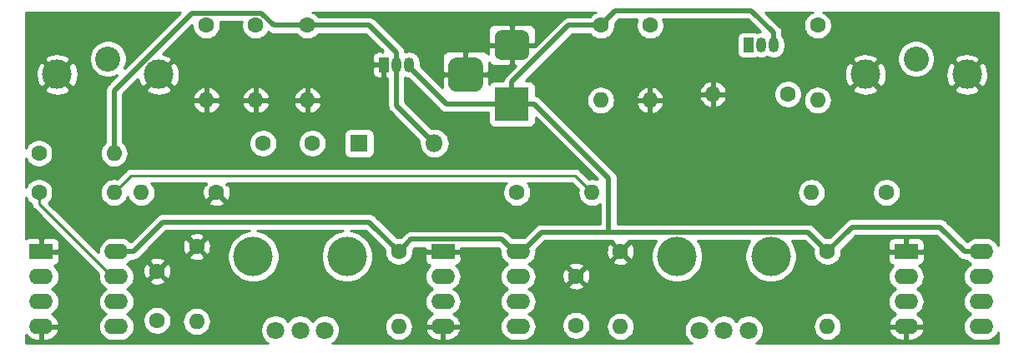
<source format=gbr>
G04 #@! TF.GenerationSoftware,KiCad,Pcbnew,(5.1.4-0-10_14)*
G04 #@! TF.CreationDate,2020-06-13T16:56:11+02:00*
G04 #@! TF.ProjectId,two_comparator_effect,74776f5f-636f-46d7-9061-7261746f725f,rev?*
G04 #@! TF.SameCoordinates,Original*
G04 #@! TF.FileFunction,Copper,L2,Bot*
G04 #@! TF.FilePolarity,Positive*
%FSLAX46Y46*%
G04 Gerber Fmt 4.6, Leading zero omitted, Abs format (unit mm)*
G04 Created by KiCad (PCBNEW (5.1.4-0-10_14)) date 2020-06-13 16:56:11*
%MOMM*%
%LPD*%
G04 APERTURE LIST*
%ADD10C,1.600000*%
%ADD11R,1.800000X1.800000*%
%ADD12O,1.800000X1.800000*%
%ADD13C,3.000000*%
%ADD14C,2.550000*%
%ADD15R,3.500000X3.500000*%
%ADD16C,0.100000*%
%ADD17C,3.500000*%
%ADD18R,1.050000X1.500000*%
%ADD19O,1.050000X1.500000*%
%ADD20O,1.600000X1.600000*%
%ADD21C,4.000000*%
%ADD22C,1.800000*%
%ADD23R,2.400000X1.600000*%
%ADD24O,2.400000X1.600000*%
%ADD25C,0.500000*%
%ADD26C,0.250000*%
%ADD27C,0.254000*%
G04 APERTURE END LIST*
D10*
X104000000Y-72000000D03*
X104000000Y-77000000D03*
X146500000Y-77500000D03*
X146500000Y-72500000D03*
X119750000Y-59000000D03*
X114750000Y-59000000D03*
D11*
X124500000Y-59000000D03*
D12*
X132120000Y-59000000D03*
D13*
X93850000Y-52000000D03*
X104150000Y-52000000D03*
D14*
X99000000Y-50400000D03*
X181000000Y-50400000D03*
D13*
X186150000Y-52000000D03*
X175850000Y-52000000D03*
D15*
X140000000Y-55000000D03*
D16*
G36*
X141073513Y-47503611D02*
G01*
X141146318Y-47514411D01*
X141217714Y-47532295D01*
X141287013Y-47557090D01*
X141353548Y-47588559D01*
X141416678Y-47626398D01*
X141475795Y-47670242D01*
X141530330Y-47719670D01*
X141579758Y-47774205D01*
X141623602Y-47833322D01*
X141661441Y-47896452D01*
X141692910Y-47962987D01*
X141717705Y-48032286D01*
X141735589Y-48103682D01*
X141746389Y-48176487D01*
X141750000Y-48250000D01*
X141750000Y-49750000D01*
X141746389Y-49823513D01*
X141735589Y-49896318D01*
X141717705Y-49967714D01*
X141692910Y-50037013D01*
X141661441Y-50103548D01*
X141623602Y-50166678D01*
X141579758Y-50225795D01*
X141530330Y-50280330D01*
X141475795Y-50329758D01*
X141416678Y-50373602D01*
X141353548Y-50411441D01*
X141287013Y-50442910D01*
X141217714Y-50467705D01*
X141146318Y-50485589D01*
X141073513Y-50496389D01*
X141000000Y-50500000D01*
X139000000Y-50500000D01*
X138926487Y-50496389D01*
X138853682Y-50485589D01*
X138782286Y-50467705D01*
X138712987Y-50442910D01*
X138646452Y-50411441D01*
X138583322Y-50373602D01*
X138524205Y-50329758D01*
X138469670Y-50280330D01*
X138420242Y-50225795D01*
X138376398Y-50166678D01*
X138338559Y-50103548D01*
X138307090Y-50037013D01*
X138282295Y-49967714D01*
X138264411Y-49896318D01*
X138253611Y-49823513D01*
X138250000Y-49750000D01*
X138250000Y-48250000D01*
X138253611Y-48176487D01*
X138264411Y-48103682D01*
X138282295Y-48032286D01*
X138307090Y-47962987D01*
X138338559Y-47896452D01*
X138376398Y-47833322D01*
X138420242Y-47774205D01*
X138469670Y-47719670D01*
X138524205Y-47670242D01*
X138583322Y-47626398D01*
X138646452Y-47588559D01*
X138712987Y-47557090D01*
X138782286Y-47532295D01*
X138853682Y-47514411D01*
X138926487Y-47503611D01*
X139000000Y-47500000D01*
X141000000Y-47500000D01*
X141073513Y-47503611D01*
X141073513Y-47503611D01*
G37*
D13*
X140000000Y-49000000D03*
D16*
G36*
X136260765Y-50254213D02*
G01*
X136345704Y-50266813D01*
X136428999Y-50287677D01*
X136509848Y-50316605D01*
X136587472Y-50353319D01*
X136661124Y-50397464D01*
X136730094Y-50448616D01*
X136793718Y-50506282D01*
X136851384Y-50569906D01*
X136902536Y-50638876D01*
X136946681Y-50712528D01*
X136983395Y-50790152D01*
X137012323Y-50871001D01*
X137033187Y-50954296D01*
X137045787Y-51039235D01*
X137050000Y-51125000D01*
X137050000Y-52875000D01*
X137045787Y-52960765D01*
X137033187Y-53045704D01*
X137012323Y-53128999D01*
X136983395Y-53209848D01*
X136946681Y-53287472D01*
X136902536Y-53361124D01*
X136851384Y-53430094D01*
X136793718Y-53493718D01*
X136730094Y-53551384D01*
X136661124Y-53602536D01*
X136587472Y-53646681D01*
X136509848Y-53683395D01*
X136428999Y-53712323D01*
X136345704Y-53733187D01*
X136260765Y-53745787D01*
X136175000Y-53750000D01*
X134425000Y-53750000D01*
X134339235Y-53745787D01*
X134254296Y-53733187D01*
X134171001Y-53712323D01*
X134090152Y-53683395D01*
X134012528Y-53646681D01*
X133938876Y-53602536D01*
X133869906Y-53551384D01*
X133806282Y-53493718D01*
X133748616Y-53430094D01*
X133697464Y-53361124D01*
X133653319Y-53287472D01*
X133616605Y-53209848D01*
X133587677Y-53128999D01*
X133566813Y-53045704D01*
X133554213Y-52960765D01*
X133550000Y-52875000D01*
X133550000Y-51125000D01*
X133554213Y-51039235D01*
X133566813Y-50954296D01*
X133587677Y-50871001D01*
X133616605Y-50790152D01*
X133653319Y-50712528D01*
X133697464Y-50638876D01*
X133748616Y-50569906D01*
X133806282Y-50506282D01*
X133869906Y-50448616D01*
X133938876Y-50397464D01*
X134012528Y-50353319D01*
X134090152Y-50316605D01*
X134171001Y-50287677D01*
X134254296Y-50266813D01*
X134339235Y-50254213D01*
X134425000Y-50250000D01*
X136175000Y-50250000D01*
X136260765Y-50254213D01*
X136260765Y-50254213D01*
G37*
D17*
X135300000Y-52000000D03*
D18*
X164000000Y-49000000D03*
D19*
X166540000Y-49000000D03*
X165270000Y-49000000D03*
D10*
X128500000Y-70000000D03*
D20*
X128500000Y-77620000D03*
X149000000Y-54620000D03*
D10*
X149000000Y-47000000D03*
X140500000Y-64000000D03*
D20*
X148120000Y-64000000D03*
X108000000Y-77120000D03*
D10*
X108000000Y-69500000D03*
D20*
X172000000Y-77620000D03*
D10*
X172000000Y-70000000D03*
D20*
X170380000Y-64000000D03*
D10*
X178000000Y-64000000D03*
X151000000Y-70000000D03*
D20*
X151000000Y-77620000D03*
D10*
X109000000Y-47000000D03*
D20*
X109000000Y-54620000D03*
X114000000Y-54620000D03*
D10*
X114000000Y-47000000D03*
D20*
X171000000Y-54620000D03*
D10*
X171000000Y-47000000D03*
X168000000Y-54000000D03*
D20*
X160380000Y-54000000D03*
D10*
X92000000Y-60000000D03*
D20*
X99620000Y-60000000D03*
D10*
X92000000Y-64000000D03*
D20*
X99620000Y-64000000D03*
X154000000Y-54620000D03*
D10*
X154000000Y-47000000D03*
D20*
X102380000Y-64000000D03*
D10*
X110000000Y-64000000D03*
X119250000Y-47000000D03*
D20*
X119250000Y-54620000D03*
D21*
X123250000Y-70500000D03*
X113750000Y-70500000D03*
D22*
X121000000Y-78000000D03*
X118500000Y-78000000D03*
X116000000Y-78000000D03*
X159000000Y-78000000D03*
X161500000Y-78000000D03*
X164000000Y-78000000D03*
D21*
X156750000Y-70500000D03*
X166250000Y-70500000D03*
D23*
X133000000Y-70000000D03*
D24*
X140620000Y-77620000D03*
X133000000Y-72540000D03*
X140620000Y-75080000D03*
X133000000Y-75080000D03*
X140620000Y-72540000D03*
X133000000Y-77620000D03*
X140620000Y-70000000D03*
X187620000Y-70000000D03*
X180000000Y-77620000D03*
X187620000Y-72540000D03*
X180000000Y-75080000D03*
X187620000Y-75080000D03*
X180000000Y-72540000D03*
X187620000Y-77620000D03*
D23*
X180000000Y-70000000D03*
X92250000Y-70000000D03*
D24*
X99870000Y-77620000D03*
X92250000Y-72540000D03*
X99870000Y-75080000D03*
X92250000Y-75080000D03*
X99870000Y-72540000D03*
X92250000Y-77620000D03*
X99870000Y-70000000D03*
D19*
X128270000Y-51000000D03*
X129540000Y-51000000D03*
D18*
X127000000Y-51000000D03*
D25*
X125520000Y-47000000D02*
X119250000Y-47000000D01*
X128270000Y-49750000D02*
X125520000Y-47000000D01*
X128270000Y-51000000D02*
X128270000Y-49750000D01*
X99620000Y-58868630D02*
X99620000Y-60000000D01*
X107513999Y-45749999D02*
X99620000Y-53643998D01*
X114600001Y-45749999D02*
X107513999Y-45749999D01*
X99620000Y-53643998D02*
X99620000Y-58868630D01*
X115850002Y-47000000D02*
X114600001Y-45749999D01*
X119250000Y-47000000D02*
X115850002Y-47000000D01*
X128270000Y-55150000D02*
X132120000Y-59000000D01*
X128270000Y-51000000D02*
X128270000Y-55150000D01*
X129540000Y-51225000D02*
X129540000Y-51000000D01*
X133315000Y-55000000D02*
X129540000Y-51225000D01*
X140000000Y-55000000D02*
X133315000Y-55000000D01*
X147868630Y-47000000D02*
X149000000Y-47000000D01*
X140000000Y-52750000D02*
X145750000Y-47000000D01*
X145750000Y-47000000D02*
X147868630Y-47000000D01*
X140000000Y-55000000D02*
X140000000Y-52750000D01*
X129299999Y-69200001D02*
X128500000Y-70000000D01*
X129750001Y-68749999D02*
X129299999Y-69200001D01*
X138969999Y-68749999D02*
X129750001Y-68749999D01*
X140220000Y-70000000D02*
X138969999Y-68749999D01*
X140620000Y-70000000D02*
X140220000Y-70000000D01*
X101570000Y-70000000D02*
X99870000Y-70000000D01*
X104570000Y-67000000D02*
X101570000Y-70000000D01*
X125500000Y-67000000D02*
X104570000Y-67000000D01*
X128500000Y-70000000D02*
X125500000Y-67000000D01*
X171200001Y-69200001D02*
X172000000Y-70000000D01*
X141020000Y-70000000D02*
X142970001Y-68049999D01*
X170049999Y-68049999D02*
X171200001Y-69200001D01*
X140620000Y-70000000D02*
X141020000Y-70000000D01*
X185920000Y-70000000D02*
X187620000Y-70000000D01*
X174500000Y-67500000D02*
X183420000Y-67500000D01*
X183420000Y-67500000D02*
X185920000Y-70000000D01*
X172000000Y-70000000D02*
X174500000Y-67500000D01*
X166540000Y-47750000D02*
X166540000Y-49000000D01*
X164290000Y-45500000D02*
X166540000Y-47750000D01*
X150500000Y-45500000D02*
X164290000Y-45500000D01*
X149000000Y-47000000D02*
X150500000Y-45500000D01*
X142250000Y-55000000D02*
X149799999Y-62549999D01*
X149799999Y-68049999D02*
X170049999Y-68049999D01*
X149799999Y-62549999D02*
X149799999Y-68049999D01*
X140000000Y-55000000D02*
X142250000Y-55000000D01*
X142970001Y-68049999D02*
X149799999Y-68049999D01*
D26*
X101370000Y-62250000D02*
X100419999Y-63200001D01*
X146370000Y-62250000D02*
X101370000Y-62250000D01*
X100419999Y-63200001D02*
X99620000Y-64000000D01*
X148120000Y-64000000D02*
X146370000Y-62250000D01*
X92000000Y-65131370D02*
X92000000Y-64000000D01*
X99408630Y-72540000D02*
X92000000Y-65131370D01*
X99870000Y-72540000D02*
X99408630Y-72540000D01*
D27*
G36*
X90728320Y-64679727D02*
G01*
X90885363Y-64914759D01*
X91085241Y-65114637D01*
X91245202Y-65221519D01*
X91250997Y-65280355D01*
X91291609Y-65414236D01*
X91294454Y-65423616D01*
X91365026Y-65555646D01*
X91404871Y-65604196D01*
X91459999Y-65671371D01*
X91489003Y-65695174D01*
X98055473Y-72261645D01*
X98028057Y-72540000D01*
X98055764Y-72821309D01*
X98137818Y-73091808D01*
X98271068Y-73341101D01*
X98450392Y-73559608D01*
X98668899Y-73738932D01*
X98801858Y-73810000D01*
X98668899Y-73881068D01*
X98450392Y-74060392D01*
X98271068Y-74278899D01*
X98137818Y-74528192D01*
X98055764Y-74798691D01*
X98028057Y-75080000D01*
X98055764Y-75361309D01*
X98137818Y-75631808D01*
X98271068Y-75881101D01*
X98450392Y-76099608D01*
X98668899Y-76278932D01*
X98801858Y-76350000D01*
X98668899Y-76421068D01*
X98450392Y-76600392D01*
X98271068Y-76818899D01*
X98137818Y-77068192D01*
X98055764Y-77338691D01*
X98028057Y-77620000D01*
X98055764Y-77901309D01*
X98137818Y-78171808D01*
X98271068Y-78421101D01*
X98450392Y-78639608D01*
X98668899Y-78818932D01*
X98918192Y-78952182D01*
X99188691Y-79034236D01*
X99399508Y-79055000D01*
X100340492Y-79055000D01*
X100551309Y-79034236D01*
X100821808Y-78952182D01*
X101071101Y-78818932D01*
X101289608Y-78639608D01*
X101468932Y-78421101D01*
X101602182Y-78171808D01*
X101684236Y-77901309D01*
X101711943Y-77620000D01*
X101684236Y-77338691D01*
X101602182Y-77068192D01*
X101490188Y-76858665D01*
X102565000Y-76858665D01*
X102565000Y-77141335D01*
X102620147Y-77418574D01*
X102728320Y-77679727D01*
X102885363Y-77914759D01*
X103085241Y-78114637D01*
X103320273Y-78271680D01*
X103581426Y-78379853D01*
X103858665Y-78435000D01*
X104141335Y-78435000D01*
X104418574Y-78379853D01*
X104679727Y-78271680D01*
X104914759Y-78114637D01*
X105114637Y-77914759D01*
X105271680Y-77679727D01*
X105379853Y-77418574D01*
X105435000Y-77141335D01*
X105435000Y-77120000D01*
X106558057Y-77120000D01*
X106585764Y-77401309D01*
X106667818Y-77671808D01*
X106801068Y-77921101D01*
X106980392Y-78139608D01*
X107198899Y-78318932D01*
X107448192Y-78452182D01*
X107718691Y-78534236D01*
X107929508Y-78555000D01*
X108070492Y-78555000D01*
X108281309Y-78534236D01*
X108551808Y-78452182D01*
X108801101Y-78318932D01*
X109019608Y-78139608D01*
X109198932Y-77921101D01*
X109332182Y-77671808D01*
X109414236Y-77401309D01*
X109441943Y-77120000D01*
X109414236Y-76838691D01*
X109332182Y-76568192D01*
X109198932Y-76318899D01*
X109019608Y-76100392D01*
X108801101Y-75921068D01*
X108551808Y-75787818D01*
X108281309Y-75705764D01*
X108070492Y-75685000D01*
X107929508Y-75685000D01*
X107718691Y-75705764D01*
X107448192Y-75787818D01*
X107198899Y-75921068D01*
X106980392Y-76100392D01*
X106801068Y-76318899D01*
X106667818Y-76568192D01*
X106585764Y-76838691D01*
X106558057Y-77120000D01*
X105435000Y-77120000D01*
X105435000Y-76858665D01*
X105379853Y-76581426D01*
X105271680Y-76320273D01*
X105114637Y-76085241D01*
X104914759Y-75885363D01*
X104679727Y-75728320D01*
X104418574Y-75620147D01*
X104141335Y-75565000D01*
X103858665Y-75565000D01*
X103581426Y-75620147D01*
X103320273Y-75728320D01*
X103085241Y-75885363D01*
X102885363Y-76085241D01*
X102728320Y-76320273D01*
X102620147Y-76581426D01*
X102565000Y-76858665D01*
X101490188Y-76858665D01*
X101468932Y-76818899D01*
X101289608Y-76600392D01*
X101071101Y-76421068D01*
X100938142Y-76350000D01*
X101071101Y-76278932D01*
X101289608Y-76099608D01*
X101468932Y-75881101D01*
X101602182Y-75631808D01*
X101684236Y-75361309D01*
X101711943Y-75080000D01*
X101684236Y-74798691D01*
X101602182Y-74528192D01*
X101468932Y-74278899D01*
X101289608Y-74060392D01*
X101071101Y-73881068D01*
X100938142Y-73810000D01*
X101071101Y-73738932D01*
X101289608Y-73559608D01*
X101468932Y-73341101D01*
X101602182Y-73091808D01*
X101632245Y-72992702D01*
X103186903Y-72992702D01*
X103258486Y-73236671D01*
X103513996Y-73357571D01*
X103788184Y-73426300D01*
X104070512Y-73440217D01*
X104350130Y-73398787D01*
X104616292Y-73303603D01*
X104741514Y-73236671D01*
X104813097Y-72992702D01*
X104000000Y-72179605D01*
X103186903Y-72992702D01*
X101632245Y-72992702D01*
X101684236Y-72821309D01*
X101711943Y-72540000D01*
X101684236Y-72258691D01*
X101627154Y-72070512D01*
X102559783Y-72070512D01*
X102601213Y-72350130D01*
X102696397Y-72616292D01*
X102763329Y-72741514D01*
X103007298Y-72813097D01*
X103820395Y-72000000D01*
X104179605Y-72000000D01*
X104992702Y-72813097D01*
X105236671Y-72741514D01*
X105357571Y-72486004D01*
X105426300Y-72211816D01*
X105440217Y-71929488D01*
X105398787Y-71649870D01*
X105303603Y-71383708D01*
X105236671Y-71258486D01*
X104992702Y-71186903D01*
X104179605Y-72000000D01*
X103820395Y-72000000D01*
X103007298Y-71186903D01*
X102763329Y-71258486D01*
X102642429Y-71513996D01*
X102573700Y-71788184D01*
X102559783Y-72070512D01*
X101627154Y-72070512D01*
X101602182Y-71988192D01*
X101468932Y-71738899D01*
X101289608Y-71520392D01*
X101071101Y-71341068D01*
X100938142Y-71270000D01*
X101071101Y-71198932D01*
X101289608Y-71019608D01*
X101299710Y-71007298D01*
X103186903Y-71007298D01*
X104000000Y-71820395D01*
X104813097Y-71007298D01*
X104741514Y-70763329D01*
X104486004Y-70642429D01*
X104211816Y-70573700D01*
X103929488Y-70559783D01*
X103649870Y-70601213D01*
X103383708Y-70696397D01*
X103258486Y-70763329D01*
X103186903Y-71007298D01*
X101299710Y-71007298D01*
X101400078Y-70885000D01*
X101526531Y-70885000D01*
X101570000Y-70889281D01*
X101613469Y-70885000D01*
X101613477Y-70885000D01*
X101743490Y-70872195D01*
X101910313Y-70821589D01*
X102064059Y-70739411D01*
X102198817Y-70628817D01*
X102226534Y-70595044D01*
X102328876Y-70492702D01*
X107186903Y-70492702D01*
X107258486Y-70736671D01*
X107513996Y-70857571D01*
X107788184Y-70926300D01*
X108070512Y-70940217D01*
X108350130Y-70898787D01*
X108616292Y-70803603D01*
X108741514Y-70736671D01*
X108813097Y-70492702D01*
X108000000Y-69679605D01*
X107186903Y-70492702D01*
X102328876Y-70492702D01*
X103251066Y-69570512D01*
X106559783Y-69570512D01*
X106601213Y-69850130D01*
X106696397Y-70116292D01*
X106763329Y-70241514D01*
X107007298Y-70313097D01*
X107820395Y-69500000D01*
X108179605Y-69500000D01*
X108992702Y-70313097D01*
X109236671Y-70241514D01*
X109357571Y-69986004D01*
X109426300Y-69711816D01*
X109440217Y-69429488D01*
X109398787Y-69149870D01*
X109303603Y-68883708D01*
X109236671Y-68758486D01*
X108992702Y-68686903D01*
X108179605Y-69500000D01*
X107820395Y-69500000D01*
X107007298Y-68686903D01*
X106763329Y-68758486D01*
X106642429Y-69013996D01*
X106573700Y-69288184D01*
X106559783Y-69570512D01*
X103251066Y-69570512D01*
X104314280Y-68507298D01*
X107186903Y-68507298D01*
X108000000Y-69320395D01*
X108813097Y-68507298D01*
X108741514Y-68263329D01*
X108486004Y-68142429D01*
X108211816Y-68073700D01*
X107929488Y-68059783D01*
X107649870Y-68101213D01*
X107383708Y-68196397D01*
X107258486Y-68263329D01*
X107186903Y-68507298D01*
X104314280Y-68507298D01*
X104936579Y-67885000D01*
X113389928Y-67885000D01*
X112981399Y-67966261D01*
X112501859Y-68164893D01*
X112070285Y-68453262D01*
X111703262Y-68820285D01*
X111414893Y-69251859D01*
X111216261Y-69731399D01*
X111115000Y-70240475D01*
X111115000Y-70759525D01*
X111216261Y-71268601D01*
X111414893Y-71748141D01*
X111703262Y-72179715D01*
X112070285Y-72546738D01*
X112501859Y-72835107D01*
X112981399Y-73033739D01*
X113490475Y-73135000D01*
X114009525Y-73135000D01*
X114518601Y-73033739D01*
X114998141Y-72835107D01*
X115429715Y-72546738D01*
X115796738Y-72179715D01*
X116085107Y-71748141D01*
X116283739Y-71268601D01*
X116385000Y-70759525D01*
X116385000Y-70240475D01*
X116283739Y-69731399D01*
X116085107Y-69251859D01*
X115796738Y-68820285D01*
X115429715Y-68453262D01*
X114998141Y-68164893D01*
X114518601Y-67966261D01*
X114110072Y-67885000D01*
X122889928Y-67885000D01*
X122481399Y-67966261D01*
X122001859Y-68164893D01*
X121570285Y-68453262D01*
X121203262Y-68820285D01*
X120914893Y-69251859D01*
X120716261Y-69731399D01*
X120615000Y-70240475D01*
X120615000Y-70759525D01*
X120716261Y-71268601D01*
X120914893Y-71748141D01*
X121203262Y-72179715D01*
X121570285Y-72546738D01*
X122001859Y-72835107D01*
X122481399Y-73033739D01*
X122990475Y-73135000D01*
X123509525Y-73135000D01*
X124018601Y-73033739D01*
X124498141Y-72835107D01*
X124929715Y-72546738D01*
X124936453Y-72540000D01*
X131158057Y-72540000D01*
X131185764Y-72821309D01*
X131267818Y-73091808D01*
X131401068Y-73341101D01*
X131580392Y-73559608D01*
X131798899Y-73738932D01*
X131931858Y-73810000D01*
X131798899Y-73881068D01*
X131580392Y-74060392D01*
X131401068Y-74278899D01*
X131267818Y-74528192D01*
X131185764Y-74798691D01*
X131158057Y-75080000D01*
X131185764Y-75361309D01*
X131267818Y-75631808D01*
X131401068Y-75881101D01*
X131580392Y-76099608D01*
X131798899Y-76278932D01*
X131926741Y-76347265D01*
X131697161Y-76497399D01*
X131495500Y-76695105D01*
X131336285Y-76928354D01*
X131225633Y-77188182D01*
X131208096Y-77270961D01*
X131330085Y-77493000D01*
X132873000Y-77493000D01*
X132873000Y-77473000D01*
X133127000Y-77473000D01*
X133127000Y-77493000D01*
X134669915Y-77493000D01*
X134791904Y-77270961D01*
X134774367Y-77188182D01*
X134663715Y-76928354D01*
X134504500Y-76695105D01*
X134302839Y-76497399D01*
X134073259Y-76347265D01*
X134201101Y-76278932D01*
X134419608Y-76099608D01*
X134598932Y-75881101D01*
X134732182Y-75631808D01*
X134814236Y-75361309D01*
X134841943Y-75080000D01*
X134814236Y-74798691D01*
X134732182Y-74528192D01*
X134598932Y-74278899D01*
X134419608Y-74060392D01*
X134201101Y-73881068D01*
X134068142Y-73810000D01*
X134201101Y-73738932D01*
X134419608Y-73559608D01*
X134598932Y-73341101D01*
X134732182Y-73091808D01*
X134814236Y-72821309D01*
X134841943Y-72540000D01*
X134814236Y-72258691D01*
X134732182Y-71988192D01*
X134598932Y-71738899D01*
X134419608Y-71520392D01*
X134306518Y-71427581D01*
X134324482Y-71425812D01*
X134444180Y-71389502D01*
X134554494Y-71330537D01*
X134651185Y-71251185D01*
X134730537Y-71154494D01*
X134789502Y-71044180D01*
X134825812Y-70924482D01*
X134838072Y-70800000D01*
X134835000Y-70285750D01*
X134676250Y-70127000D01*
X133127000Y-70127000D01*
X133127000Y-70147000D01*
X132873000Y-70147000D01*
X132873000Y-70127000D01*
X131323750Y-70127000D01*
X131165000Y-70285750D01*
X131161928Y-70800000D01*
X131174188Y-70924482D01*
X131210498Y-71044180D01*
X131269463Y-71154494D01*
X131348815Y-71251185D01*
X131445506Y-71330537D01*
X131555820Y-71389502D01*
X131675518Y-71425812D01*
X131693482Y-71427581D01*
X131580392Y-71520392D01*
X131401068Y-71738899D01*
X131267818Y-71988192D01*
X131185764Y-72258691D01*
X131158057Y-72540000D01*
X124936453Y-72540000D01*
X125296738Y-72179715D01*
X125585107Y-71748141D01*
X125783739Y-71268601D01*
X125885000Y-70759525D01*
X125885000Y-70240475D01*
X125783739Y-69731399D01*
X125585107Y-69251859D01*
X125296738Y-68820285D01*
X124929715Y-68453262D01*
X124498141Y-68164893D01*
X124018601Y-67966261D01*
X123610072Y-67885000D01*
X125133422Y-67885000D01*
X127071983Y-69823561D01*
X127065000Y-69858665D01*
X127065000Y-70141335D01*
X127120147Y-70418574D01*
X127228320Y-70679727D01*
X127385363Y-70914759D01*
X127585241Y-71114637D01*
X127820273Y-71271680D01*
X128081426Y-71379853D01*
X128358665Y-71435000D01*
X128641335Y-71435000D01*
X128918574Y-71379853D01*
X129179727Y-71271680D01*
X129414759Y-71114637D01*
X129614637Y-70914759D01*
X129771680Y-70679727D01*
X129879853Y-70418574D01*
X129935000Y-70141335D01*
X129935000Y-69858665D01*
X129928017Y-69823562D01*
X129956531Y-69795048D01*
X129956536Y-69795042D01*
X130116579Y-69634999D01*
X131164527Y-69634999D01*
X131165000Y-69714250D01*
X131323750Y-69873000D01*
X132873000Y-69873000D01*
X132873000Y-69853000D01*
X133127000Y-69853000D01*
X133127000Y-69873000D01*
X134676250Y-69873000D01*
X134835000Y-69714250D01*
X134835473Y-69634999D01*
X138603421Y-69634999D01*
X138795125Y-69826704D01*
X138778057Y-70000000D01*
X138805764Y-70281309D01*
X138887818Y-70551808D01*
X139021068Y-70801101D01*
X139200392Y-71019608D01*
X139418899Y-71198932D01*
X139551858Y-71270000D01*
X139418899Y-71341068D01*
X139200392Y-71520392D01*
X139021068Y-71738899D01*
X138887818Y-71988192D01*
X138805764Y-72258691D01*
X138778057Y-72540000D01*
X138805764Y-72821309D01*
X138887818Y-73091808D01*
X139021068Y-73341101D01*
X139200392Y-73559608D01*
X139418899Y-73738932D01*
X139551858Y-73810000D01*
X139418899Y-73881068D01*
X139200392Y-74060392D01*
X139021068Y-74278899D01*
X138887818Y-74528192D01*
X138805764Y-74798691D01*
X138778057Y-75080000D01*
X138805764Y-75361309D01*
X138887818Y-75631808D01*
X139021068Y-75881101D01*
X139200392Y-76099608D01*
X139418899Y-76278932D01*
X139551858Y-76350000D01*
X139418899Y-76421068D01*
X139200392Y-76600392D01*
X139021068Y-76818899D01*
X138887818Y-77068192D01*
X138805764Y-77338691D01*
X138778057Y-77620000D01*
X138805764Y-77901309D01*
X138887818Y-78171808D01*
X139021068Y-78421101D01*
X139200392Y-78639608D01*
X139418899Y-78818932D01*
X139668192Y-78952182D01*
X139938691Y-79034236D01*
X140149508Y-79055000D01*
X141090492Y-79055000D01*
X141301309Y-79034236D01*
X141571808Y-78952182D01*
X141821101Y-78818932D01*
X142039608Y-78639608D01*
X142218932Y-78421101D01*
X142352182Y-78171808D01*
X142434236Y-77901309D01*
X142461943Y-77620000D01*
X142436204Y-77358665D01*
X145065000Y-77358665D01*
X145065000Y-77641335D01*
X145120147Y-77918574D01*
X145228320Y-78179727D01*
X145385363Y-78414759D01*
X145585241Y-78614637D01*
X145820273Y-78771680D01*
X146081426Y-78879853D01*
X146358665Y-78935000D01*
X146641335Y-78935000D01*
X146918574Y-78879853D01*
X147179727Y-78771680D01*
X147414759Y-78614637D01*
X147614637Y-78414759D01*
X147771680Y-78179727D01*
X147879853Y-77918574D01*
X147935000Y-77641335D01*
X147935000Y-77620000D01*
X149558057Y-77620000D01*
X149585764Y-77901309D01*
X149667818Y-78171808D01*
X149801068Y-78421101D01*
X149980392Y-78639608D01*
X150198899Y-78818932D01*
X150448192Y-78952182D01*
X150718691Y-79034236D01*
X150929508Y-79055000D01*
X151070492Y-79055000D01*
X151281309Y-79034236D01*
X151551808Y-78952182D01*
X151801101Y-78818932D01*
X152019608Y-78639608D01*
X152198932Y-78421101D01*
X152332182Y-78171808D01*
X152414236Y-77901309D01*
X152441943Y-77620000D01*
X152414236Y-77338691D01*
X152332182Y-77068192D01*
X152198932Y-76818899D01*
X152019608Y-76600392D01*
X151801101Y-76421068D01*
X151551808Y-76287818D01*
X151281309Y-76205764D01*
X151070492Y-76185000D01*
X150929508Y-76185000D01*
X150718691Y-76205764D01*
X150448192Y-76287818D01*
X150198899Y-76421068D01*
X149980392Y-76600392D01*
X149801068Y-76818899D01*
X149667818Y-77068192D01*
X149585764Y-77338691D01*
X149558057Y-77620000D01*
X147935000Y-77620000D01*
X147935000Y-77358665D01*
X147879853Y-77081426D01*
X147771680Y-76820273D01*
X147614637Y-76585241D01*
X147414759Y-76385363D01*
X147179727Y-76228320D01*
X146918574Y-76120147D01*
X146641335Y-76065000D01*
X146358665Y-76065000D01*
X146081426Y-76120147D01*
X145820273Y-76228320D01*
X145585241Y-76385363D01*
X145385363Y-76585241D01*
X145228320Y-76820273D01*
X145120147Y-77081426D01*
X145065000Y-77358665D01*
X142436204Y-77358665D01*
X142434236Y-77338691D01*
X142352182Y-77068192D01*
X142218932Y-76818899D01*
X142039608Y-76600392D01*
X141821101Y-76421068D01*
X141688142Y-76350000D01*
X141821101Y-76278932D01*
X142039608Y-76099608D01*
X142218932Y-75881101D01*
X142352182Y-75631808D01*
X142434236Y-75361309D01*
X142461943Y-75080000D01*
X142434236Y-74798691D01*
X142352182Y-74528192D01*
X142218932Y-74278899D01*
X142039608Y-74060392D01*
X141821101Y-73881068D01*
X141688142Y-73810000D01*
X141821101Y-73738932D01*
X142039608Y-73559608D01*
X142094516Y-73492702D01*
X145686903Y-73492702D01*
X145758486Y-73736671D01*
X146013996Y-73857571D01*
X146288184Y-73926300D01*
X146570512Y-73940217D01*
X146850130Y-73898787D01*
X147116292Y-73803603D01*
X147241514Y-73736671D01*
X147313097Y-73492702D01*
X146500000Y-72679605D01*
X145686903Y-73492702D01*
X142094516Y-73492702D01*
X142218932Y-73341101D01*
X142352182Y-73091808D01*
X142434236Y-72821309D01*
X142458937Y-72570512D01*
X145059783Y-72570512D01*
X145101213Y-72850130D01*
X145196397Y-73116292D01*
X145263329Y-73241514D01*
X145507298Y-73313097D01*
X146320395Y-72500000D01*
X146679605Y-72500000D01*
X147492702Y-73313097D01*
X147736671Y-73241514D01*
X147857571Y-72986004D01*
X147926300Y-72711816D01*
X147940217Y-72429488D01*
X147898787Y-72149870D01*
X147803603Y-71883708D01*
X147736671Y-71758486D01*
X147492702Y-71686903D01*
X146679605Y-72500000D01*
X146320395Y-72500000D01*
X145507298Y-71686903D01*
X145263329Y-71758486D01*
X145142429Y-72013996D01*
X145073700Y-72288184D01*
X145059783Y-72570512D01*
X142458937Y-72570512D01*
X142461943Y-72540000D01*
X142434236Y-72258691D01*
X142352182Y-71988192D01*
X142218932Y-71738899D01*
X142039608Y-71520392D01*
X142023653Y-71507298D01*
X145686903Y-71507298D01*
X146500000Y-72320395D01*
X147313097Y-71507298D01*
X147241514Y-71263329D01*
X146986004Y-71142429D01*
X146711816Y-71073700D01*
X146429488Y-71059783D01*
X146149870Y-71101213D01*
X145883708Y-71196397D01*
X145758486Y-71263329D01*
X145686903Y-71507298D01*
X142023653Y-71507298D01*
X141821101Y-71341068D01*
X141688142Y-71270000D01*
X141821101Y-71198932D01*
X142039608Y-71019608D01*
X142061689Y-70992702D01*
X150186903Y-70992702D01*
X150258486Y-71236671D01*
X150513996Y-71357571D01*
X150788184Y-71426300D01*
X151070512Y-71440217D01*
X151350130Y-71398787D01*
X151616292Y-71303603D01*
X151741514Y-71236671D01*
X151813097Y-70992702D01*
X151000000Y-70179605D01*
X150186903Y-70992702D01*
X142061689Y-70992702D01*
X142218932Y-70801101D01*
X142352182Y-70551808D01*
X142434236Y-70281309D01*
X142454998Y-70070512D01*
X149559783Y-70070512D01*
X149601213Y-70350130D01*
X149696397Y-70616292D01*
X149763329Y-70741514D01*
X150007298Y-70813097D01*
X150820395Y-70000000D01*
X151179605Y-70000000D01*
X151992702Y-70813097D01*
X152236671Y-70741514D01*
X152357571Y-70486004D01*
X152426300Y-70211816D01*
X152440217Y-69929488D01*
X152398787Y-69649870D01*
X152303603Y-69383708D01*
X152236671Y-69258486D01*
X151992702Y-69186903D01*
X151179605Y-70000000D01*
X150820395Y-70000000D01*
X150007298Y-69186903D01*
X149763329Y-69258486D01*
X149642429Y-69513996D01*
X149573700Y-69788184D01*
X149559783Y-70070512D01*
X142454998Y-70070512D01*
X142461943Y-70000000D01*
X142444875Y-69826704D01*
X143336580Y-68934999D01*
X149756523Y-68934999D01*
X149799999Y-68939281D01*
X149843476Y-68934999D01*
X150208116Y-68934999D01*
X150186903Y-69007298D01*
X151000000Y-69820395D01*
X151813097Y-69007298D01*
X151791884Y-68934999D01*
X154626612Y-68934999D01*
X154414893Y-69251859D01*
X154216261Y-69731399D01*
X154115000Y-70240475D01*
X154115000Y-70759525D01*
X154216261Y-71268601D01*
X154414893Y-71748141D01*
X154703262Y-72179715D01*
X155070285Y-72546738D01*
X155501859Y-72835107D01*
X155981399Y-73033739D01*
X156490475Y-73135000D01*
X157009525Y-73135000D01*
X157518601Y-73033739D01*
X157998141Y-72835107D01*
X158429715Y-72546738D01*
X158796738Y-72179715D01*
X159085107Y-71748141D01*
X159283739Y-71268601D01*
X159385000Y-70759525D01*
X159385000Y-70240475D01*
X159283739Y-69731399D01*
X159085107Y-69251859D01*
X158873388Y-68934999D01*
X164126612Y-68934999D01*
X163914893Y-69251859D01*
X163716261Y-69731399D01*
X163615000Y-70240475D01*
X163615000Y-70759525D01*
X163716261Y-71268601D01*
X163914893Y-71748141D01*
X164203262Y-72179715D01*
X164570285Y-72546738D01*
X165001859Y-72835107D01*
X165481399Y-73033739D01*
X165990475Y-73135000D01*
X166509525Y-73135000D01*
X167018601Y-73033739D01*
X167498141Y-72835107D01*
X167929715Y-72546738D01*
X167936453Y-72540000D01*
X178158057Y-72540000D01*
X178185764Y-72821309D01*
X178267818Y-73091808D01*
X178401068Y-73341101D01*
X178580392Y-73559608D01*
X178798899Y-73738932D01*
X178931858Y-73810000D01*
X178798899Y-73881068D01*
X178580392Y-74060392D01*
X178401068Y-74278899D01*
X178267818Y-74528192D01*
X178185764Y-74798691D01*
X178158057Y-75080000D01*
X178185764Y-75361309D01*
X178267818Y-75631808D01*
X178401068Y-75881101D01*
X178580392Y-76099608D01*
X178798899Y-76278932D01*
X178926741Y-76347265D01*
X178697161Y-76497399D01*
X178495500Y-76695105D01*
X178336285Y-76928354D01*
X178225633Y-77188182D01*
X178208096Y-77270961D01*
X178330085Y-77493000D01*
X179873000Y-77493000D01*
X179873000Y-77473000D01*
X180127000Y-77473000D01*
X180127000Y-77493000D01*
X181669915Y-77493000D01*
X181791904Y-77270961D01*
X181774367Y-77188182D01*
X181663715Y-76928354D01*
X181504500Y-76695105D01*
X181302839Y-76497399D01*
X181073259Y-76347265D01*
X181201101Y-76278932D01*
X181419608Y-76099608D01*
X181598932Y-75881101D01*
X181732182Y-75631808D01*
X181814236Y-75361309D01*
X181841943Y-75080000D01*
X181814236Y-74798691D01*
X181732182Y-74528192D01*
X181598932Y-74278899D01*
X181419608Y-74060392D01*
X181201101Y-73881068D01*
X181068142Y-73810000D01*
X181201101Y-73738932D01*
X181419608Y-73559608D01*
X181598932Y-73341101D01*
X181732182Y-73091808D01*
X181814236Y-72821309D01*
X181841943Y-72540000D01*
X181814236Y-72258691D01*
X181732182Y-71988192D01*
X181598932Y-71738899D01*
X181419608Y-71520392D01*
X181306518Y-71427581D01*
X181324482Y-71425812D01*
X181444180Y-71389502D01*
X181554494Y-71330537D01*
X181651185Y-71251185D01*
X181730537Y-71154494D01*
X181789502Y-71044180D01*
X181825812Y-70924482D01*
X181838072Y-70800000D01*
X181835000Y-70285750D01*
X181676250Y-70127000D01*
X180127000Y-70127000D01*
X180127000Y-70147000D01*
X179873000Y-70147000D01*
X179873000Y-70127000D01*
X178323750Y-70127000D01*
X178165000Y-70285750D01*
X178161928Y-70800000D01*
X178174188Y-70924482D01*
X178210498Y-71044180D01*
X178269463Y-71154494D01*
X178348815Y-71251185D01*
X178445506Y-71330537D01*
X178555820Y-71389502D01*
X178675518Y-71425812D01*
X178693482Y-71427581D01*
X178580392Y-71520392D01*
X178401068Y-71738899D01*
X178267818Y-71988192D01*
X178185764Y-72258691D01*
X178158057Y-72540000D01*
X167936453Y-72540000D01*
X168296738Y-72179715D01*
X168585107Y-71748141D01*
X168783739Y-71268601D01*
X168885000Y-70759525D01*
X168885000Y-70240475D01*
X168783739Y-69731399D01*
X168585107Y-69251859D01*
X168373388Y-68934999D01*
X169683421Y-68934999D01*
X170571983Y-69823562D01*
X170565000Y-69858665D01*
X170565000Y-70141335D01*
X170620147Y-70418574D01*
X170728320Y-70679727D01*
X170885363Y-70914759D01*
X171085241Y-71114637D01*
X171320273Y-71271680D01*
X171581426Y-71379853D01*
X171858665Y-71435000D01*
X172141335Y-71435000D01*
X172418574Y-71379853D01*
X172679727Y-71271680D01*
X172914759Y-71114637D01*
X173114637Y-70914759D01*
X173271680Y-70679727D01*
X173379853Y-70418574D01*
X173435000Y-70141335D01*
X173435000Y-69858665D01*
X173428017Y-69823561D01*
X174051578Y-69200000D01*
X178161928Y-69200000D01*
X178165000Y-69714250D01*
X178323750Y-69873000D01*
X179873000Y-69873000D01*
X179873000Y-68723750D01*
X180127000Y-68723750D01*
X180127000Y-69873000D01*
X181676250Y-69873000D01*
X181835000Y-69714250D01*
X181838072Y-69200000D01*
X181825812Y-69075518D01*
X181789502Y-68955820D01*
X181730537Y-68845506D01*
X181651185Y-68748815D01*
X181554494Y-68669463D01*
X181444180Y-68610498D01*
X181324482Y-68574188D01*
X181200000Y-68561928D01*
X180285750Y-68565000D01*
X180127000Y-68723750D01*
X179873000Y-68723750D01*
X179714250Y-68565000D01*
X178800000Y-68561928D01*
X178675518Y-68574188D01*
X178555820Y-68610498D01*
X178445506Y-68669463D01*
X178348815Y-68748815D01*
X178269463Y-68845506D01*
X178210498Y-68955820D01*
X178174188Y-69075518D01*
X178161928Y-69200000D01*
X174051578Y-69200000D01*
X174866579Y-68385000D01*
X183053422Y-68385000D01*
X185263470Y-70595049D01*
X185291183Y-70628817D01*
X185324951Y-70656530D01*
X185324953Y-70656532D01*
X185422602Y-70736671D01*
X185425941Y-70739411D01*
X185579687Y-70821589D01*
X185746510Y-70872195D01*
X185876523Y-70885000D01*
X185876531Y-70885000D01*
X185920000Y-70889281D01*
X185963469Y-70885000D01*
X186089922Y-70885000D01*
X186200392Y-71019608D01*
X186418899Y-71198932D01*
X186551858Y-71270000D01*
X186418899Y-71341068D01*
X186200392Y-71520392D01*
X186021068Y-71738899D01*
X185887818Y-71988192D01*
X185805764Y-72258691D01*
X185778057Y-72540000D01*
X185805764Y-72821309D01*
X185887818Y-73091808D01*
X186021068Y-73341101D01*
X186200392Y-73559608D01*
X186418899Y-73738932D01*
X186551858Y-73810000D01*
X186418899Y-73881068D01*
X186200392Y-74060392D01*
X186021068Y-74278899D01*
X185887818Y-74528192D01*
X185805764Y-74798691D01*
X185778057Y-75080000D01*
X185805764Y-75361309D01*
X185887818Y-75631808D01*
X186021068Y-75881101D01*
X186200392Y-76099608D01*
X186418899Y-76278932D01*
X186551858Y-76350000D01*
X186418899Y-76421068D01*
X186200392Y-76600392D01*
X186021068Y-76818899D01*
X185887818Y-77068192D01*
X185805764Y-77338691D01*
X185778057Y-77620000D01*
X185805764Y-77901309D01*
X185887818Y-78171808D01*
X186021068Y-78421101D01*
X186200392Y-78639608D01*
X186418899Y-78818932D01*
X186668192Y-78952182D01*
X186938691Y-79034236D01*
X187149508Y-79055000D01*
X188090492Y-79055000D01*
X188301309Y-79034236D01*
X188571808Y-78952182D01*
X188821101Y-78818932D01*
X189039608Y-78639608D01*
X189218932Y-78421101D01*
X189340001Y-78194597D01*
X189340001Y-79340000D01*
X164757475Y-79340000D01*
X164978505Y-79192312D01*
X165192312Y-78978505D01*
X165360299Y-78727095D01*
X165476011Y-78447743D01*
X165535000Y-78151184D01*
X165535000Y-77848816D01*
X165489486Y-77620000D01*
X170558057Y-77620000D01*
X170585764Y-77901309D01*
X170667818Y-78171808D01*
X170801068Y-78421101D01*
X170980392Y-78639608D01*
X171198899Y-78818932D01*
X171448192Y-78952182D01*
X171718691Y-79034236D01*
X171929508Y-79055000D01*
X172070492Y-79055000D01*
X172281309Y-79034236D01*
X172551808Y-78952182D01*
X172801101Y-78818932D01*
X173019608Y-78639608D01*
X173198932Y-78421101D01*
X173332182Y-78171808D01*
X173393690Y-77969039D01*
X178208096Y-77969039D01*
X178225633Y-78051818D01*
X178336285Y-78311646D01*
X178495500Y-78544895D01*
X178697161Y-78742601D01*
X178933517Y-78897166D01*
X179195486Y-79002650D01*
X179473000Y-79055000D01*
X179873000Y-79055000D01*
X179873000Y-77747000D01*
X180127000Y-77747000D01*
X180127000Y-79055000D01*
X180527000Y-79055000D01*
X180804514Y-79002650D01*
X181066483Y-78897166D01*
X181302839Y-78742601D01*
X181504500Y-78544895D01*
X181663715Y-78311646D01*
X181774367Y-78051818D01*
X181791904Y-77969039D01*
X181669915Y-77747000D01*
X180127000Y-77747000D01*
X179873000Y-77747000D01*
X178330085Y-77747000D01*
X178208096Y-77969039D01*
X173393690Y-77969039D01*
X173414236Y-77901309D01*
X173441943Y-77620000D01*
X173414236Y-77338691D01*
X173332182Y-77068192D01*
X173198932Y-76818899D01*
X173019608Y-76600392D01*
X172801101Y-76421068D01*
X172551808Y-76287818D01*
X172281309Y-76205764D01*
X172070492Y-76185000D01*
X171929508Y-76185000D01*
X171718691Y-76205764D01*
X171448192Y-76287818D01*
X171198899Y-76421068D01*
X170980392Y-76600392D01*
X170801068Y-76818899D01*
X170667818Y-77068192D01*
X170585764Y-77338691D01*
X170558057Y-77620000D01*
X165489486Y-77620000D01*
X165476011Y-77552257D01*
X165360299Y-77272905D01*
X165192312Y-77021495D01*
X164978505Y-76807688D01*
X164727095Y-76639701D01*
X164447743Y-76523989D01*
X164151184Y-76465000D01*
X163848816Y-76465000D01*
X163552257Y-76523989D01*
X163272905Y-76639701D01*
X163021495Y-76807688D01*
X162807688Y-77021495D01*
X162750000Y-77107831D01*
X162692312Y-77021495D01*
X162478505Y-76807688D01*
X162227095Y-76639701D01*
X161947743Y-76523989D01*
X161651184Y-76465000D01*
X161348816Y-76465000D01*
X161052257Y-76523989D01*
X160772905Y-76639701D01*
X160521495Y-76807688D01*
X160307688Y-77021495D01*
X160250000Y-77107831D01*
X160192312Y-77021495D01*
X159978505Y-76807688D01*
X159727095Y-76639701D01*
X159447743Y-76523989D01*
X159151184Y-76465000D01*
X158848816Y-76465000D01*
X158552257Y-76523989D01*
X158272905Y-76639701D01*
X158021495Y-76807688D01*
X157807688Y-77021495D01*
X157639701Y-77272905D01*
X157523989Y-77552257D01*
X157465000Y-77848816D01*
X157465000Y-78151184D01*
X157523989Y-78447743D01*
X157639701Y-78727095D01*
X157807688Y-78978505D01*
X158021495Y-79192312D01*
X158242525Y-79340000D01*
X121757475Y-79340000D01*
X121978505Y-79192312D01*
X122192312Y-78978505D01*
X122360299Y-78727095D01*
X122476011Y-78447743D01*
X122535000Y-78151184D01*
X122535000Y-77848816D01*
X122489486Y-77620000D01*
X127058057Y-77620000D01*
X127085764Y-77901309D01*
X127167818Y-78171808D01*
X127301068Y-78421101D01*
X127480392Y-78639608D01*
X127698899Y-78818932D01*
X127948192Y-78952182D01*
X128218691Y-79034236D01*
X128429508Y-79055000D01*
X128570492Y-79055000D01*
X128781309Y-79034236D01*
X129051808Y-78952182D01*
X129301101Y-78818932D01*
X129519608Y-78639608D01*
X129698932Y-78421101D01*
X129832182Y-78171808D01*
X129893690Y-77969039D01*
X131208096Y-77969039D01*
X131225633Y-78051818D01*
X131336285Y-78311646D01*
X131495500Y-78544895D01*
X131697161Y-78742601D01*
X131933517Y-78897166D01*
X132195486Y-79002650D01*
X132473000Y-79055000D01*
X132873000Y-79055000D01*
X132873000Y-77747000D01*
X133127000Y-77747000D01*
X133127000Y-79055000D01*
X133527000Y-79055000D01*
X133804514Y-79002650D01*
X134066483Y-78897166D01*
X134302839Y-78742601D01*
X134504500Y-78544895D01*
X134663715Y-78311646D01*
X134774367Y-78051818D01*
X134791904Y-77969039D01*
X134669915Y-77747000D01*
X133127000Y-77747000D01*
X132873000Y-77747000D01*
X131330085Y-77747000D01*
X131208096Y-77969039D01*
X129893690Y-77969039D01*
X129914236Y-77901309D01*
X129941943Y-77620000D01*
X129914236Y-77338691D01*
X129832182Y-77068192D01*
X129698932Y-76818899D01*
X129519608Y-76600392D01*
X129301101Y-76421068D01*
X129051808Y-76287818D01*
X128781309Y-76205764D01*
X128570492Y-76185000D01*
X128429508Y-76185000D01*
X128218691Y-76205764D01*
X127948192Y-76287818D01*
X127698899Y-76421068D01*
X127480392Y-76600392D01*
X127301068Y-76818899D01*
X127167818Y-77068192D01*
X127085764Y-77338691D01*
X127058057Y-77620000D01*
X122489486Y-77620000D01*
X122476011Y-77552257D01*
X122360299Y-77272905D01*
X122192312Y-77021495D01*
X121978505Y-76807688D01*
X121727095Y-76639701D01*
X121447743Y-76523989D01*
X121151184Y-76465000D01*
X120848816Y-76465000D01*
X120552257Y-76523989D01*
X120272905Y-76639701D01*
X120021495Y-76807688D01*
X119807688Y-77021495D01*
X119750000Y-77107831D01*
X119692312Y-77021495D01*
X119478505Y-76807688D01*
X119227095Y-76639701D01*
X118947743Y-76523989D01*
X118651184Y-76465000D01*
X118348816Y-76465000D01*
X118052257Y-76523989D01*
X117772905Y-76639701D01*
X117521495Y-76807688D01*
X117307688Y-77021495D01*
X117250000Y-77107831D01*
X117192312Y-77021495D01*
X116978505Y-76807688D01*
X116727095Y-76639701D01*
X116447743Y-76523989D01*
X116151184Y-76465000D01*
X115848816Y-76465000D01*
X115552257Y-76523989D01*
X115272905Y-76639701D01*
X115021495Y-76807688D01*
X114807688Y-77021495D01*
X114639701Y-77272905D01*
X114523989Y-77552257D01*
X114465000Y-77848816D01*
X114465000Y-78151184D01*
X114523989Y-78447743D01*
X114639701Y-78727095D01*
X114807688Y-78978505D01*
X115021495Y-79192312D01*
X115242525Y-79340000D01*
X90660000Y-79340000D01*
X90660000Y-78419638D01*
X90745500Y-78544895D01*
X90947161Y-78742601D01*
X91183517Y-78897166D01*
X91445486Y-79002650D01*
X91723000Y-79055000D01*
X92123000Y-79055000D01*
X92123000Y-77747000D01*
X92377000Y-77747000D01*
X92377000Y-79055000D01*
X92777000Y-79055000D01*
X93054514Y-79002650D01*
X93316483Y-78897166D01*
X93552839Y-78742601D01*
X93754500Y-78544895D01*
X93913715Y-78311646D01*
X94024367Y-78051818D01*
X94041904Y-77969039D01*
X93919915Y-77747000D01*
X92377000Y-77747000D01*
X92123000Y-77747000D01*
X92103000Y-77747000D01*
X92103000Y-77493000D01*
X92123000Y-77493000D01*
X92123000Y-77473000D01*
X92377000Y-77473000D01*
X92377000Y-77493000D01*
X93919915Y-77493000D01*
X94041904Y-77270961D01*
X94024367Y-77188182D01*
X93913715Y-76928354D01*
X93754500Y-76695105D01*
X93552839Y-76497399D01*
X93323259Y-76347265D01*
X93451101Y-76278932D01*
X93669608Y-76099608D01*
X93848932Y-75881101D01*
X93982182Y-75631808D01*
X94064236Y-75361309D01*
X94091943Y-75080000D01*
X94064236Y-74798691D01*
X93982182Y-74528192D01*
X93848932Y-74278899D01*
X93669608Y-74060392D01*
X93451101Y-73881068D01*
X93318142Y-73810000D01*
X93451101Y-73738932D01*
X93669608Y-73559608D01*
X93848932Y-73341101D01*
X93982182Y-73091808D01*
X94064236Y-72821309D01*
X94091943Y-72540000D01*
X94064236Y-72258691D01*
X93982182Y-71988192D01*
X93848932Y-71738899D01*
X93669608Y-71520392D01*
X93556518Y-71427581D01*
X93574482Y-71425812D01*
X93694180Y-71389502D01*
X93804494Y-71330537D01*
X93901185Y-71251185D01*
X93980537Y-71154494D01*
X94039502Y-71044180D01*
X94075812Y-70924482D01*
X94088072Y-70800000D01*
X94085000Y-70285750D01*
X93926250Y-70127000D01*
X92377000Y-70127000D01*
X92377000Y-70147000D01*
X92123000Y-70147000D01*
X92123000Y-70127000D01*
X92103000Y-70127000D01*
X92103000Y-69873000D01*
X92123000Y-69873000D01*
X92123000Y-68723750D01*
X92377000Y-68723750D01*
X92377000Y-69873000D01*
X93926250Y-69873000D01*
X94085000Y-69714250D01*
X94088072Y-69200000D01*
X94075812Y-69075518D01*
X94039502Y-68955820D01*
X93980537Y-68845506D01*
X93901185Y-68748815D01*
X93804494Y-68669463D01*
X93694180Y-68610498D01*
X93574482Y-68574188D01*
X93450000Y-68561928D01*
X92535750Y-68565000D01*
X92377000Y-68723750D01*
X92123000Y-68723750D01*
X91964250Y-68565000D01*
X91050000Y-68561928D01*
X90925518Y-68574188D01*
X90805820Y-68610498D01*
X90695506Y-68669463D01*
X90660000Y-68698602D01*
X90660000Y-64514788D01*
X90728320Y-64679727D01*
X90728320Y-64679727D01*
G37*
X90728320Y-64679727D02*
X90885363Y-64914759D01*
X91085241Y-65114637D01*
X91245202Y-65221519D01*
X91250997Y-65280355D01*
X91291609Y-65414236D01*
X91294454Y-65423616D01*
X91365026Y-65555646D01*
X91404871Y-65604196D01*
X91459999Y-65671371D01*
X91489003Y-65695174D01*
X98055473Y-72261645D01*
X98028057Y-72540000D01*
X98055764Y-72821309D01*
X98137818Y-73091808D01*
X98271068Y-73341101D01*
X98450392Y-73559608D01*
X98668899Y-73738932D01*
X98801858Y-73810000D01*
X98668899Y-73881068D01*
X98450392Y-74060392D01*
X98271068Y-74278899D01*
X98137818Y-74528192D01*
X98055764Y-74798691D01*
X98028057Y-75080000D01*
X98055764Y-75361309D01*
X98137818Y-75631808D01*
X98271068Y-75881101D01*
X98450392Y-76099608D01*
X98668899Y-76278932D01*
X98801858Y-76350000D01*
X98668899Y-76421068D01*
X98450392Y-76600392D01*
X98271068Y-76818899D01*
X98137818Y-77068192D01*
X98055764Y-77338691D01*
X98028057Y-77620000D01*
X98055764Y-77901309D01*
X98137818Y-78171808D01*
X98271068Y-78421101D01*
X98450392Y-78639608D01*
X98668899Y-78818932D01*
X98918192Y-78952182D01*
X99188691Y-79034236D01*
X99399508Y-79055000D01*
X100340492Y-79055000D01*
X100551309Y-79034236D01*
X100821808Y-78952182D01*
X101071101Y-78818932D01*
X101289608Y-78639608D01*
X101468932Y-78421101D01*
X101602182Y-78171808D01*
X101684236Y-77901309D01*
X101711943Y-77620000D01*
X101684236Y-77338691D01*
X101602182Y-77068192D01*
X101490188Y-76858665D01*
X102565000Y-76858665D01*
X102565000Y-77141335D01*
X102620147Y-77418574D01*
X102728320Y-77679727D01*
X102885363Y-77914759D01*
X103085241Y-78114637D01*
X103320273Y-78271680D01*
X103581426Y-78379853D01*
X103858665Y-78435000D01*
X104141335Y-78435000D01*
X104418574Y-78379853D01*
X104679727Y-78271680D01*
X104914759Y-78114637D01*
X105114637Y-77914759D01*
X105271680Y-77679727D01*
X105379853Y-77418574D01*
X105435000Y-77141335D01*
X105435000Y-77120000D01*
X106558057Y-77120000D01*
X106585764Y-77401309D01*
X106667818Y-77671808D01*
X106801068Y-77921101D01*
X106980392Y-78139608D01*
X107198899Y-78318932D01*
X107448192Y-78452182D01*
X107718691Y-78534236D01*
X107929508Y-78555000D01*
X108070492Y-78555000D01*
X108281309Y-78534236D01*
X108551808Y-78452182D01*
X108801101Y-78318932D01*
X109019608Y-78139608D01*
X109198932Y-77921101D01*
X109332182Y-77671808D01*
X109414236Y-77401309D01*
X109441943Y-77120000D01*
X109414236Y-76838691D01*
X109332182Y-76568192D01*
X109198932Y-76318899D01*
X109019608Y-76100392D01*
X108801101Y-75921068D01*
X108551808Y-75787818D01*
X108281309Y-75705764D01*
X108070492Y-75685000D01*
X107929508Y-75685000D01*
X107718691Y-75705764D01*
X107448192Y-75787818D01*
X107198899Y-75921068D01*
X106980392Y-76100392D01*
X106801068Y-76318899D01*
X106667818Y-76568192D01*
X106585764Y-76838691D01*
X106558057Y-77120000D01*
X105435000Y-77120000D01*
X105435000Y-76858665D01*
X105379853Y-76581426D01*
X105271680Y-76320273D01*
X105114637Y-76085241D01*
X104914759Y-75885363D01*
X104679727Y-75728320D01*
X104418574Y-75620147D01*
X104141335Y-75565000D01*
X103858665Y-75565000D01*
X103581426Y-75620147D01*
X103320273Y-75728320D01*
X103085241Y-75885363D01*
X102885363Y-76085241D01*
X102728320Y-76320273D01*
X102620147Y-76581426D01*
X102565000Y-76858665D01*
X101490188Y-76858665D01*
X101468932Y-76818899D01*
X101289608Y-76600392D01*
X101071101Y-76421068D01*
X100938142Y-76350000D01*
X101071101Y-76278932D01*
X101289608Y-76099608D01*
X101468932Y-75881101D01*
X101602182Y-75631808D01*
X101684236Y-75361309D01*
X101711943Y-75080000D01*
X101684236Y-74798691D01*
X101602182Y-74528192D01*
X101468932Y-74278899D01*
X101289608Y-74060392D01*
X101071101Y-73881068D01*
X100938142Y-73810000D01*
X101071101Y-73738932D01*
X101289608Y-73559608D01*
X101468932Y-73341101D01*
X101602182Y-73091808D01*
X101632245Y-72992702D01*
X103186903Y-72992702D01*
X103258486Y-73236671D01*
X103513996Y-73357571D01*
X103788184Y-73426300D01*
X104070512Y-73440217D01*
X104350130Y-73398787D01*
X104616292Y-73303603D01*
X104741514Y-73236671D01*
X104813097Y-72992702D01*
X104000000Y-72179605D01*
X103186903Y-72992702D01*
X101632245Y-72992702D01*
X101684236Y-72821309D01*
X101711943Y-72540000D01*
X101684236Y-72258691D01*
X101627154Y-72070512D01*
X102559783Y-72070512D01*
X102601213Y-72350130D01*
X102696397Y-72616292D01*
X102763329Y-72741514D01*
X103007298Y-72813097D01*
X103820395Y-72000000D01*
X104179605Y-72000000D01*
X104992702Y-72813097D01*
X105236671Y-72741514D01*
X105357571Y-72486004D01*
X105426300Y-72211816D01*
X105440217Y-71929488D01*
X105398787Y-71649870D01*
X105303603Y-71383708D01*
X105236671Y-71258486D01*
X104992702Y-71186903D01*
X104179605Y-72000000D01*
X103820395Y-72000000D01*
X103007298Y-71186903D01*
X102763329Y-71258486D01*
X102642429Y-71513996D01*
X102573700Y-71788184D01*
X102559783Y-72070512D01*
X101627154Y-72070512D01*
X101602182Y-71988192D01*
X101468932Y-71738899D01*
X101289608Y-71520392D01*
X101071101Y-71341068D01*
X100938142Y-71270000D01*
X101071101Y-71198932D01*
X101289608Y-71019608D01*
X101299710Y-71007298D01*
X103186903Y-71007298D01*
X104000000Y-71820395D01*
X104813097Y-71007298D01*
X104741514Y-70763329D01*
X104486004Y-70642429D01*
X104211816Y-70573700D01*
X103929488Y-70559783D01*
X103649870Y-70601213D01*
X103383708Y-70696397D01*
X103258486Y-70763329D01*
X103186903Y-71007298D01*
X101299710Y-71007298D01*
X101400078Y-70885000D01*
X101526531Y-70885000D01*
X101570000Y-70889281D01*
X101613469Y-70885000D01*
X101613477Y-70885000D01*
X101743490Y-70872195D01*
X101910313Y-70821589D01*
X102064059Y-70739411D01*
X102198817Y-70628817D01*
X102226534Y-70595044D01*
X102328876Y-70492702D01*
X107186903Y-70492702D01*
X107258486Y-70736671D01*
X107513996Y-70857571D01*
X107788184Y-70926300D01*
X108070512Y-70940217D01*
X108350130Y-70898787D01*
X108616292Y-70803603D01*
X108741514Y-70736671D01*
X108813097Y-70492702D01*
X108000000Y-69679605D01*
X107186903Y-70492702D01*
X102328876Y-70492702D01*
X103251066Y-69570512D01*
X106559783Y-69570512D01*
X106601213Y-69850130D01*
X106696397Y-70116292D01*
X106763329Y-70241514D01*
X107007298Y-70313097D01*
X107820395Y-69500000D01*
X108179605Y-69500000D01*
X108992702Y-70313097D01*
X109236671Y-70241514D01*
X109357571Y-69986004D01*
X109426300Y-69711816D01*
X109440217Y-69429488D01*
X109398787Y-69149870D01*
X109303603Y-68883708D01*
X109236671Y-68758486D01*
X108992702Y-68686903D01*
X108179605Y-69500000D01*
X107820395Y-69500000D01*
X107007298Y-68686903D01*
X106763329Y-68758486D01*
X106642429Y-69013996D01*
X106573700Y-69288184D01*
X106559783Y-69570512D01*
X103251066Y-69570512D01*
X104314280Y-68507298D01*
X107186903Y-68507298D01*
X108000000Y-69320395D01*
X108813097Y-68507298D01*
X108741514Y-68263329D01*
X108486004Y-68142429D01*
X108211816Y-68073700D01*
X107929488Y-68059783D01*
X107649870Y-68101213D01*
X107383708Y-68196397D01*
X107258486Y-68263329D01*
X107186903Y-68507298D01*
X104314280Y-68507298D01*
X104936579Y-67885000D01*
X113389928Y-67885000D01*
X112981399Y-67966261D01*
X112501859Y-68164893D01*
X112070285Y-68453262D01*
X111703262Y-68820285D01*
X111414893Y-69251859D01*
X111216261Y-69731399D01*
X111115000Y-70240475D01*
X111115000Y-70759525D01*
X111216261Y-71268601D01*
X111414893Y-71748141D01*
X111703262Y-72179715D01*
X112070285Y-72546738D01*
X112501859Y-72835107D01*
X112981399Y-73033739D01*
X113490475Y-73135000D01*
X114009525Y-73135000D01*
X114518601Y-73033739D01*
X114998141Y-72835107D01*
X115429715Y-72546738D01*
X115796738Y-72179715D01*
X116085107Y-71748141D01*
X116283739Y-71268601D01*
X116385000Y-70759525D01*
X116385000Y-70240475D01*
X116283739Y-69731399D01*
X116085107Y-69251859D01*
X115796738Y-68820285D01*
X115429715Y-68453262D01*
X114998141Y-68164893D01*
X114518601Y-67966261D01*
X114110072Y-67885000D01*
X122889928Y-67885000D01*
X122481399Y-67966261D01*
X122001859Y-68164893D01*
X121570285Y-68453262D01*
X121203262Y-68820285D01*
X120914893Y-69251859D01*
X120716261Y-69731399D01*
X120615000Y-70240475D01*
X120615000Y-70759525D01*
X120716261Y-71268601D01*
X120914893Y-71748141D01*
X121203262Y-72179715D01*
X121570285Y-72546738D01*
X122001859Y-72835107D01*
X122481399Y-73033739D01*
X122990475Y-73135000D01*
X123509525Y-73135000D01*
X124018601Y-73033739D01*
X124498141Y-72835107D01*
X124929715Y-72546738D01*
X124936453Y-72540000D01*
X131158057Y-72540000D01*
X131185764Y-72821309D01*
X131267818Y-73091808D01*
X131401068Y-73341101D01*
X131580392Y-73559608D01*
X131798899Y-73738932D01*
X131931858Y-73810000D01*
X131798899Y-73881068D01*
X131580392Y-74060392D01*
X131401068Y-74278899D01*
X131267818Y-74528192D01*
X131185764Y-74798691D01*
X131158057Y-75080000D01*
X131185764Y-75361309D01*
X131267818Y-75631808D01*
X131401068Y-75881101D01*
X131580392Y-76099608D01*
X131798899Y-76278932D01*
X131926741Y-76347265D01*
X131697161Y-76497399D01*
X131495500Y-76695105D01*
X131336285Y-76928354D01*
X131225633Y-77188182D01*
X131208096Y-77270961D01*
X131330085Y-77493000D01*
X132873000Y-77493000D01*
X132873000Y-77473000D01*
X133127000Y-77473000D01*
X133127000Y-77493000D01*
X134669915Y-77493000D01*
X134791904Y-77270961D01*
X134774367Y-77188182D01*
X134663715Y-76928354D01*
X134504500Y-76695105D01*
X134302839Y-76497399D01*
X134073259Y-76347265D01*
X134201101Y-76278932D01*
X134419608Y-76099608D01*
X134598932Y-75881101D01*
X134732182Y-75631808D01*
X134814236Y-75361309D01*
X134841943Y-75080000D01*
X134814236Y-74798691D01*
X134732182Y-74528192D01*
X134598932Y-74278899D01*
X134419608Y-74060392D01*
X134201101Y-73881068D01*
X134068142Y-73810000D01*
X134201101Y-73738932D01*
X134419608Y-73559608D01*
X134598932Y-73341101D01*
X134732182Y-73091808D01*
X134814236Y-72821309D01*
X134841943Y-72540000D01*
X134814236Y-72258691D01*
X134732182Y-71988192D01*
X134598932Y-71738899D01*
X134419608Y-71520392D01*
X134306518Y-71427581D01*
X134324482Y-71425812D01*
X134444180Y-71389502D01*
X134554494Y-71330537D01*
X134651185Y-71251185D01*
X134730537Y-71154494D01*
X134789502Y-71044180D01*
X134825812Y-70924482D01*
X134838072Y-70800000D01*
X134835000Y-70285750D01*
X134676250Y-70127000D01*
X133127000Y-70127000D01*
X133127000Y-70147000D01*
X132873000Y-70147000D01*
X132873000Y-70127000D01*
X131323750Y-70127000D01*
X131165000Y-70285750D01*
X131161928Y-70800000D01*
X131174188Y-70924482D01*
X131210498Y-71044180D01*
X131269463Y-71154494D01*
X131348815Y-71251185D01*
X131445506Y-71330537D01*
X131555820Y-71389502D01*
X131675518Y-71425812D01*
X131693482Y-71427581D01*
X131580392Y-71520392D01*
X131401068Y-71738899D01*
X131267818Y-71988192D01*
X131185764Y-72258691D01*
X131158057Y-72540000D01*
X124936453Y-72540000D01*
X125296738Y-72179715D01*
X125585107Y-71748141D01*
X125783739Y-71268601D01*
X125885000Y-70759525D01*
X125885000Y-70240475D01*
X125783739Y-69731399D01*
X125585107Y-69251859D01*
X125296738Y-68820285D01*
X124929715Y-68453262D01*
X124498141Y-68164893D01*
X124018601Y-67966261D01*
X123610072Y-67885000D01*
X125133422Y-67885000D01*
X127071983Y-69823561D01*
X127065000Y-69858665D01*
X127065000Y-70141335D01*
X127120147Y-70418574D01*
X127228320Y-70679727D01*
X127385363Y-70914759D01*
X127585241Y-71114637D01*
X127820273Y-71271680D01*
X128081426Y-71379853D01*
X128358665Y-71435000D01*
X128641335Y-71435000D01*
X128918574Y-71379853D01*
X129179727Y-71271680D01*
X129414759Y-71114637D01*
X129614637Y-70914759D01*
X129771680Y-70679727D01*
X129879853Y-70418574D01*
X129935000Y-70141335D01*
X129935000Y-69858665D01*
X129928017Y-69823562D01*
X129956531Y-69795048D01*
X129956536Y-69795042D01*
X130116579Y-69634999D01*
X131164527Y-69634999D01*
X131165000Y-69714250D01*
X131323750Y-69873000D01*
X132873000Y-69873000D01*
X132873000Y-69853000D01*
X133127000Y-69853000D01*
X133127000Y-69873000D01*
X134676250Y-69873000D01*
X134835000Y-69714250D01*
X134835473Y-69634999D01*
X138603421Y-69634999D01*
X138795125Y-69826704D01*
X138778057Y-70000000D01*
X138805764Y-70281309D01*
X138887818Y-70551808D01*
X139021068Y-70801101D01*
X139200392Y-71019608D01*
X139418899Y-71198932D01*
X139551858Y-71270000D01*
X139418899Y-71341068D01*
X139200392Y-71520392D01*
X139021068Y-71738899D01*
X138887818Y-71988192D01*
X138805764Y-72258691D01*
X138778057Y-72540000D01*
X138805764Y-72821309D01*
X138887818Y-73091808D01*
X139021068Y-73341101D01*
X139200392Y-73559608D01*
X139418899Y-73738932D01*
X139551858Y-73810000D01*
X139418899Y-73881068D01*
X139200392Y-74060392D01*
X139021068Y-74278899D01*
X138887818Y-74528192D01*
X138805764Y-74798691D01*
X138778057Y-75080000D01*
X138805764Y-75361309D01*
X138887818Y-75631808D01*
X139021068Y-75881101D01*
X139200392Y-76099608D01*
X139418899Y-76278932D01*
X139551858Y-76350000D01*
X139418899Y-76421068D01*
X139200392Y-76600392D01*
X139021068Y-76818899D01*
X138887818Y-77068192D01*
X138805764Y-77338691D01*
X138778057Y-77620000D01*
X138805764Y-77901309D01*
X138887818Y-78171808D01*
X139021068Y-78421101D01*
X139200392Y-78639608D01*
X139418899Y-78818932D01*
X139668192Y-78952182D01*
X139938691Y-79034236D01*
X140149508Y-79055000D01*
X141090492Y-79055000D01*
X141301309Y-79034236D01*
X141571808Y-78952182D01*
X141821101Y-78818932D01*
X142039608Y-78639608D01*
X142218932Y-78421101D01*
X142352182Y-78171808D01*
X142434236Y-77901309D01*
X142461943Y-77620000D01*
X142436204Y-77358665D01*
X145065000Y-77358665D01*
X145065000Y-77641335D01*
X145120147Y-77918574D01*
X145228320Y-78179727D01*
X145385363Y-78414759D01*
X145585241Y-78614637D01*
X145820273Y-78771680D01*
X146081426Y-78879853D01*
X146358665Y-78935000D01*
X146641335Y-78935000D01*
X146918574Y-78879853D01*
X147179727Y-78771680D01*
X147414759Y-78614637D01*
X147614637Y-78414759D01*
X147771680Y-78179727D01*
X147879853Y-77918574D01*
X147935000Y-77641335D01*
X147935000Y-77620000D01*
X149558057Y-77620000D01*
X149585764Y-77901309D01*
X149667818Y-78171808D01*
X149801068Y-78421101D01*
X149980392Y-78639608D01*
X150198899Y-78818932D01*
X150448192Y-78952182D01*
X150718691Y-79034236D01*
X150929508Y-79055000D01*
X151070492Y-79055000D01*
X151281309Y-79034236D01*
X151551808Y-78952182D01*
X151801101Y-78818932D01*
X152019608Y-78639608D01*
X152198932Y-78421101D01*
X152332182Y-78171808D01*
X152414236Y-77901309D01*
X152441943Y-77620000D01*
X152414236Y-77338691D01*
X152332182Y-77068192D01*
X152198932Y-76818899D01*
X152019608Y-76600392D01*
X151801101Y-76421068D01*
X151551808Y-76287818D01*
X151281309Y-76205764D01*
X151070492Y-76185000D01*
X150929508Y-76185000D01*
X150718691Y-76205764D01*
X150448192Y-76287818D01*
X150198899Y-76421068D01*
X149980392Y-76600392D01*
X149801068Y-76818899D01*
X149667818Y-77068192D01*
X149585764Y-77338691D01*
X149558057Y-77620000D01*
X147935000Y-77620000D01*
X147935000Y-77358665D01*
X147879853Y-77081426D01*
X147771680Y-76820273D01*
X147614637Y-76585241D01*
X147414759Y-76385363D01*
X147179727Y-76228320D01*
X146918574Y-76120147D01*
X146641335Y-76065000D01*
X146358665Y-76065000D01*
X146081426Y-76120147D01*
X145820273Y-76228320D01*
X145585241Y-76385363D01*
X145385363Y-76585241D01*
X145228320Y-76820273D01*
X145120147Y-77081426D01*
X145065000Y-77358665D01*
X142436204Y-77358665D01*
X142434236Y-77338691D01*
X142352182Y-77068192D01*
X142218932Y-76818899D01*
X142039608Y-76600392D01*
X141821101Y-76421068D01*
X141688142Y-76350000D01*
X141821101Y-76278932D01*
X142039608Y-76099608D01*
X142218932Y-75881101D01*
X142352182Y-75631808D01*
X142434236Y-75361309D01*
X142461943Y-75080000D01*
X142434236Y-74798691D01*
X142352182Y-74528192D01*
X142218932Y-74278899D01*
X142039608Y-74060392D01*
X141821101Y-73881068D01*
X141688142Y-73810000D01*
X141821101Y-73738932D01*
X142039608Y-73559608D01*
X142094516Y-73492702D01*
X145686903Y-73492702D01*
X145758486Y-73736671D01*
X146013996Y-73857571D01*
X146288184Y-73926300D01*
X146570512Y-73940217D01*
X146850130Y-73898787D01*
X147116292Y-73803603D01*
X147241514Y-73736671D01*
X147313097Y-73492702D01*
X146500000Y-72679605D01*
X145686903Y-73492702D01*
X142094516Y-73492702D01*
X142218932Y-73341101D01*
X142352182Y-73091808D01*
X142434236Y-72821309D01*
X142458937Y-72570512D01*
X145059783Y-72570512D01*
X145101213Y-72850130D01*
X145196397Y-73116292D01*
X145263329Y-73241514D01*
X145507298Y-73313097D01*
X146320395Y-72500000D01*
X146679605Y-72500000D01*
X147492702Y-73313097D01*
X147736671Y-73241514D01*
X147857571Y-72986004D01*
X147926300Y-72711816D01*
X147940217Y-72429488D01*
X147898787Y-72149870D01*
X147803603Y-71883708D01*
X147736671Y-71758486D01*
X147492702Y-71686903D01*
X146679605Y-72500000D01*
X146320395Y-72500000D01*
X145507298Y-71686903D01*
X145263329Y-71758486D01*
X145142429Y-72013996D01*
X145073700Y-72288184D01*
X145059783Y-72570512D01*
X142458937Y-72570512D01*
X142461943Y-72540000D01*
X142434236Y-72258691D01*
X142352182Y-71988192D01*
X142218932Y-71738899D01*
X142039608Y-71520392D01*
X142023653Y-71507298D01*
X145686903Y-71507298D01*
X146500000Y-72320395D01*
X147313097Y-71507298D01*
X147241514Y-71263329D01*
X146986004Y-71142429D01*
X146711816Y-71073700D01*
X146429488Y-71059783D01*
X146149870Y-71101213D01*
X145883708Y-71196397D01*
X145758486Y-71263329D01*
X145686903Y-71507298D01*
X142023653Y-71507298D01*
X141821101Y-71341068D01*
X141688142Y-71270000D01*
X141821101Y-71198932D01*
X142039608Y-71019608D01*
X142061689Y-70992702D01*
X150186903Y-70992702D01*
X150258486Y-71236671D01*
X150513996Y-71357571D01*
X150788184Y-71426300D01*
X151070512Y-71440217D01*
X151350130Y-71398787D01*
X151616292Y-71303603D01*
X151741514Y-71236671D01*
X151813097Y-70992702D01*
X151000000Y-70179605D01*
X150186903Y-70992702D01*
X142061689Y-70992702D01*
X142218932Y-70801101D01*
X142352182Y-70551808D01*
X142434236Y-70281309D01*
X142454998Y-70070512D01*
X149559783Y-70070512D01*
X149601213Y-70350130D01*
X149696397Y-70616292D01*
X149763329Y-70741514D01*
X150007298Y-70813097D01*
X150820395Y-70000000D01*
X151179605Y-70000000D01*
X151992702Y-70813097D01*
X152236671Y-70741514D01*
X152357571Y-70486004D01*
X152426300Y-70211816D01*
X152440217Y-69929488D01*
X152398787Y-69649870D01*
X152303603Y-69383708D01*
X152236671Y-69258486D01*
X151992702Y-69186903D01*
X151179605Y-70000000D01*
X150820395Y-70000000D01*
X150007298Y-69186903D01*
X149763329Y-69258486D01*
X149642429Y-69513996D01*
X149573700Y-69788184D01*
X149559783Y-70070512D01*
X142454998Y-70070512D01*
X142461943Y-70000000D01*
X142444875Y-69826704D01*
X143336580Y-68934999D01*
X149756523Y-68934999D01*
X149799999Y-68939281D01*
X149843476Y-68934999D01*
X150208116Y-68934999D01*
X150186903Y-69007298D01*
X151000000Y-69820395D01*
X151813097Y-69007298D01*
X151791884Y-68934999D01*
X154626612Y-68934999D01*
X154414893Y-69251859D01*
X154216261Y-69731399D01*
X154115000Y-70240475D01*
X154115000Y-70759525D01*
X154216261Y-71268601D01*
X154414893Y-71748141D01*
X154703262Y-72179715D01*
X155070285Y-72546738D01*
X155501859Y-72835107D01*
X155981399Y-73033739D01*
X156490475Y-73135000D01*
X157009525Y-73135000D01*
X157518601Y-73033739D01*
X157998141Y-72835107D01*
X158429715Y-72546738D01*
X158796738Y-72179715D01*
X159085107Y-71748141D01*
X159283739Y-71268601D01*
X159385000Y-70759525D01*
X159385000Y-70240475D01*
X159283739Y-69731399D01*
X159085107Y-69251859D01*
X158873388Y-68934999D01*
X164126612Y-68934999D01*
X163914893Y-69251859D01*
X163716261Y-69731399D01*
X163615000Y-70240475D01*
X163615000Y-70759525D01*
X163716261Y-71268601D01*
X163914893Y-71748141D01*
X164203262Y-72179715D01*
X164570285Y-72546738D01*
X165001859Y-72835107D01*
X165481399Y-73033739D01*
X165990475Y-73135000D01*
X166509525Y-73135000D01*
X167018601Y-73033739D01*
X167498141Y-72835107D01*
X167929715Y-72546738D01*
X167936453Y-72540000D01*
X178158057Y-72540000D01*
X178185764Y-72821309D01*
X178267818Y-73091808D01*
X178401068Y-73341101D01*
X178580392Y-73559608D01*
X178798899Y-73738932D01*
X178931858Y-73810000D01*
X178798899Y-73881068D01*
X178580392Y-74060392D01*
X178401068Y-74278899D01*
X178267818Y-74528192D01*
X178185764Y-74798691D01*
X178158057Y-75080000D01*
X178185764Y-75361309D01*
X178267818Y-75631808D01*
X178401068Y-75881101D01*
X178580392Y-76099608D01*
X178798899Y-76278932D01*
X178926741Y-76347265D01*
X178697161Y-76497399D01*
X178495500Y-76695105D01*
X178336285Y-76928354D01*
X178225633Y-77188182D01*
X178208096Y-77270961D01*
X178330085Y-77493000D01*
X179873000Y-77493000D01*
X179873000Y-77473000D01*
X180127000Y-77473000D01*
X180127000Y-77493000D01*
X181669915Y-77493000D01*
X181791904Y-77270961D01*
X181774367Y-77188182D01*
X181663715Y-76928354D01*
X181504500Y-76695105D01*
X181302839Y-76497399D01*
X181073259Y-76347265D01*
X181201101Y-76278932D01*
X181419608Y-76099608D01*
X181598932Y-75881101D01*
X181732182Y-75631808D01*
X181814236Y-75361309D01*
X181841943Y-75080000D01*
X181814236Y-74798691D01*
X181732182Y-74528192D01*
X181598932Y-74278899D01*
X181419608Y-74060392D01*
X181201101Y-73881068D01*
X181068142Y-73810000D01*
X181201101Y-73738932D01*
X181419608Y-73559608D01*
X181598932Y-73341101D01*
X181732182Y-73091808D01*
X181814236Y-72821309D01*
X181841943Y-72540000D01*
X181814236Y-72258691D01*
X181732182Y-71988192D01*
X181598932Y-71738899D01*
X181419608Y-71520392D01*
X181306518Y-71427581D01*
X181324482Y-71425812D01*
X181444180Y-71389502D01*
X181554494Y-71330537D01*
X181651185Y-71251185D01*
X181730537Y-71154494D01*
X181789502Y-71044180D01*
X181825812Y-70924482D01*
X181838072Y-70800000D01*
X181835000Y-70285750D01*
X181676250Y-70127000D01*
X180127000Y-70127000D01*
X180127000Y-70147000D01*
X179873000Y-70147000D01*
X179873000Y-70127000D01*
X178323750Y-70127000D01*
X178165000Y-70285750D01*
X178161928Y-70800000D01*
X178174188Y-70924482D01*
X178210498Y-71044180D01*
X178269463Y-71154494D01*
X178348815Y-71251185D01*
X178445506Y-71330537D01*
X178555820Y-71389502D01*
X178675518Y-71425812D01*
X178693482Y-71427581D01*
X178580392Y-71520392D01*
X178401068Y-71738899D01*
X178267818Y-71988192D01*
X178185764Y-72258691D01*
X178158057Y-72540000D01*
X167936453Y-72540000D01*
X168296738Y-72179715D01*
X168585107Y-71748141D01*
X168783739Y-71268601D01*
X168885000Y-70759525D01*
X168885000Y-70240475D01*
X168783739Y-69731399D01*
X168585107Y-69251859D01*
X168373388Y-68934999D01*
X169683421Y-68934999D01*
X170571983Y-69823562D01*
X170565000Y-69858665D01*
X170565000Y-70141335D01*
X170620147Y-70418574D01*
X170728320Y-70679727D01*
X170885363Y-70914759D01*
X171085241Y-71114637D01*
X171320273Y-71271680D01*
X171581426Y-71379853D01*
X171858665Y-71435000D01*
X172141335Y-71435000D01*
X172418574Y-71379853D01*
X172679727Y-71271680D01*
X172914759Y-71114637D01*
X173114637Y-70914759D01*
X173271680Y-70679727D01*
X173379853Y-70418574D01*
X173435000Y-70141335D01*
X173435000Y-69858665D01*
X173428017Y-69823561D01*
X174051578Y-69200000D01*
X178161928Y-69200000D01*
X178165000Y-69714250D01*
X178323750Y-69873000D01*
X179873000Y-69873000D01*
X179873000Y-68723750D01*
X180127000Y-68723750D01*
X180127000Y-69873000D01*
X181676250Y-69873000D01*
X181835000Y-69714250D01*
X181838072Y-69200000D01*
X181825812Y-69075518D01*
X181789502Y-68955820D01*
X181730537Y-68845506D01*
X181651185Y-68748815D01*
X181554494Y-68669463D01*
X181444180Y-68610498D01*
X181324482Y-68574188D01*
X181200000Y-68561928D01*
X180285750Y-68565000D01*
X180127000Y-68723750D01*
X179873000Y-68723750D01*
X179714250Y-68565000D01*
X178800000Y-68561928D01*
X178675518Y-68574188D01*
X178555820Y-68610498D01*
X178445506Y-68669463D01*
X178348815Y-68748815D01*
X178269463Y-68845506D01*
X178210498Y-68955820D01*
X178174188Y-69075518D01*
X178161928Y-69200000D01*
X174051578Y-69200000D01*
X174866579Y-68385000D01*
X183053422Y-68385000D01*
X185263470Y-70595049D01*
X185291183Y-70628817D01*
X185324951Y-70656530D01*
X185324953Y-70656532D01*
X185422602Y-70736671D01*
X185425941Y-70739411D01*
X185579687Y-70821589D01*
X185746510Y-70872195D01*
X185876523Y-70885000D01*
X185876531Y-70885000D01*
X185920000Y-70889281D01*
X185963469Y-70885000D01*
X186089922Y-70885000D01*
X186200392Y-71019608D01*
X186418899Y-71198932D01*
X186551858Y-71270000D01*
X186418899Y-71341068D01*
X186200392Y-71520392D01*
X186021068Y-71738899D01*
X185887818Y-71988192D01*
X185805764Y-72258691D01*
X185778057Y-72540000D01*
X185805764Y-72821309D01*
X185887818Y-73091808D01*
X186021068Y-73341101D01*
X186200392Y-73559608D01*
X186418899Y-73738932D01*
X186551858Y-73810000D01*
X186418899Y-73881068D01*
X186200392Y-74060392D01*
X186021068Y-74278899D01*
X185887818Y-74528192D01*
X185805764Y-74798691D01*
X185778057Y-75080000D01*
X185805764Y-75361309D01*
X185887818Y-75631808D01*
X186021068Y-75881101D01*
X186200392Y-76099608D01*
X186418899Y-76278932D01*
X186551858Y-76350000D01*
X186418899Y-76421068D01*
X186200392Y-76600392D01*
X186021068Y-76818899D01*
X185887818Y-77068192D01*
X185805764Y-77338691D01*
X185778057Y-77620000D01*
X185805764Y-77901309D01*
X185887818Y-78171808D01*
X186021068Y-78421101D01*
X186200392Y-78639608D01*
X186418899Y-78818932D01*
X186668192Y-78952182D01*
X186938691Y-79034236D01*
X187149508Y-79055000D01*
X188090492Y-79055000D01*
X188301309Y-79034236D01*
X188571808Y-78952182D01*
X188821101Y-78818932D01*
X189039608Y-78639608D01*
X189218932Y-78421101D01*
X189340001Y-78194597D01*
X189340001Y-79340000D01*
X164757475Y-79340000D01*
X164978505Y-79192312D01*
X165192312Y-78978505D01*
X165360299Y-78727095D01*
X165476011Y-78447743D01*
X165535000Y-78151184D01*
X165535000Y-77848816D01*
X165489486Y-77620000D01*
X170558057Y-77620000D01*
X170585764Y-77901309D01*
X170667818Y-78171808D01*
X170801068Y-78421101D01*
X170980392Y-78639608D01*
X171198899Y-78818932D01*
X171448192Y-78952182D01*
X171718691Y-79034236D01*
X171929508Y-79055000D01*
X172070492Y-79055000D01*
X172281309Y-79034236D01*
X172551808Y-78952182D01*
X172801101Y-78818932D01*
X173019608Y-78639608D01*
X173198932Y-78421101D01*
X173332182Y-78171808D01*
X173393690Y-77969039D01*
X178208096Y-77969039D01*
X178225633Y-78051818D01*
X178336285Y-78311646D01*
X178495500Y-78544895D01*
X178697161Y-78742601D01*
X178933517Y-78897166D01*
X179195486Y-79002650D01*
X179473000Y-79055000D01*
X179873000Y-79055000D01*
X179873000Y-77747000D01*
X180127000Y-77747000D01*
X180127000Y-79055000D01*
X180527000Y-79055000D01*
X180804514Y-79002650D01*
X181066483Y-78897166D01*
X181302839Y-78742601D01*
X181504500Y-78544895D01*
X181663715Y-78311646D01*
X181774367Y-78051818D01*
X181791904Y-77969039D01*
X181669915Y-77747000D01*
X180127000Y-77747000D01*
X179873000Y-77747000D01*
X178330085Y-77747000D01*
X178208096Y-77969039D01*
X173393690Y-77969039D01*
X173414236Y-77901309D01*
X173441943Y-77620000D01*
X173414236Y-77338691D01*
X173332182Y-77068192D01*
X173198932Y-76818899D01*
X173019608Y-76600392D01*
X172801101Y-76421068D01*
X172551808Y-76287818D01*
X172281309Y-76205764D01*
X172070492Y-76185000D01*
X171929508Y-76185000D01*
X171718691Y-76205764D01*
X171448192Y-76287818D01*
X171198899Y-76421068D01*
X170980392Y-76600392D01*
X170801068Y-76818899D01*
X170667818Y-77068192D01*
X170585764Y-77338691D01*
X170558057Y-77620000D01*
X165489486Y-77620000D01*
X165476011Y-77552257D01*
X165360299Y-77272905D01*
X165192312Y-77021495D01*
X164978505Y-76807688D01*
X164727095Y-76639701D01*
X164447743Y-76523989D01*
X164151184Y-76465000D01*
X163848816Y-76465000D01*
X163552257Y-76523989D01*
X163272905Y-76639701D01*
X163021495Y-76807688D01*
X162807688Y-77021495D01*
X162750000Y-77107831D01*
X162692312Y-77021495D01*
X162478505Y-76807688D01*
X162227095Y-76639701D01*
X161947743Y-76523989D01*
X161651184Y-76465000D01*
X161348816Y-76465000D01*
X161052257Y-76523989D01*
X160772905Y-76639701D01*
X160521495Y-76807688D01*
X160307688Y-77021495D01*
X160250000Y-77107831D01*
X160192312Y-77021495D01*
X159978505Y-76807688D01*
X159727095Y-76639701D01*
X159447743Y-76523989D01*
X159151184Y-76465000D01*
X158848816Y-76465000D01*
X158552257Y-76523989D01*
X158272905Y-76639701D01*
X158021495Y-76807688D01*
X157807688Y-77021495D01*
X157639701Y-77272905D01*
X157523989Y-77552257D01*
X157465000Y-77848816D01*
X157465000Y-78151184D01*
X157523989Y-78447743D01*
X157639701Y-78727095D01*
X157807688Y-78978505D01*
X158021495Y-79192312D01*
X158242525Y-79340000D01*
X121757475Y-79340000D01*
X121978505Y-79192312D01*
X122192312Y-78978505D01*
X122360299Y-78727095D01*
X122476011Y-78447743D01*
X122535000Y-78151184D01*
X122535000Y-77848816D01*
X122489486Y-77620000D01*
X127058057Y-77620000D01*
X127085764Y-77901309D01*
X127167818Y-78171808D01*
X127301068Y-78421101D01*
X127480392Y-78639608D01*
X127698899Y-78818932D01*
X127948192Y-78952182D01*
X128218691Y-79034236D01*
X128429508Y-79055000D01*
X128570492Y-79055000D01*
X128781309Y-79034236D01*
X129051808Y-78952182D01*
X129301101Y-78818932D01*
X129519608Y-78639608D01*
X129698932Y-78421101D01*
X129832182Y-78171808D01*
X129893690Y-77969039D01*
X131208096Y-77969039D01*
X131225633Y-78051818D01*
X131336285Y-78311646D01*
X131495500Y-78544895D01*
X131697161Y-78742601D01*
X131933517Y-78897166D01*
X132195486Y-79002650D01*
X132473000Y-79055000D01*
X132873000Y-79055000D01*
X132873000Y-77747000D01*
X133127000Y-77747000D01*
X133127000Y-79055000D01*
X133527000Y-79055000D01*
X133804514Y-79002650D01*
X134066483Y-78897166D01*
X134302839Y-78742601D01*
X134504500Y-78544895D01*
X134663715Y-78311646D01*
X134774367Y-78051818D01*
X134791904Y-77969039D01*
X134669915Y-77747000D01*
X133127000Y-77747000D01*
X132873000Y-77747000D01*
X131330085Y-77747000D01*
X131208096Y-77969039D01*
X129893690Y-77969039D01*
X129914236Y-77901309D01*
X129941943Y-77620000D01*
X129914236Y-77338691D01*
X129832182Y-77068192D01*
X129698932Y-76818899D01*
X129519608Y-76600392D01*
X129301101Y-76421068D01*
X129051808Y-76287818D01*
X128781309Y-76205764D01*
X128570492Y-76185000D01*
X128429508Y-76185000D01*
X128218691Y-76205764D01*
X127948192Y-76287818D01*
X127698899Y-76421068D01*
X127480392Y-76600392D01*
X127301068Y-76818899D01*
X127167818Y-77068192D01*
X127085764Y-77338691D01*
X127058057Y-77620000D01*
X122489486Y-77620000D01*
X122476011Y-77552257D01*
X122360299Y-77272905D01*
X122192312Y-77021495D01*
X121978505Y-76807688D01*
X121727095Y-76639701D01*
X121447743Y-76523989D01*
X121151184Y-76465000D01*
X120848816Y-76465000D01*
X120552257Y-76523989D01*
X120272905Y-76639701D01*
X120021495Y-76807688D01*
X119807688Y-77021495D01*
X119750000Y-77107831D01*
X119692312Y-77021495D01*
X119478505Y-76807688D01*
X119227095Y-76639701D01*
X118947743Y-76523989D01*
X118651184Y-76465000D01*
X118348816Y-76465000D01*
X118052257Y-76523989D01*
X117772905Y-76639701D01*
X117521495Y-76807688D01*
X117307688Y-77021495D01*
X117250000Y-77107831D01*
X117192312Y-77021495D01*
X116978505Y-76807688D01*
X116727095Y-76639701D01*
X116447743Y-76523989D01*
X116151184Y-76465000D01*
X115848816Y-76465000D01*
X115552257Y-76523989D01*
X115272905Y-76639701D01*
X115021495Y-76807688D01*
X114807688Y-77021495D01*
X114639701Y-77272905D01*
X114523989Y-77552257D01*
X114465000Y-77848816D01*
X114465000Y-78151184D01*
X114523989Y-78447743D01*
X114639701Y-78727095D01*
X114807688Y-78978505D01*
X115021495Y-79192312D01*
X115242525Y-79340000D01*
X90660000Y-79340000D01*
X90660000Y-78419638D01*
X90745500Y-78544895D01*
X90947161Y-78742601D01*
X91183517Y-78897166D01*
X91445486Y-79002650D01*
X91723000Y-79055000D01*
X92123000Y-79055000D01*
X92123000Y-77747000D01*
X92377000Y-77747000D01*
X92377000Y-79055000D01*
X92777000Y-79055000D01*
X93054514Y-79002650D01*
X93316483Y-78897166D01*
X93552839Y-78742601D01*
X93754500Y-78544895D01*
X93913715Y-78311646D01*
X94024367Y-78051818D01*
X94041904Y-77969039D01*
X93919915Y-77747000D01*
X92377000Y-77747000D01*
X92123000Y-77747000D01*
X92103000Y-77747000D01*
X92103000Y-77493000D01*
X92123000Y-77493000D01*
X92123000Y-77473000D01*
X92377000Y-77473000D01*
X92377000Y-77493000D01*
X93919915Y-77493000D01*
X94041904Y-77270961D01*
X94024367Y-77188182D01*
X93913715Y-76928354D01*
X93754500Y-76695105D01*
X93552839Y-76497399D01*
X93323259Y-76347265D01*
X93451101Y-76278932D01*
X93669608Y-76099608D01*
X93848932Y-75881101D01*
X93982182Y-75631808D01*
X94064236Y-75361309D01*
X94091943Y-75080000D01*
X94064236Y-74798691D01*
X93982182Y-74528192D01*
X93848932Y-74278899D01*
X93669608Y-74060392D01*
X93451101Y-73881068D01*
X93318142Y-73810000D01*
X93451101Y-73738932D01*
X93669608Y-73559608D01*
X93848932Y-73341101D01*
X93982182Y-73091808D01*
X94064236Y-72821309D01*
X94091943Y-72540000D01*
X94064236Y-72258691D01*
X93982182Y-71988192D01*
X93848932Y-71738899D01*
X93669608Y-71520392D01*
X93556518Y-71427581D01*
X93574482Y-71425812D01*
X93694180Y-71389502D01*
X93804494Y-71330537D01*
X93901185Y-71251185D01*
X93980537Y-71154494D01*
X94039502Y-71044180D01*
X94075812Y-70924482D01*
X94088072Y-70800000D01*
X94085000Y-70285750D01*
X93926250Y-70127000D01*
X92377000Y-70127000D01*
X92377000Y-70147000D01*
X92123000Y-70147000D01*
X92123000Y-70127000D01*
X92103000Y-70127000D01*
X92103000Y-69873000D01*
X92123000Y-69873000D01*
X92123000Y-68723750D01*
X92377000Y-68723750D01*
X92377000Y-69873000D01*
X93926250Y-69873000D01*
X94085000Y-69714250D01*
X94088072Y-69200000D01*
X94075812Y-69075518D01*
X94039502Y-68955820D01*
X93980537Y-68845506D01*
X93901185Y-68748815D01*
X93804494Y-68669463D01*
X93694180Y-68610498D01*
X93574482Y-68574188D01*
X93450000Y-68561928D01*
X92535750Y-68565000D01*
X92377000Y-68723750D01*
X92123000Y-68723750D01*
X91964250Y-68565000D01*
X91050000Y-68561928D01*
X90925518Y-68574188D01*
X90805820Y-68610498D01*
X90695506Y-68669463D01*
X90660000Y-68698602D01*
X90660000Y-64514788D01*
X90728320Y-64679727D01*
G36*
X100662262Y-51350157D02*
G01*
X100692620Y-51304724D01*
X100836600Y-50957127D01*
X100910000Y-50588119D01*
X100910000Y-50211881D01*
X100836600Y-49842873D01*
X100692620Y-49495276D01*
X100483594Y-49182446D01*
X100217554Y-48916406D01*
X99904724Y-48707380D01*
X99557127Y-48563400D01*
X99188119Y-48490000D01*
X98811881Y-48490000D01*
X98442873Y-48563400D01*
X98095276Y-48707380D01*
X97782446Y-48916406D01*
X97516406Y-49182446D01*
X97307380Y-49495276D01*
X97163400Y-49842873D01*
X97090000Y-50211881D01*
X97090000Y-50588119D01*
X97163400Y-50957127D01*
X97307380Y-51304724D01*
X97516406Y-51617554D01*
X97782446Y-51883594D01*
X98095276Y-52092620D01*
X98442873Y-52236600D01*
X98811881Y-52310000D01*
X99188119Y-52310000D01*
X99557127Y-52236600D01*
X99904724Y-52092620D01*
X99950158Y-52062262D01*
X99024956Y-52987464D01*
X98991183Y-53015181D01*
X98880589Y-53149940D01*
X98798411Y-53303686D01*
X98747805Y-53470509D01*
X98735000Y-53600522D01*
X98735000Y-53600529D01*
X98730719Y-53643998D01*
X98735000Y-53687467D01*
X98735001Y-58825144D01*
X98735000Y-58825154D01*
X98735000Y-58869922D01*
X98600392Y-58980392D01*
X98421068Y-59198899D01*
X98287818Y-59448192D01*
X98205764Y-59718691D01*
X98178057Y-60000000D01*
X98205764Y-60281309D01*
X98287818Y-60551808D01*
X98421068Y-60801101D01*
X98600392Y-61019608D01*
X98818899Y-61198932D01*
X99068192Y-61332182D01*
X99338691Y-61414236D01*
X99549508Y-61435000D01*
X99690492Y-61435000D01*
X99901309Y-61414236D01*
X100171808Y-61332182D01*
X100421101Y-61198932D01*
X100639608Y-61019608D01*
X100818932Y-60801101D01*
X100952182Y-60551808D01*
X101034236Y-60281309D01*
X101061943Y-60000000D01*
X101034236Y-59718691D01*
X100952182Y-59448192D01*
X100818932Y-59198899D01*
X100639608Y-58980392D01*
X100505000Y-58869922D01*
X100505000Y-58858665D01*
X113315000Y-58858665D01*
X113315000Y-59141335D01*
X113370147Y-59418574D01*
X113478320Y-59679727D01*
X113635363Y-59914759D01*
X113835241Y-60114637D01*
X114070273Y-60271680D01*
X114331426Y-60379853D01*
X114608665Y-60435000D01*
X114891335Y-60435000D01*
X115168574Y-60379853D01*
X115429727Y-60271680D01*
X115664759Y-60114637D01*
X115864637Y-59914759D01*
X116021680Y-59679727D01*
X116129853Y-59418574D01*
X116185000Y-59141335D01*
X116185000Y-58858665D01*
X118315000Y-58858665D01*
X118315000Y-59141335D01*
X118370147Y-59418574D01*
X118478320Y-59679727D01*
X118635363Y-59914759D01*
X118835241Y-60114637D01*
X119070273Y-60271680D01*
X119331426Y-60379853D01*
X119608665Y-60435000D01*
X119891335Y-60435000D01*
X120168574Y-60379853D01*
X120429727Y-60271680D01*
X120664759Y-60114637D01*
X120864637Y-59914759D01*
X121021680Y-59679727D01*
X121129853Y-59418574D01*
X121185000Y-59141335D01*
X121185000Y-58858665D01*
X121129853Y-58581426D01*
X121021680Y-58320273D01*
X120874499Y-58100000D01*
X122961928Y-58100000D01*
X122961928Y-59900000D01*
X122974188Y-60024482D01*
X123010498Y-60144180D01*
X123069463Y-60254494D01*
X123148815Y-60351185D01*
X123245506Y-60430537D01*
X123355820Y-60489502D01*
X123475518Y-60525812D01*
X123600000Y-60538072D01*
X125400000Y-60538072D01*
X125524482Y-60525812D01*
X125644180Y-60489502D01*
X125754494Y-60430537D01*
X125851185Y-60351185D01*
X125930537Y-60254494D01*
X125989502Y-60144180D01*
X126025812Y-60024482D01*
X126038072Y-59900000D01*
X126038072Y-58100000D01*
X126025812Y-57975518D01*
X125989502Y-57855820D01*
X125930537Y-57745506D01*
X125851185Y-57648815D01*
X125754494Y-57569463D01*
X125644180Y-57510498D01*
X125524482Y-57474188D01*
X125400000Y-57461928D01*
X123600000Y-57461928D01*
X123475518Y-57474188D01*
X123355820Y-57510498D01*
X123245506Y-57569463D01*
X123148815Y-57648815D01*
X123069463Y-57745506D01*
X123010498Y-57855820D01*
X122974188Y-57975518D01*
X122961928Y-58100000D01*
X120874499Y-58100000D01*
X120864637Y-58085241D01*
X120664759Y-57885363D01*
X120429727Y-57728320D01*
X120168574Y-57620147D01*
X119891335Y-57565000D01*
X119608665Y-57565000D01*
X119331426Y-57620147D01*
X119070273Y-57728320D01*
X118835241Y-57885363D01*
X118635363Y-58085241D01*
X118478320Y-58320273D01*
X118370147Y-58581426D01*
X118315000Y-58858665D01*
X116185000Y-58858665D01*
X116129853Y-58581426D01*
X116021680Y-58320273D01*
X115864637Y-58085241D01*
X115664759Y-57885363D01*
X115429727Y-57728320D01*
X115168574Y-57620147D01*
X114891335Y-57565000D01*
X114608665Y-57565000D01*
X114331426Y-57620147D01*
X114070273Y-57728320D01*
X113835241Y-57885363D01*
X113635363Y-58085241D01*
X113478320Y-58320273D01*
X113370147Y-58581426D01*
X113315000Y-58858665D01*
X100505000Y-58858665D01*
X100505000Y-54969040D01*
X107608091Y-54969040D01*
X107702930Y-55233881D01*
X107847615Y-55475131D01*
X108036586Y-55683519D01*
X108262580Y-55851037D01*
X108516913Y-55971246D01*
X108650961Y-56011904D01*
X108873000Y-55889915D01*
X108873000Y-54747000D01*
X109127000Y-54747000D01*
X109127000Y-55889915D01*
X109349039Y-56011904D01*
X109483087Y-55971246D01*
X109737420Y-55851037D01*
X109963414Y-55683519D01*
X110152385Y-55475131D01*
X110297070Y-55233881D01*
X110391909Y-54969040D01*
X112608091Y-54969040D01*
X112702930Y-55233881D01*
X112847615Y-55475131D01*
X113036586Y-55683519D01*
X113262580Y-55851037D01*
X113516913Y-55971246D01*
X113650961Y-56011904D01*
X113873000Y-55889915D01*
X113873000Y-54747000D01*
X114127000Y-54747000D01*
X114127000Y-55889915D01*
X114349039Y-56011904D01*
X114483087Y-55971246D01*
X114737420Y-55851037D01*
X114963414Y-55683519D01*
X115152385Y-55475131D01*
X115297070Y-55233881D01*
X115391909Y-54969040D01*
X117858091Y-54969040D01*
X117952930Y-55233881D01*
X118097615Y-55475131D01*
X118286586Y-55683519D01*
X118512580Y-55851037D01*
X118766913Y-55971246D01*
X118900961Y-56011904D01*
X119123000Y-55889915D01*
X119123000Y-54747000D01*
X119377000Y-54747000D01*
X119377000Y-55889915D01*
X119599039Y-56011904D01*
X119733087Y-55971246D01*
X119987420Y-55851037D01*
X120213414Y-55683519D01*
X120402385Y-55475131D01*
X120547070Y-55233881D01*
X120641909Y-54969040D01*
X120520624Y-54747000D01*
X119377000Y-54747000D01*
X119123000Y-54747000D01*
X117979376Y-54747000D01*
X117858091Y-54969040D01*
X115391909Y-54969040D01*
X115270624Y-54747000D01*
X114127000Y-54747000D01*
X113873000Y-54747000D01*
X112729376Y-54747000D01*
X112608091Y-54969040D01*
X110391909Y-54969040D01*
X110270624Y-54747000D01*
X109127000Y-54747000D01*
X108873000Y-54747000D01*
X107729376Y-54747000D01*
X107608091Y-54969040D01*
X100505000Y-54969040D01*
X100505000Y-54270960D01*
X107608091Y-54270960D01*
X107729376Y-54493000D01*
X108873000Y-54493000D01*
X108873000Y-53350085D01*
X109127000Y-53350085D01*
X109127000Y-54493000D01*
X110270624Y-54493000D01*
X110391909Y-54270960D01*
X112608091Y-54270960D01*
X112729376Y-54493000D01*
X113873000Y-54493000D01*
X113873000Y-53350085D01*
X114127000Y-53350085D01*
X114127000Y-54493000D01*
X115270624Y-54493000D01*
X115391909Y-54270960D01*
X117858091Y-54270960D01*
X117979376Y-54493000D01*
X119123000Y-54493000D01*
X119123000Y-53350085D01*
X119377000Y-53350085D01*
X119377000Y-54493000D01*
X120520624Y-54493000D01*
X120641909Y-54270960D01*
X120547070Y-54006119D01*
X120402385Y-53764869D01*
X120213414Y-53556481D01*
X119987420Y-53388963D01*
X119733087Y-53268754D01*
X119599039Y-53228096D01*
X119377000Y-53350085D01*
X119123000Y-53350085D01*
X118900961Y-53228096D01*
X118766913Y-53268754D01*
X118512580Y-53388963D01*
X118286586Y-53556481D01*
X118097615Y-53764869D01*
X117952930Y-54006119D01*
X117858091Y-54270960D01*
X115391909Y-54270960D01*
X115297070Y-54006119D01*
X115152385Y-53764869D01*
X114963414Y-53556481D01*
X114737420Y-53388963D01*
X114483087Y-53268754D01*
X114349039Y-53228096D01*
X114127000Y-53350085D01*
X113873000Y-53350085D01*
X113650961Y-53228096D01*
X113516913Y-53268754D01*
X113262580Y-53388963D01*
X113036586Y-53556481D01*
X112847615Y-53764869D01*
X112702930Y-54006119D01*
X112608091Y-54270960D01*
X110391909Y-54270960D01*
X110297070Y-54006119D01*
X110152385Y-53764869D01*
X109963414Y-53556481D01*
X109737420Y-53388963D01*
X109483087Y-53268754D01*
X109349039Y-53228096D01*
X109127000Y-53350085D01*
X108873000Y-53350085D01*
X108650961Y-53228096D01*
X108516913Y-53268754D01*
X108262580Y-53388963D01*
X108036586Y-53556481D01*
X107847615Y-53764869D01*
X107702930Y-54006119D01*
X107608091Y-54270960D01*
X100505000Y-54270960D01*
X100505000Y-54010576D01*
X101023923Y-53491653D01*
X102837952Y-53491653D01*
X102993962Y-53807214D01*
X103368745Y-53998020D01*
X103773551Y-54112044D01*
X104192824Y-54144902D01*
X104610451Y-54095334D01*
X105010383Y-53965243D01*
X105306038Y-53807214D01*
X105462048Y-53491653D01*
X104150000Y-52179605D01*
X102837952Y-53491653D01*
X101023923Y-53491653D01*
X102054779Y-52460798D01*
X102184757Y-52860383D01*
X102342786Y-53156038D01*
X102658347Y-53312048D01*
X103970395Y-52000000D01*
X104329605Y-52000000D01*
X105641653Y-53312048D01*
X105957214Y-53156038D01*
X106148020Y-52781255D01*
X106262044Y-52376449D01*
X106294902Y-51957176D01*
X106270313Y-51750000D01*
X125836928Y-51750000D01*
X125849188Y-51874482D01*
X125885498Y-51994180D01*
X125944463Y-52104494D01*
X126023815Y-52201185D01*
X126120506Y-52280537D01*
X126230820Y-52339502D01*
X126350518Y-52375812D01*
X126475000Y-52388072D01*
X126714250Y-52385000D01*
X126873000Y-52226250D01*
X126873000Y-51127000D01*
X125998750Y-51127000D01*
X125840000Y-51285750D01*
X125836928Y-51750000D01*
X106270313Y-51750000D01*
X106245334Y-51539549D01*
X106115243Y-51139617D01*
X105957214Y-50843962D01*
X105641653Y-50687952D01*
X104329605Y-52000000D01*
X103970395Y-52000000D01*
X103956253Y-51985858D01*
X104135858Y-51806253D01*
X104150000Y-51820395D01*
X105462048Y-50508347D01*
X105306038Y-50192786D01*
X104931255Y-50001980D01*
X104605386Y-49910191D01*
X107565000Y-46950577D01*
X107565000Y-47141335D01*
X107620147Y-47418574D01*
X107728320Y-47679727D01*
X107885363Y-47914759D01*
X108085241Y-48114637D01*
X108320273Y-48271680D01*
X108581426Y-48379853D01*
X108858665Y-48435000D01*
X109141335Y-48435000D01*
X109418574Y-48379853D01*
X109679727Y-48271680D01*
X109914759Y-48114637D01*
X110114637Y-47914759D01*
X110271680Y-47679727D01*
X110379853Y-47418574D01*
X110435000Y-47141335D01*
X110435000Y-46858665D01*
X110390509Y-46634999D01*
X112609491Y-46634999D01*
X112565000Y-46858665D01*
X112565000Y-47141335D01*
X112620147Y-47418574D01*
X112728320Y-47679727D01*
X112885363Y-47914759D01*
X113085241Y-48114637D01*
X113320273Y-48271680D01*
X113581426Y-48379853D01*
X113858665Y-48435000D01*
X114141335Y-48435000D01*
X114418574Y-48379853D01*
X114679727Y-48271680D01*
X114914759Y-48114637D01*
X115114637Y-47914759D01*
X115271680Y-47679727D01*
X115274607Y-47672660D01*
X115355943Y-47739411D01*
X115509689Y-47821589D01*
X115676512Y-47872195D01*
X115806525Y-47885000D01*
X115806535Y-47885000D01*
X115850001Y-47889281D01*
X115893467Y-47885000D01*
X118115479Y-47885000D01*
X118135363Y-47914759D01*
X118335241Y-48114637D01*
X118570273Y-48271680D01*
X118831426Y-48379853D01*
X119108665Y-48435000D01*
X119391335Y-48435000D01*
X119668574Y-48379853D01*
X119929727Y-48271680D01*
X120164759Y-48114637D01*
X120364637Y-47914759D01*
X120384521Y-47885000D01*
X125153422Y-47885000D01*
X126883421Y-49615000D01*
X126872998Y-49615000D01*
X126872998Y-49773748D01*
X126714250Y-49615000D01*
X126475000Y-49611928D01*
X126350518Y-49624188D01*
X126230820Y-49660498D01*
X126120506Y-49719463D01*
X126023815Y-49798815D01*
X125944463Y-49895506D01*
X125885498Y-50005820D01*
X125849188Y-50125518D01*
X125836928Y-50250000D01*
X125840000Y-50714250D01*
X125998750Y-50873000D01*
X126873000Y-50873000D01*
X126873000Y-50853000D01*
X127110000Y-50853000D01*
X127110000Y-51281979D01*
X127126785Y-51452400D01*
X127127000Y-51453109D01*
X127127000Y-52226250D01*
X127285750Y-52385000D01*
X127385000Y-52386274D01*
X127385001Y-55106521D01*
X127380719Y-55150000D01*
X127397805Y-55323490D01*
X127448412Y-55490313D01*
X127530590Y-55644059D01*
X127613468Y-55745046D01*
X127613471Y-55745049D01*
X127641184Y-55778817D01*
X127674951Y-55806530D01*
X130603650Y-58735229D01*
X130577573Y-59000000D01*
X130607210Y-59300913D01*
X130694983Y-59590261D01*
X130837519Y-59856927D01*
X131029339Y-60090661D01*
X131263073Y-60282481D01*
X131529739Y-60425017D01*
X131819087Y-60512790D01*
X132044592Y-60535000D01*
X132195408Y-60535000D01*
X132420913Y-60512790D01*
X132710261Y-60425017D01*
X132976927Y-60282481D01*
X133210661Y-60090661D01*
X133402481Y-59856927D01*
X133545017Y-59590261D01*
X133632790Y-59300913D01*
X133662427Y-59000000D01*
X133632790Y-58699087D01*
X133545017Y-58409739D01*
X133402481Y-58143073D01*
X133210661Y-57909339D01*
X132976927Y-57717519D01*
X132710261Y-57574983D01*
X132420913Y-57487210D01*
X132195408Y-57465000D01*
X132044592Y-57465000D01*
X131855229Y-57483650D01*
X129155000Y-54783422D01*
X129155000Y-52320407D01*
X129312601Y-52368215D01*
X129444642Y-52381220D01*
X132658470Y-55595049D01*
X132686183Y-55628817D01*
X132719951Y-55656530D01*
X132719953Y-55656532D01*
X132752837Y-55683519D01*
X132820941Y-55739411D01*
X132974687Y-55821589D01*
X133141510Y-55872195D01*
X133271523Y-55885000D01*
X133271533Y-55885000D01*
X133314999Y-55889281D01*
X133358465Y-55885000D01*
X137611928Y-55885000D01*
X137611928Y-56750000D01*
X137624188Y-56874482D01*
X137660498Y-56994180D01*
X137719463Y-57104494D01*
X137798815Y-57201185D01*
X137895506Y-57280537D01*
X138005820Y-57339502D01*
X138125518Y-57375812D01*
X138250000Y-57388072D01*
X141750000Y-57388072D01*
X141874482Y-57375812D01*
X141994180Y-57339502D01*
X142104494Y-57280537D01*
X142201185Y-57201185D01*
X142280537Y-57104494D01*
X142339502Y-56994180D01*
X142375812Y-56874482D01*
X142388072Y-56750000D01*
X142388072Y-56389650D01*
X148663814Y-62665393D01*
X148401309Y-62585764D01*
X148190492Y-62565000D01*
X148049508Y-62565000D01*
X147838691Y-62585764D01*
X147794094Y-62599292D01*
X146933804Y-61739003D01*
X146910001Y-61709999D01*
X146794276Y-61615026D01*
X146662247Y-61544454D01*
X146518986Y-61500997D01*
X146407333Y-61490000D01*
X146407322Y-61490000D01*
X146370000Y-61486324D01*
X146332678Y-61490000D01*
X101407322Y-61490000D01*
X101369999Y-61486324D01*
X101332676Y-61490000D01*
X101332667Y-61490000D01*
X101221014Y-61500997D01*
X101077753Y-61544454D01*
X100945724Y-61615026D01*
X100829999Y-61709999D01*
X100806201Y-61738997D01*
X99945907Y-62599292D01*
X99901309Y-62585764D01*
X99690492Y-62565000D01*
X99549508Y-62565000D01*
X99338691Y-62585764D01*
X99068192Y-62667818D01*
X98818899Y-62801068D01*
X98600392Y-62980392D01*
X98421068Y-63198899D01*
X98287818Y-63448192D01*
X98205764Y-63718691D01*
X98178057Y-64000000D01*
X98205764Y-64281309D01*
X98287818Y-64551808D01*
X98421068Y-64801101D01*
X98600392Y-65019608D01*
X98818899Y-65198932D01*
X99068192Y-65332182D01*
X99338691Y-65414236D01*
X99549508Y-65435000D01*
X99690492Y-65435000D01*
X99901309Y-65414236D01*
X100171808Y-65332182D01*
X100421101Y-65198932D01*
X100639608Y-65019608D01*
X100818932Y-64801101D01*
X100952182Y-64551808D01*
X101000000Y-64394171D01*
X101047818Y-64551808D01*
X101181068Y-64801101D01*
X101360392Y-65019608D01*
X101578899Y-65198932D01*
X101828192Y-65332182D01*
X102098691Y-65414236D01*
X102309508Y-65435000D01*
X102450492Y-65435000D01*
X102661309Y-65414236D01*
X102931808Y-65332182D01*
X103181101Y-65198932D01*
X103399608Y-65019608D01*
X103421689Y-64992702D01*
X109186903Y-64992702D01*
X109258486Y-65236671D01*
X109513996Y-65357571D01*
X109788184Y-65426300D01*
X110070512Y-65440217D01*
X110350130Y-65398787D01*
X110616292Y-65303603D01*
X110741514Y-65236671D01*
X110813097Y-64992702D01*
X110000000Y-64179605D01*
X109186903Y-64992702D01*
X103421689Y-64992702D01*
X103578932Y-64801101D01*
X103712182Y-64551808D01*
X103794236Y-64281309D01*
X103821943Y-64000000D01*
X103794236Y-63718691D01*
X103712182Y-63448192D01*
X103578932Y-63198899D01*
X103423907Y-63010000D01*
X108951653Y-63010000D01*
X108891023Y-63070630D01*
X109007296Y-63186903D01*
X108763329Y-63258486D01*
X108642429Y-63513996D01*
X108573700Y-63788184D01*
X108559783Y-64070512D01*
X108601213Y-64350130D01*
X108696397Y-64616292D01*
X108763329Y-64741514D01*
X109007298Y-64813097D01*
X109820395Y-64000000D01*
X109806253Y-63985858D01*
X109985858Y-63806253D01*
X110000000Y-63820395D01*
X110014143Y-63806253D01*
X110193748Y-63985858D01*
X110179605Y-64000000D01*
X110992702Y-64813097D01*
X111236671Y-64741514D01*
X111357571Y-64486004D01*
X111426300Y-64211816D01*
X111440217Y-63929488D01*
X111398787Y-63649870D01*
X111303603Y-63383708D01*
X111236671Y-63258486D01*
X110992704Y-63186903D01*
X111108977Y-63070630D01*
X111048347Y-63010000D01*
X139460604Y-63010000D01*
X139385363Y-63085241D01*
X139228320Y-63320273D01*
X139120147Y-63581426D01*
X139065000Y-63858665D01*
X139065000Y-64141335D01*
X139120147Y-64418574D01*
X139228320Y-64679727D01*
X139385363Y-64914759D01*
X139585241Y-65114637D01*
X139820273Y-65271680D01*
X140081426Y-65379853D01*
X140358665Y-65435000D01*
X140641335Y-65435000D01*
X140918574Y-65379853D01*
X141179727Y-65271680D01*
X141414759Y-65114637D01*
X141614637Y-64914759D01*
X141771680Y-64679727D01*
X141879853Y-64418574D01*
X141935000Y-64141335D01*
X141935000Y-63858665D01*
X141879853Y-63581426D01*
X141771680Y-63320273D01*
X141614637Y-63085241D01*
X141539396Y-63010000D01*
X146055199Y-63010000D01*
X146719292Y-63674094D01*
X146705764Y-63718691D01*
X146678057Y-64000000D01*
X146705764Y-64281309D01*
X146787818Y-64551808D01*
X146921068Y-64801101D01*
X147100392Y-65019608D01*
X147318899Y-65198932D01*
X147568192Y-65332182D01*
X147838691Y-65414236D01*
X148049508Y-65435000D01*
X148190492Y-65435000D01*
X148401309Y-65414236D01*
X148671808Y-65332182D01*
X148914999Y-65202193D01*
X148915000Y-67164999D01*
X143013470Y-67164999D01*
X142970001Y-67160718D01*
X142926532Y-67164999D01*
X142926524Y-67164999D01*
X142796511Y-67177804D01*
X142629688Y-67228410D01*
X142475942Y-67310588D01*
X142374954Y-67393467D01*
X142374952Y-67393469D01*
X142341184Y-67421182D01*
X142313471Y-67454950D01*
X141193296Y-68575125D01*
X141090492Y-68565000D01*
X140149508Y-68565000D01*
X140046704Y-68575125D01*
X139626533Y-68154955D01*
X139598816Y-68121182D01*
X139464058Y-68010588D01*
X139310312Y-67928410D01*
X139143489Y-67877804D01*
X139013476Y-67864999D01*
X139013468Y-67864999D01*
X138969999Y-67860718D01*
X138926530Y-67864999D01*
X129793470Y-67864999D01*
X129750001Y-67860718D01*
X129706532Y-67864999D01*
X129706524Y-67864999D01*
X129591307Y-67876347D01*
X129576510Y-67877804D01*
X129552789Y-67885000D01*
X129409688Y-67928410D01*
X129255942Y-68010588D01*
X129121184Y-68121182D01*
X129093467Y-68154955D01*
X128704958Y-68543464D01*
X128704952Y-68543469D01*
X128676438Y-68571983D01*
X128641335Y-68565000D01*
X128358665Y-68565000D01*
X128323561Y-68571983D01*
X126156534Y-66404956D01*
X126128817Y-66371183D01*
X125994059Y-66260589D01*
X125840313Y-66178411D01*
X125673490Y-66127805D01*
X125543477Y-66115000D01*
X125543469Y-66115000D01*
X125500000Y-66110719D01*
X125456531Y-66115000D01*
X104613469Y-66115000D01*
X104570000Y-66110719D01*
X104526531Y-66115000D01*
X104526523Y-66115000D01*
X104396510Y-66127805D01*
X104229686Y-66178411D01*
X104075941Y-66260589D01*
X103974953Y-66343468D01*
X103974951Y-66343470D01*
X103941183Y-66371183D01*
X103913470Y-66404951D01*
X101311434Y-69006988D01*
X101289608Y-68980392D01*
X101071101Y-68801068D01*
X100821808Y-68667818D01*
X100551309Y-68585764D01*
X100340492Y-68565000D01*
X99399508Y-68565000D01*
X99188691Y-68585764D01*
X98918192Y-68667818D01*
X98668899Y-68801068D01*
X98450392Y-68980392D01*
X98271068Y-69198899D01*
X98137818Y-69448192D01*
X98055764Y-69718691D01*
X98028057Y-70000000D01*
X98037303Y-70093871D01*
X92986414Y-65042982D01*
X93114637Y-64914759D01*
X93271680Y-64679727D01*
X93379853Y-64418574D01*
X93435000Y-64141335D01*
X93435000Y-63858665D01*
X93379853Y-63581426D01*
X93271680Y-63320273D01*
X93114637Y-63085241D01*
X92914759Y-62885363D01*
X92679727Y-62728320D01*
X92418574Y-62620147D01*
X92141335Y-62565000D01*
X91858665Y-62565000D01*
X91581426Y-62620147D01*
X91320273Y-62728320D01*
X91085241Y-62885363D01*
X90885363Y-63085241D01*
X90728320Y-63320273D01*
X90660000Y-63485212D01*
X90660000Y-60514788D01*
X90728320Y-60679727D01*
X90885363Y-60914759D01*
X91085241Y-61114637D01*
X91320273Y-61271680D01*
X91581426Y-61379853D01*
X91858665Y-61435000D01*
X92141335Y-61435000D01*
X92418574Y-61379853D01*
X92679727Y-61271680D01*
X92914759Y-61114637D01*
X93114637Y-60914759D01*
X93271680Y-60679727D01*
X93379853Y-60418574D01*
X93435000Y-60141335D01*
X93435000Y-59858665D01*
X93379853Y-59581426D01*
X93271680Y-59320273D01*
X93114637Y-59085241D01*
X92914759Y-58885363D01*
X92679727Y-58728320D01*
X92418574Y-58620147D01*
X92141335Y-58565000D01*
X91858665Y-58565000D01*
X91581426Y-58620147D01*
X91320273Y-58728320D01*
X91085241Y-58885363D01*
X90885363Y-59085241D01*
X90728320Y-59320273D01*
X90660000Y-59485212D01*
X90660000Y-53491653D01*
X92537952Y-53491653D01*
X92693962Y-53807214D01*
X93068745Y-53998020D01*
X93473551Y-54112044D01*
X93892824Y-54144902D01*
X94310451Y-54095334D01*
X94710383Y-53965243D01*
X95006038Y-53807214D01*
X95162048Y-53491653D01*
X93850000Y-52179605D01*
X92537952Y-53491653D01*
X90660000Y-53491653D01*
X90660000Y-52042824D01*
X91705098Y-52042824D01*
X91754666Y-52460451D01*
X91884757Y-52860383D01*
X92042786Y-53156038D01*
X92358347Y-53312048D01*
X93670395Y-52000000D01*
X94029605Y-52000000D01*
X95341653Y-53312048D01*
X95657214Y-53156038D01*
X95848020Y-52781255D01*
X95962044Y-52376449D01*
X95994902Y-51957176D01*
X95945334Y-51539549D01*
X95815243Y-51139617D01*
X95657214Y-50843962D01*
X95341653Y-50687952D01*
X94029605Y-52000000D01*
X93670395Y-52000000D01*
X92358347Y-50687952D01*
X92042786Y-50843962D01*
X91851980Y-51218745D01*
X91737956Y-51623551D01*
X91705098Y-52042824D01*
X90660000Y-52042824D01*
X90660000Y-50508347D01*
X92537952Y-50508347D01*
X93850000Y-51820395D01*
X95162048Y-50508347D01*
X95006038Y-50192786D01*
X94631255Y-50001980D01*
X94226449Y-49887956D01*
X93807176Y-49855098D01*
X93389549Y-49904666D01*
X92989617Y-50034757D01*
X92693962Y-50192786D01*
X92537952Y-50508347D01*
X90660000Y-50508347D01*
X90660000Y-45660000D01*
X106352419Y-45660000D01*
X100662262Y-51350157D01*
X100662262Y-51350157D01*
G37*
X100662262Y-51350157D02*
X100692620Y-51304724D01*
X100836600Y-50957127D01*
X100910000Y-50588119D01*
X100910000Y-50211881D01*
X100836600Y-49842873D01*
X100692620Y-49495276D01*
X100483594Y-49182446D01*
X100217554Y-48916406D01*
X99904724Y-48707380D01*
X99557127Y-48563400D01*
X99188119Y-48490000D01*
X98811881Y-48490000D01*
X98442873Y-48563400D01*
X98095276Y-48707380D01*
X97782446Y-48916406D01*
X97516406Y-49182446D01*
X97307380Y-49495276D01*
X97163400Y-49842873D01*
X97090000Y-50211881D01*
X97090000Y-50588119D01*
X97163400Y-50957127D01*
X97307380Y-51304724D01*
X97516406Y-51617554D01*
X97782446Y-51883594D01*
X98095276Y-52092620D01*
X98442873Y-52236600D01*
X98811881Y-52310000D01*
X99188119Y-52310000D01*
X99557127Y-52236600D01*
X99904724Y-52092620D01*
X99950158Y-52062262D01*
X99024956Y-52987464D01*
X98991183Y-53015181D01*
X98880589Y-53149940D01*
X98798411Y-53303686D01*
X98747805Y-53470509D01*
X98735000Y-53600522D01*
X98735000Y-53600529D01*
X98730719Y-53643998D01*
X98735000Y-53687467D01*
X98735001Y-58825144D01*
X98735000Y-58825154D01*
X98735000Y-58869922D01*
X98600392Y-58980392D01*
X98421068Y-59198899D01*
X98287818Y-59448192D01*
X98205764Y-59718691D01*
X98178057Y-60000000D01*
X98205764Y-60281309D01*
X98287818Y-60551808D01*
X98421068Y-60801101D01*
X98600392Y-61019608D01*
X98818899Y-61198932D01*
X99068192Y-61332182D01*
X99338691Y-61414236D01*
X99549508Y-61435000D01*
X99690492Y-61435000D01*
X99901309Y-61414236D01*
X100171808Y-61332182D01*
X100421101Y-61198932D01*
X100639608Y-61019608D01*
X100818932Y-60801101D01*
X100952182Y-60551808D01*
X101034236Y-60281309D01*
X101061943Y-60000000D01*
X101034236Y-59718691D01*
X100952182Y-59448192D01*
X100818932Y-59198899D01*
X100639608Y-58980392D01*
X100505000Y-58869922D01*
X100505000Y-58858665D01*
X113315000Y-58858665D01*
X113315000Y-59141335D01*
X113370147Y-59418574D01*
X113478320Y-59679727D01*
X113635363Y-59914759D01*
X113835241Y-60114637D01*
X114070273Y-60271680D01*
X114331426Y-60379853D01*
X114608665Y-60435000D01*
X114891335Y-60435000D01*
X115168574Y-60379853D01*
X115429727Y-60271680D01*
X115664759Y-60114637D01*
X115864637Y-59914759D01*
X116021680Y-59679727D01*
X116129853Y-59418574D01*
X116185000Y-59141335D01*
X116185000Y-58858665D01*
X118315000Y-58858665D01*
X118315000Y-59141335D01*
X118370147Y-59418574D01*
X118478320Y-59679727D01*
X118635363Y-59914759D01*
X118835241Y-60114637D01*
X119070273Y-60271680D01*
X119331426Y-60379853D01*
X119608665Y-60435000D01*
X119891335Y-60435000D01*
X120168574Y-60379853D01*
X120429727Y-60271680D01*
X120664759Y-60114637D01*
X120864637Y-59914759D01*
X121021680Y-59679727D01*
X121129853Y-59418574D01*
X121185000Y-59141335D01*
X121185000Y-58858665D01*
X121129853Y-58581426D01*
X121021680Y-58320273D01*
X120874499Y-58100000D01*
X122961928Y-58100000D01*
X122961928Y-59900000D01*
X122974188Y-60024482D01*
X123010498Y-60144180D01*
X123069463Y-60254494D01*
X123148815Y-60351185D01*
X123245506Y-60430537D01*
X123355820Y-60489502D01*
X123475518Y-60525812D01*
X123600000Y-60538072D01*
X125400000Y-60538072D01*
X125524482Y-60525812D01*
X125644180Y-60489502D01*
X125754494Y-60430537D01*
X125851185Y-60351185D01*
X125930537Y-60254494D01*
X125989502Y-60144180D01*
X126025812Y-60024482D01*
X126038072Y-59900000D01*
X126038072Y-58100000D01*
X126025812Y-57975518D01*
X125989502Y-57855820D01*
X125930537Y-57745506D01*
X125851185Y-57648815D01*
X125754494Y-57569463D01*
X125644180Y-57510498D01*
X125524482Y-57474188D01*
X125400000Y-57461928D01*
X123600000Y-57461928D01*
X123475518Y-57474188D01*
X123355820Y-57510498D01*
X123245506Y-57569463D01*
X123148815Y-57648815D01*
X123069463Y-57745506D01*
X123010498Y-57855820D01*
X122974188Y-57975518D01*
X122961928Y-58100000D01*
X120874499Y-58100000D01*
X120864637Y-58085241D01*
X120664759Y-57885363D01*
X120429727Y-57728320D01*
X120168574Y-57620147D01*
X119891335Y-57565000D01*
X119608665Y-57565000D01*
X119331426Y-57620147D01*
X119070273Y-57728320D01*
X118835241Y-57885363D01*
X118635363Y-58085241D01*
X118478320Y-58320273D01*
X118370147Y-58581426D01*
X118315000Y-58858665D01*
X116185000Y-58858665D01*
X116129853Y-58581426D01*
X116021680Y-58320273D01*
X115864637Y-58085241D01*
X115664759Y-57885363D01*
X115429727Y-57728320D01*
X115168574Y-57620147D01*
X114891335Y-57565000D01*
X114608665Y-57565000D01*
X114331426Y-57620147D01*
X114070273Y-57728320D01*
X113835241Y-57885363D01*
X113635363Y-58085241D01*
X113478320Y-58320273D01*
X113370147Y-58581426D01*
X113315000Y-58858665D01*
X100505000Y-58858665D01*
X100505000Y-54969040D01*
X107608091Y-54969040D01*
X107702930Y-55233881D01*
X107847615Y-55475131D01*
X108036586Y-55683519D01*
X108262580Y-55851037D01*
X108516913Y-55971246D01*
X108650961Y-56011904D01*
X108873000Y-55889915D01*
X108873000Y-54747000D01*
X109127000Y-54747000D01*
X109127000Y-55889915D01*
X109349039Y-56011904D01*
X109483087Y-55971246D01*
X109737420Y-55851037D01*
X109963414Y-55683519D01*
X110152385Y-55475131D01*
X110297070Y-55233881D01*
X110391909Y-54969040D01*
X112608091Y-54969040D01*
X112702930Y-55233881D01*
X112847615Y-55475131D01*
X113036586Y-55683519D01*
X113262580Y-55851037D01*
X113516913Y-55971246D01*
X113650961Y-56011904D01*
X113873000Y-55889915D01*
X113873000Y-54747000D01*
X114127000Y-54747000D01*
X114127000Y-55889915D01*
X114349039Y-56011904D01*
X114483087Y-55971246D01*
X114737420Y-55851037D01*
X114963414Y-55683519D01*
X115152385Y-55475131D01*
X115297070Y-55233881D01*
X115391909Y-54969040D01*
X117858091Y-54969040D01*
X117952930Y-55233881D01*
X118097615Y-55475131D01*
X118286586Y-55683519D01*
X118512580Y-55851037D01*
X118766913Y-55971246D01*
X118900961Y-56011904D01*
X119123000Y-55889915D01*
X119123000Y-54747000D01*
X119377000Y-54747000D01*
X119377000Y-55889915D01*
X119599039Y-56011904D01*
X119733087Y-55971246D01*
X119987420Y-55851037D01*
X120213414Y-55683519D01*
X120402385Y-55475131D01*
X120547070Y-55233881D01*
X120641909Y-54969040D01*
X120520624Y-54747000D01*
X119377000Y-54747000D01*
X119123000Y-54747000D01*
X117979376Y-54747000D01*
X117858091Y-54969040D01*
X115391909Y-54969040D01*
X115270624Y-54747000D01*
X114127000Y-54747000D01*
X113873000Y-54747000D01*
X112729376Y-54747000D01*
X112608091Y-54969040D01*
X110391909Y-54969040D01*
X110270624Y-54747000D01*
X109127000Y-54747000D01*
X108873000Y-54747000D01*
X107729376Y-54747000D01*
X107608091Y-54969040D01*
X100505000Y-54969040D01*
X100505000Y-54270960D01*
X107608091Y-54270960D01*
X107729376Y-54493000D01*
X108873000Y-54493000D01*
X108873000Y-53350085D01*
X109127000Y-53350085D01*
X109127000Y-54493000D01*
X110270624Y-54493000D01*
X110391909Y-54270960D01*
X112608091Y-54270960D01*
X112729376Y-54493000D01*
X113873000Y-54493000D01*
X113873000Y-53350085D01*
X114127000Y-53350085D01*
X114127000Y-54493000D01*
X115270624Y-54493000D01*
X115391909Y-54270960D01*
X117858091Y-54270960D01*
X117979376Y-54493000D01*
X119123000Y-54493000D01*
X119123000Y-53350085D01*
X119377000Y-53350085D01*
X119377000Y-54493000D01*
X120520624Y-54493000D01*
X120641909Y-54270960D01*
X120547070Y-54006119D01*
X120402385Y-53764869D01*
X120213414Y-53556481D01*
X119987420Y-53388963D01*
X119733087Y-53268754D01*
X119599039Y-53228096D01*
X119377000Y-53350085D01*
X119123000Y-53350085D01*
X118900961Y-53228096D01*
X118766913Y-53268754D01*
X118512580Y-53388963D01*
X118286586Y-53556481D01*
X118097615Y-53764869D01*
X117952930Y-54006119D01*
X117858091Y-54270960D01*
X115391909Y-54270960D01*
X115297070Y-54006119D01*
X115152385Y-53764869D01*
X114963414Y-53556481D01*
X114737420Y-53388963D01*
X114483087Y-53268754D01*
X114349039Y-53228096D01*
X114127000Y-53350085D01*
X113873000Y-53350085D01*
X113650961Y-53228096D01*
X113516913Y-53268754D01*
X113262580Y-53388963D01*
X113036586Y-53556481D01*
X112847615Y-53764869D01*
X112702930Y-54006119D01*
X112608091Y-54270960D01*
X110391909Y-54270960D01*
X110297070Y-54006119D01*
X110152385Y-53764869D01*
X109963414Y-53556481D01*
X109737420Y-53388963D01*
X109483087Y-53268754D01*
X109349039Y-53228096D01*
X109127000Y-53350085D01*
X108873000Y-53350085D01*
X108650961Y-53228096D01*
X108516913Y-53268754D01*
X108262580Y-53388963D01*
X108036586Y-53556481D01*
X107847615Y-53764869D01*
X107702930Y-54006119D01*
X107608091Y-54270960D01*
X100505000Y-54270960D01*
X100505000Y-54010576D01*
X101023923Y-53491653D01*
X102837952Y-53491653D01*
X102993962Y-53807214D01*
X103368745Y-53998020D01*
X103773551Y-54112044D01*
X104192824Y-54144902D01*
X104610451Y-54095334D01*
X105010383Y-53965243D01*
X105306038Y-53807214D01*
X105462048Y-53491653D01*
X104150000Y-52179605D01*
X102837952Y-53491653D01*
X101023923Y-53491653D01*
X102054779Y-52460798D01*
X102184757Y-52860383D01*
X102342786Y-53156038D01*
X102658347Y-53312048D01*
X103970395Y-52000000D01*
X104329605Y-52000000D01*
X105641653Y-53312048D01*
X105957214Y-53156038D01*
X106148020Y-52781255D01*
X106262044Y-52376449D01*
X106294902Y-51957176D01*
X106270313Y-51750000D01*
X125836928Y-51750000D01*
X125849188Y-51874482D01*
X125885498Y-51994180D01*
X125944463Y-52104494D01*
X126023815Y-52201185D01*
X126120506Y-52280537D01*
X126230820Y-52339502D01*
X126350518Y-52375812D01*
X126475000Y-52388072D01*
X126714250Y-52385000D01*
X126873000Y-52226250D01*
X126873000Y-51127000D01*
X125998750Y-51127000D01*
X125840000Y-51285750D01*
X125836928Y-51750000D01*
X106270313Y-51750000D01*
X106245334Y-51539549D01*
X106115243Y-51139617D01*
X105957214Y-50843962D01*
X105641653Y-50687952D01*
X104329605Y-52000000D01*
X103970395Y-52000000D01*
X103956253Y-51985858D01*
X104135858Y-51806253D01*
X104150000Y-51820395D01*
X105462048Y-50508347D01*
X105306038Y-50192786D01*
X104931255Y-50001980D01*
X104605386Y-49910191D01*
X107565000Y-46950577D01*
X107565000Y-47141335D01*
X107620147Y-47418574D01*
X107728320Y-47679727D01*
X107885363Y-47914759D01*
X108085241Y-48114637D01*
X108320273Y-48271680D01*
X108581426Y-48379853D01*
X108858665Y-48435000D01*
X109141335Y-48435000D01*
X109418574Y-48379853D01*
X109679727Y-48271680D01*
X109914759Y-48114637D01*
X110114637Y-47914759D01*
X110271680Y-47679727D01*
X110379853Y-47418574D01*
X110435000Y-47141335D01*
X110435000Y-46858665D01*
X110390509Y-46634999D01*
X112609491Y-46634999D01*
X112565000Y-46858665D01*
X112565000Y-47141335D01*
X112620147Y-47418574D01*
X112728320Y-47679727D01*
X112885363Y-47914759D01*
X113085241Y-48114637D01*
X113320273Y-48271680D01*
X113581426Y-48379853D01*
X113858665Y-48435000D01*
X114141335Y-48435000D01*
X114418574Y-48379853D01*
X114679727Y-48271680D01*
X114914759Y-48114637D01*
X115114637Y-47914759D01*
X115271680Y-47679727D01*
X115274607Y-47672660D01*
X115355943Y-47739411D01*
X115509689Y-47821589D01*
X115676512Y-47872195D01*
X115806525Y-47885000D01*
X115806535Y-47885000D01*
X115850001Y-47889281D01*
X115893467Y-47885000D01*
X118115479Y-47885000D01*
X118135363Y-47914759D01*
X118335241Y-48114637D01*
X118570273Y-48271680D01*
X118831426Y-48379853D01*
X119108665Y-48435000D01*
X119391335Y-48435000D01*
X119668574Y-48379853D01*
X119929727Y-48271680D01*
X120164759Y-48114637D01*
X120364637Y-47914759D01*
X120384521Y-47885000D01*
X125153422Y-47885000D01*
X126883421Y-49615000D01*
X126872998Y-49615000D01*
X126872998Y-49773748D01*
X126714250Y-49615000D01*
X126475000Y-49611928D01*
X126350518Y-49624188D01*
X126230820Y-49660498D01*
X126120506Y-49719463D01*
X126023815Y-49798815D01*
X125944463Y-49895506D01*
X125885498Y-50005820D01*
X125849188Y-50125518D01*
X125836928Y-50250000D01*
X125840000Y-50714250D01*
X125998750Y-50873000D01*
X126873000Y-50873000D01*
X126873000Y-50853000D01*
X127110000Y-50853000D01*
X127110000Y-51281979D01*
X127126785Y-51452400D01*
X127127000Y-51453109D01*
X127127000Y-52226250D01*
X127285750Y-52385000D01*
X127385000Y-52386274D01*
X127385001Y-55106521D01*
X127380719Y-55150000D01*
X127397805Y-55323490D01*
X127448412Y-55490313D01*
X127530590Y-55644059D01*
X127613468Y-55745046D01*
X127613471Y-55745049D01*
X127641184Y-55778817D01*
X127674951Y-55806530D01*
X130603650Y-58735229D01*
X130577573Y-59000000D01*
X130607210Y-59300913D01*
X130694983Y-59590261D01*
X130837519Y-59856927D01*
X131029339Y-60090661D01*
X131263073Y-60282481D01*
X131529739Y-60425017D01*
X131819087Y-60512790D01*
X132044592Y-60535000D01*
X132195408Y-60535000D01*
X132420913Y-60512790D01*
X132710261Y-60425017D01*
X132976927Y-60282481D01*
X133210661Y-60090661D01*
X133402481Y-59856927D01*
X133545017Y-59590261D01*
X133632790Y-59300913D01*
X133662427Y-59000000D01*
X133632790Y-58699087D01*
X133545017Y-58409739D01*
X133402481Y-58143073D01*
X133210661Y-57909339D01*
X132976927Y-57717519D01*
X132710261Y-57574983D01*
X132420913Y-57487210D01*
X132195408Y-57465000D01*
X132044592Y-57465000D01*
X131855229Y-57483650D01*
X129155000Y-54783422D01*
X129155000Y-52320407D01*
X129312601Y-52368215D01*
X129444642Y-52381220D01*
X132658470Y-55595049D01*
X132686183Y-55628817D01*
X132719951Y-55656530D01*
X132719953Y-55656532D01*
X132752837Y-55683519D01*
X132820941Y-55739411D01*
X132974687Y-55821589D01*
X133141510Y-55872195D01*
X133271523Y-55885000D01*
X133271533Y-55885000D01*
X133314999Y-55889281D01*
X133358465Y-55885000D01*
X137611928Y-55885000D01*
X137611928Y-56750000D01*
X137624188Y-56874482D01*
X137660498Y-56994180D01*
X137719463Y-57104494D01*
X137798815Y-57201185D01*
X137895506Y-57280537D01*
X138005820Y-57339502D01*
X138125518Y-57375812D01*
X138250000Y-57388072D01*
X141750000Y-57388072D01*
X141874482Y-57375812D01*
X141994180Y-57339502D01*
X142104494Y-57280537D01*
X142201185Y-57201185D01*
X142280537Y-57104494D01*
X142339502Y-56994180D01*
X142375812Y-56874482D01*
X142388072Y-56750000D01*
X142388072Y-56389650D01*
X148663814Y-62665393D01*
X148401309Y-62585764D01*
X148190492Y-62565000D01*
X148049508Y-62565000D01*
X147838691Y-62585764D01*
X147794094Y-62599292D01*
X146933804Y-61739003D01*
X146910001Y-61709999D01*
X146794276Y-61615026D01*
X146662247Y-61544454D01*
X146518986Y-61500997D01*
X146407333Y-61490000D01*
X146407322Y-61490000D01*
X146370000Y-61486324D01*
X146332678Y-61490000D01*
X101407322Y-61490000D01*
X101369999Y-61486324D01*
X101332676Y-61490000D01*
X101332667Y-61490000D01*
X101221014Y-61500997D01*
X101077753Y-61544454D01*
X100945724Y-61615026D01*
X100829999Y-61709999D01*
X100806201Y-61738997D01*
X99945907Y-62599292D01*
X99901309Y-62585764D01*
X99690492Y-62565000D01*
X99549508Y-62565000D01*
X99338691Y-62585764D01*
X99068192Y-62667818D01*
X98818899Y-62801068D01*
X98600392Y-62980392D01*
X98421068Y-63198899D01*
X98287818Y-63448192D01*
X98205764Y-63718691D01*
X98178057Y-64000000D01*
X98205764Y-64281309D01*
X98287818Y-64551808D01*
X98421068Y-64801101D01*
X98600392Y-65019608D01*
X98818899Y-65198932D01*
X99068192Y-65332182D01*
X99338691Y-65414236D01*
X99549508Y-65435000D01*
X99690492Y-65435000D01*
X99901309Y-65414236D01*
X100171808Y-65332182D01*
X100421101Y-65198932D01*
X100639608Y-65019608D01*
X100818932Y-64801101D01*
X100952182Y-64551808D01*
X101000000Y-64394171D01*
X101047818Y-64551808D01*
X101181068Y-64801101D01*
X101360392Y-65019608D01*
X101578899Y-65198932D01*
X101828192Y-65332182D01*
X102098691Y-65414236D01*
X102309508Y-65435000D01*
X102450492Y-65435000D01*
X102661309Y-65414236D01*
X102931808Y-65332182D01*
X103181101Y-65198932D01*
X103399608Y-65019608D01*
X103421689Y-64992702D01*
X109186903Y-64992702D01*
X109258486Y-65236671D01*
X109513996Y-65357571D01*
X109788184Y-65426300D01*
X110070512Y-65440217D01*
X110350130Y-65398787D01*
X110616292Y-65303603D01*
X110741514Y-65236671D01*
X110813097Y-64992702D01*
X110000000Y-64179605D01*
X109186903Y-64992702D01*
X103421689Y-64992702D01*
X103578932Y-64801101D01*
X103712182Y-64551808D01*
X103794236Y-64281309D01*
X103821943Y-64000000D01*
X103794236Y-63718691D01*
X103712182Y-63448192D01*
X103578932Y-63198899D01*
X103423907Y-63010000D01*
X108951653Y-63010000D01*
X108891023Y-63070630D01*
X109007296Y-63186903D01*
X108763329Y-63258486D01*
X108642429Y-63513996D01*
X108573700Y-63788184D01*
X108559783Y-64070512D01*
X108601213Y-64350130D01*
X108696397Y-64616292D01*
X108763329Y-64741514D01*
X109007298Y-64813097D01*
X109820395Y-64000000D01*
X109806253Y-63985858D01*
X109985858Y-63806253D01*
X110000000Y-63820395D01*
X110014143Y-63806253D01*
X110193748Y-63985858D01*
X110179605Y-64000000D01*
X110992702Y-64813097D01*
X111236671Y-64741514D01*
X111357571Y-64486004D01*
X111426300Y-64211816D01*
X111440217Y-63929488D01*
X111398787Y-63649870D01*
X111303603Y-63383708D01*
X111236671Y-63258486D01*
X110992704Y-63186903D01*
X111108977Y-63070630D01*
X111048347Y-63010000D01*
X139460604Y-63010000D01*
X139385363Y-63085241D01*
X139228320Y-63320273D01*
X139120147Y-63581426D01*
X139065000Y-63858665D01*
X139065000Y-64141335D01*
X139120147Y-64418574D01*
X139228320Y-64679727D01*
X139385363Y-64914759D01*
X139585241Y-65114637D01*
X139820273Y-65271680D01*
X140081426Y-65379853D01*
X140358665Y-65435000D01*
X140641335Y-65435000D01*
X140918574Y-65379853D01*
X141179727Y-65271680D01*
X141414759Y-65114637D01*
X141614637Y-64914759D01*
X141771680Y-64679727D01*
X141879853Y-64418574D01*
X141935000Y-64141335D01*
X141935000Y-63858665D01*
X141879853Y-63581426D01*
X141771680Y-63320273D01*
X141614637Y-63085241D01*
X141539396Y-63010000D01*
X146055199Y-63010000D01*
X146719292Y-63674094D01*
X146705764Y-63718691D01*
X146678057Y-64000000D01*
X146705764Y-64281309D01*
X146787818Y-64551808D01*
X146921068Y-64801101D01*
X147100392Y-65019608D01*
X147318899Y-65198932D01*
X147568192Y-65332182D01*
X147838691Y-65414236D01*
X148049508Y-65435000D01*
X148190492Y-65435000D01*
X148401309Y-65414236D01*
X148671808Y-65332182D01*
X148914999Y-65202193D01*
X148915000Y-67164999D01*
X143013470Y-67164999D01*
X142970001Y-67160718D01*
X142926532Y-67164999D01*
X142926524Y-67164999D01*
X142796511Y-67177804D01*
X142629688Y-67228410D01*
X142475942Y-67310588D01*
X142374954Y-67393467D01*
X142374952Y-67393469D01*
X142341184Y-67421182D01*
X142313471Y-67454950D01*
X141193296Y-68575125D01*
X141090492Y-68565000D01*
X140149508Y-68565000D01*
X140046704Y-68575125D01*
X139626533Y-68154955D01*
X139598816Y-68121182D01*
X139464058Y-68010588D01*
X139310312Y-67928410D01*
X139143489Y-67877804D01*
X139013476Y-67864999D01*
X139013468Y-67864999D01*
X138969999Y-67860718D01*
X138926530Y-67864999D01*
X129793470Y-67864999D01*
X129750001Y-67860718D01*
X129706532Y-67864999D01*
X129706524Y-67864999D01*
X129591307Y-67876347D01*
X129576510Y-67877804D01*
X129552789Y-67885000D01*
X129409688Y-67928410D01*
X129255942Y-68010588D01*
X129121184Y-68121182D01*
X129093467Y-68154955D01*
X128704958Y-68543464D01*
X128704952Y-68543469D01*
X128676438Y-68571983D01*
X128641335Y-68565000D01*
X128358665Y-68565000D01*
X128323561Y-68571983D01*
X126156534Y-66404956D01*
X126128817Y-66371183D01*
X125994059Y-66260589D01*
X125840313Y-66178411D01*
X125673490Y-66127805D01*
X125543477Y-66115000D01*
X125543469Y-66115000D01*
X125500000Y-66110719D01*
X125456531Y-66115000D01*
X104613469Y-66115000D01*
X104570000Y-66110719D01*
X104526531Y-66115000D01*
X104526523Y-66115000D01*
X104396510Y-66127805D01*
X104229686Y-66178411D01*
X104075941Y-66260589D01*
X103974953Y-66343468D01*
X103974951Y-66343470D01*
X103941183Y-66371183D01*
X103913470Y-66404951D01*
X101311434Y-69006988D01*
X101289608Y-68980392D01*
X101071101Y-68801068D01*
X100821808Y-68667818D01*
X100551309Y-68585764D01*
X100340492Y-68565000D01*
X99399508Y-68565000D01*
X99188691Y-68585764D01*
X98918192Y-68667818D01*
X98668899Y-68801068D01*
X98450392Y-68980392D01*
X98271068Y-69198899D01*
X98137818Y-69448192D01*
X98055764Y-69718691D01*
X98028057Y-70000000D01*
X98037303Y-70093871D01*
X92986414Y-65042982D01*
X93114637Y-64914759D01*
X93271680Y-64679727D01*
X93379853Y-64418574D01*
X93435000Y-64141335D01*
X93435000Y-63858665D01*
X93379853Y-63581426D01*
X93271680Y-63320273D01*
X93114637Y-63085241D01*
X92914759Y-62885363D01*
X92679727Y-62728320D01*
X92418574Y-62620147D01*
X92141335Y-62565000D01*
X91858665Y-62565000D01*
X91581426Y-62620147D01*
X91320273Y-62728320D01*
X91085241Y-62885363D01*
X90885363Y-63085241D01*
X90728320Y-63320273D01*
X90660000Y-63485212D01*
X90660000Y-60514788D01*
X90728320Y-60679727D01*
X90885363Y-60914759D01*
X91085241Y-61114637D01*
X91320273Y-61271680D01*
X91581426Y-61379853D01*
X91858665Y-61435000D01*
X92141335Y-61435000D01*
X92418574Y-61379853D01*
X92679727Y-61271680D01*
X92914759Y-61114637D01*
X93114637Y-60914759D01*
X93271680Y-60679727D01*
X93379853Y-60418574D01*
X93435000Y-60141335D01*
X93435000Y-59858665D01*
X93379853Y-59581426D01*
X93271680Y-59320273D01*
X93114637Y-59085241D01*
X92914759Y-58885363D01*
X92679727Y-58728320D01*
X92418574Y-58620147D01*
X92141335Y-58565000D01*
X91858665Y-58565000D01*
X91581426Y-58620147D01*
X91320273Y-58728320D01*
X91085241Y-58885363D01*
X90885363Y-59085241D01*
X90728320Y-59320273D01*
X90660000Y-59485212D01*
X90660000Y-53491653D01*
X92537952Y-53491653D01*
X92693962Y-53807214D01*
X93068745Y-53998020D01*
X93473551Y-54112044D01*
X93892824Y-54144902D01*
X94310451Y-54095334D01*
X94710383Y-53965243D01*
X95006038Y-53807214D01*
X95162048Y-53491653D01*
X93850000Y-52179605D01*
X92537952Y-53491653D01*
X90660000Y-53491653D01*
X90660000Y-52042824D01*
X91705098Y-52042824D01*
X91754666Y-52460451D01*
X91884757Y-52860383D01*
X92042786Y-53156038D01*
X92358347Y-53312048D01*
X93670395Y-52000000D01*
X94029605Y-52000000D01*
X95341653Y-53312048D01*
X95657214Y-53156038D01*
X95848020Y-52781255D01*
X95962044Y-52376449D01*
X95994902Y-51957176D01*
X95945334Y-51539549D01*
X95815243Y-51139617D01*
X95657214Y-50843962D01*
X95341653Y-50687952D01*
X94029605Y-52000000D01*
X93670395Y-52000000D01*
X92358347Y-50687952D01*
X92042786Y-50843962D01*
X91851980Y-51218745D01*
X91737956Y-51623551D01*
X91705098Y-52042824D01*
X90660000Y-52042824D01*
X90660000Y-50508347D01*
X92537952Y-50508347D01*
X93850000Y-51820395D01*
X95162048Y-50508347D01*
X95006038Y-50192786D01*
X94631255Y-50001980D01*
X94226449Y-49887956D01*
X93807176Y-49855098D01*
X93389549Y-49904666D01*
X92989617Y-50034757D01*
X92693962Y-50192786D01*
X92537952Y-50508347D01*
X90660000Y-50508347D01*
X90660000Y-45660000D01*
X106352419Y-45660000D01*
X100662262Y-51350157D01*
G36*
X170320273Y-45728320D02*
G01*
X170085241Y-45885363D01*
X169885363Y-46085241D01*
X169728320Y-46320273D01*
X169620147Y-46581426D01*
X169565000Y-46858665D01*
X169565000Y-47141335D01*
X169620147Y-47418574D01*
X169728320Y-47679727D01*
X169885363Y-47914759D01*
X170085241Y-48114637D01*
X170320273Y-48271680D01*
X170581426Y-48379853D01*
X170858665Y-48435000D01*
X171141335Y-48435000D01*
X171418574Y-48379853D01*
X171679727Y-48271680D01*
X171914759Y-48114637D01*
X172114637Y-47914759D01*
X172271680Y-47679727D01*
X172379853Y-47418574D01*
X172435000Y-47141335D01*
X172435000Y-46858665D01*
X172379853Y-46581426D01*
X172271680Y-46320273D01*
X172114637Y-46085241D01*
X171914759Y-45885363D01*
X171679727Y-45728320D01*
X171514788Y-45660000D01*
X189340000Y-45660000D01*
X189340001Y-69425402D01*
X189218932Y-69198899D01*
X189039608Y-68980392D01*
X188821101Y-68801068D01*
X188571808Y-68667818D01*
X188301309Y-68585764D01*
X188090492Y-68565000D01*
X187149508Y-68565000D01*
X186938691Y-68585764D01*
X186668192Y-68667818D01*
X186418899Y-68801068D01*
X186200392Y-68980392D01*
X186178566Y-69006987D01*
X184076534Y-66904956D01*
X184048817Y-66871183D01*
X183914059Y-66760589D01*
X183760313Y-66678411D01*
X183593490Y-66627805D01*
X183463477Y-66615000D01*
X183463469Y-66615000D01*
X183420000Y-66610719D01*
X183376531Y-66615000D01*
X174543469Y-66615000D01*
X174500000Y-66610719D01*
X174456531Y-66615000D01*
X174456523Y-66615000D01*
X174326510Y-66627805D01*
X174159687Y-66678411D01*
X174005941Y-66760589D01*
X173904953Y-66843468D01*
X173904951Y-66843470D01*
X173871183Y-66871183D01*
X173843470Y-66904951D01*
X172176439Y-68571983D01*
X172141335Y-68565000D01*
X171858665Y-68565000D01*
X171823562Y-68571983D01*
X170706533Y-67454955D01*
X170678816Y-67421182D01*
X170544058Y-67310588D01*
X170390312Y-67228410D01*
X170223489Y-67177804D01*
X170093476Y-67164999D01*
X170093468Y-67164999D01*
X170049999Y-67160718D01*
X170006530Y-67164999D01*
X150684999Y-67164999D01*
X150684999Y-64000000D01*
X168938057Y-64000000D01*
X168965764Y-64281309D01*
X169047818Y-64551808D01*
X169181068Y-64801101D01*
X169360392Y-65019608D01*
X169578899Y-65198932D01*
X169828192Y-65332182D01*
X170098691Y-65414236D01*
X170309508Y-65435000D01*
X170450492Y-65435000D01*
X170661309Y-65414236D01*
X170931808Y-65332182D01*
X171181101Y-65198932D01*
X171399608Y-65019608D01*
X171578932Y-64801101D01*
X171712182Y-64551808D01*
X171794236Y-64281309D01*
X171821943Y-64000000D01*
X171808023Y-63858665D01*
X176565000Y-63858665D01*
X176565000Y-64141335D01*
X176620147Y-64418574D01*
X176728320Y-64679727D01*
X176885363Y-64914759D01*
X177085241Y-65114637D01*
X177320273Y-65271680D01*
X177581426Y-65379853D01*
X177858665Y-65435000D01*
X178141335Y-65435000D01*
X178418574Y-65379853D01*
X178679727Y-65271680D01*
X178914759Y-65114637D01*
X179114637Y-64914759D01*
X179271680Y-64679727D01*
X179379853Y-64418574D01*
X179435000Y-64141335D01*
X179435000Y-63858665D01*
X179379853Y-63581426D01*
X179271680Y-63320273D01*
X179114637Y-63085241D01*
X178914759Y-62885363D01*
X178679727Y-62728320D01*
X178418574Y-62620147D01*
X178141335Y-62565000D01*
X177858665Y-62565000D01*
X177581426Y-62620147D01*
X177320273Y-62728320D01*
X177085241Y-62885363D01*
X176885363Y-63085241D01*
X176728320Y-63320273D01*
X176620147Y-63581426D01*
X176565000Y-63858665D01*
X171808023Y-63858665D01*
X171794236Y-63718691D01*
X171712182Y-63448192D01*
X171578932Y-63198899D01*
X171399608Y-62980392D01*
X171181101Y-62801068D01*
X170931808Y-62667818D01*
X170661309Y-62585764D01*
X170450492Y-62565000D01*
X170309508Y-62565000D01*
X170098691Y-62585764D01*
X169828192Y-62667818D01*
X169578899Y-62801068D01*
X169360392Y-62980392D01*
X169181068Y-63198899D01*
X169047818Y-63448192D01*
X168965764Y-63718691D01*
X168938057Y-64000000D01*
X150684999Y-64000000D01*
X150684999Y-62593468D01*
X150689280Y-62549999D01*
X150684999Y-62506530D01*
X150684999Y-62506522D01*
X150672194Y-62376509D01*
X150621588Y-62209686D01*
X150539410Y-62055940D01*
X150515209Y-62026451D01*
X150456531Y-61954952D01*
X150456529Y-61954950D01*
X150428816Y-61921182D01*
X150395050Y-61893471D01*
X143121579Y-54620000D01*
X147558057Y-54620000D01*
X147585764Y-54901309D01*
X147667818Y-55171808D01*
X147801068Y-55421101D01*
X147980392Y-55639608D01*
X148198899Y-55818932D01*
X148448192Y-55952182D01*
X148718691Y-56034236D01*
X148929508Y-56055000D01*
X149070492Y-56055000D01*
X149281309Y-56034236D01*
X149551808Y-55952182D01*
X149801101Y-55818932D01*
X150019608Y-55639608D01*
X150198932Y-55421101D01*
X150332182Y-55171808D01*
X150393690Y-54969040D01*
X152608091Y-54969040D01*
X152702930Y-55233881D01*
X152847615Y-55475131D01*
X153036586Y-55683519D01*
X153262580Y-55851037D01*
X153516913Y-55971246D01*
X153650961Y-56011904D01*
X153873000Y-55889915D01*
X153873000Y-54747000D01*
X154127000Y-54747000D01*
X154127000Y-55889915D01*
X154349039Y-56011904D01*
X154483087Y-55971246D01*
X154737420Y-55851037D01*
X154963414Y-55683519D01*
X155152385Y-55475131D01*
X155297070Y-55233881D01*
X155391909Y-54969040D01*
X155270624Y-54747000D01*
X154127000Y-54747000D01*
X153873000Y-54747000D01*
X152729376Y-54747000D01*
X152608091Y-54969040D01*
X150393690Y-54969040D01*
X150414236Y-54901309D01*
X150441943Y-54620000D01*
X150414236Y-54338691D01*
X150393691Y-54270960D01*
X152608091Y-54270960D01*
X152729376Y-54493000D01*
X153873000Y-54493000D01*
X153873000Y-53350085D01*
X154127000Y-53350085D01*
X154127000Y-54493000D01*
X155270624Y-54493000D01*
X155349259Y-54349039D01*
X158988096Y-54349039D01*
X159028754Y-54483087D01*
X159148963Y-54737420D01*
X159316481Y-54963414D01*
X159524869Y-55152385D01*
X159766119Y-55297070D01*
X160030960Y-55391909D01*
X160253000Y-55270624D01*
X160253000Y-54127000D01*
X160507000Y-54127000D01*
X160507000Y-55270624D01*
X160729040Y-55391909D01*
X160993881Y-55297070D01*
X161235131Y-55152385D01*
X161443519Y-54963414D01*
X161611037Y-54737420D01*
X161731246Y-54483087D01*
X161771904Y-54349039D01*
X161649915Y-54127000D01*
X160507000Y-54127000D01*
X160253000Y-54127000D01*
X159110085Y-54127000D01*
X158988096Y-54349039D01*
X155349259Y-54349039D01*
X155391909Y-54270960D01*
X155297070Y-54006119D01*
X155152385Y-53764869D01*
X155049091Y-53650961D01*
X158988096Y-53650961D01*
X159110085Y-53873000D01*
X160253000Y-53873000D01*
X160253000Y-52729376D01*
X160507000Y-52729376D01*
X160507000Y-53873000D01*
X161649915Y-53873000D01*
X161657790Y-53858665D01*
X166565000Y-53858665D01*
X166565000Y-54141335D01*
X166620147Y-54418574D01*
X166728320Y-54679727D01*
X166885363Y-54914759D01*
X167085241Y-55114637D01*
X167320273Y-55271680D01*
X167581426Y-55379853D01*
X167858665Y-55435000D01*
X168141335Y-55435000D01*
X168418574Y-55379853D01*
X168679727Y-55271680D01*
X168914759Y-55114637D01*
X169114637Y-54914759D01*
X169271680Y-54679727D01*
X169296419Y-54620000D01*
X169558057Y-54620000D01*
X169585764Y-54901309D01*
X169667818Y-55171808D01*
X169801068Y-55421101D01*
X169980392Y-55639608D01*
X170198899Y-55818932D01*
X170448192Y-55952182D01*
X170718691Y-56034236D01*
X170929508Y-56055000D01*
X171070492Y-56055000D01*
X171281309Y-56034236D01*
X171551808Y-55952182D01*
X171801101Y-55818932D01*
X172019608Y-55639608D01*
X172198932Y-55421101D01*
X172332182Y-55171808D01*
X172414236Y-54901309D01*
X172441943Y-54620000D01*
X172414236Y-54338691D01*
X172332182Y-54068192D01*
X172198932Y-53818899D01*
X172019608Y-53600392D01*
X171887110Y-53491653D01*
X174537952Y-53491653D01*
X174693962Y-53807214D01*
X175068745Y-53998020D01*
X175473551Y-54112044D01*
X175892824Y-54144902D01*
X176310451Y-54095334D01*
X176710383Y-53965243D01*
X177006038Y-53807214D01*
X177162048Y-53491653D01*
X184837952Y-53491653D01*
X184993962Y-53807214D01*
X185368745Y-53998020D01*
X185773551Y-54112044D01*
X186192824Y-54144902D01*
X186610451Y-54095334D01*
X187010383Y-53965243D01*
X187306038Y-53807214D01*
X187462048Y-53491653D01*
X186150000Y-52179605D01*
X184837952Y-53491653D01*
X177162048Y-53491653D01*
X175850000Y-52179605D01*
X174537952Y-53491653D01*
X171887110Y-53491653D01*
X171801101Y-53421068D01*
X171551808Y-53287818D01*
X171281309Y-53205764D01*
X171070492Y-53185000D01*
X170929508Y-53185000D01*
X170718691Y-53205764D01*
X170448192Y-53287818D01*
X170198899Y-53421068D01*
X169980392Y-53600392D01*
X169801068Y-53818899D01*
X169667818Y-54068192D01*
X169585764Y-54338691D01*
X169558057Y-54620000D01*
X169296419Y-54620000D01*
X169379853Y-54418574D01*
X169435000Y-54141335D01*
X169435000Y-53858665D01*
X169379853Y-53581426D01*
X169271680Y-53320273D01*
X169114637Y-53085241D01*
X168914759Y-52885363D01*
X168679727Y-52728320D01*
X168418574Y-52620147D01*
X168141335Y-52565000D01*
X167858665Y-52565000D01*
X167581426Y-52620147D01*
X167320273Y-52728320D01*
X167085241Y-52885363D01*
X166885363Y-53085241D01*
X166728320Y-53320273D01*
X166620147Y-53581426D01*
X166565000Y-53858665D01*
X161657790Y-53858665D01*
X161771904Y-53650961D01*
X161731246Y-53516913D01*
X161611037Y-53262580D01*
X161443519Y-53036586D01*
X161235131Y-52847615D01*
X160993881Y-52702930D01*
X160729040Y-52608091D01*
X160507000Y-52729376D01*
X160253000Y-52729376D01*
X160030960Y-52608091D01*
X159766119Y-52702930D01*
X159524869Y-52847615D01*
X159316481Y-53036586D01*
X159148963Y-53262580D01*
X159028754Y-53516913D01*
X158988096Y-53650961D01*
X155049091Y-53650961D01*
X154963414Y-53556481D01*
X154737420Y-53388963D01*
X154483087Y-53268754D01*
X154349039Y-53228096D01*
X154127000Y-53350085D01*
X153873000Y-53350085D01*
X153650961Y-53228096D01*
X153516913Y-53268754D01*
X153262580Y-53388963D01*
X153036586Y-53556481D01*
X152847615Y-53764869D01*
X152702930Y-54006119D01*
X152608091Y-54270960D01*
X150393691Y-54270960D01*
X150332182Y-54068192D01*
X150198932Y-53818899D01*
X150019608Y-53600392D01*
X149801101Y-53421068D01*
X149551808Y-53287818D01*
X149281309Y-53205764D01*
X149070492Y-53185000D01*
X148929508Y-53185000D01*
X148718691Y-53205764D01*
X148448192Y-53287818D01*
X148198899Y-53421068D01*
X147980392Y-53600392D01*
X147801068Y-53818899D01*
X147667818Y-54068192D01*
X147585764Y-54338691D01*
X147558057Y-54620000D01*
X143121579Y-54620000D01*
X142906534Y-54404956D01*
X142878817Y-54371183D01*
X142744059Y-54260589D01*
X142590313Y-54178411D01*
X142423490Y-54127805D01*
X142388072Y-54124317D01*
X142388072Y-53250000D01*
X142375812Y-53125518D01*
X142339502Y-53005820D01*
X142280537Y-52895506D01*
X142201185Y-52798815D01*
X142104494Y-52719463D01*
X141994180Y-52660498D01*
X141874482Y-52624188D01*
X141750000Y-52611928D01*
X141389650Y-52611928D01*
X141958754Y-52042824D01*
X173705098Y-52042824D01*
X173754666Y-52460451D01*
X173884757Y-52860383D01*
X174042786Y-53156038D01*
X174358347Y-53312048D01*
X175670395Y-52000000D01*
X176029605Y-52000000D01*
X177341653Y-53312048D01*
X177657214Y-53156038D01*
X177848020Y-52781255D01*
X177962044Y-52376449D01*
X177994902Y-51957176D01*
X177945334Y-51539549D01*
X177815243Y-51139617D01*
X177657214Y-50843962D01*
X177341653Y-50687952D01*
X176029605Y-52000000D01*
X175670395Y-52000000D01*
X174358347Y-50687952D01*
X174042786Y-50843962D01*
X173851980Y-51218745D01*
X173737956Y-51623551D01*
X173705098Y-52042824D01*
X141958754Y-52042824D01*
X143493231Y-50508347D01*
X174537952Y-50508347D01*
X175850000Y-51820395D01*
X177162048Y-50508347D01*
X177015479Y-50211881D01*
X179090000Y-50211881D01*
X179090000Y-50588119D01*
X179163400Y-50957127D01*
X179307380Y-51304724D01*
X179516406Y-51617554D01*
X179782446Y-51883594D01*
X180095276Y-52092620D01*
X180442873Y-52236600D01*
X180811881Y-52310000D01*
X181188119Y-52310000D01*
X181557127Y-52236600D01*
X181904724Y-52092620D01*
X181979249Y-52042824D01*
X184005098Y-52042824D01*
X184054666Y-52460451D01*
X184184757Y-52860383D01*
X184342786Y-53156038D01*
X184658347Y-53312048D01*
X185970395Y-52000000D01*
X186329605Y-52000000D01*
X187641653Y-53312048D01*
X187957214Y-53156038D01*
X188148020Y-52781255D01*
X188262044Y-52376449D01*
X188294902Y-51957176D01*
X188245334Y-51539549D01*
X188115243Y-51139617D01*
X187957214Y-50843962D01*
X187641653Y-50687952D01*
X186329605Y-52000000D01*
X185970395Y-52000000D01*
X184658347Y-50687952D01*
X184342786Y-50843962D01*
X184151980Y-51218745D01*
X184037956Y-51623551D01*
X184005098Y-52042824D01*
X181979249Y-52042824D01*
X182217554Y-51883594D01*
X182483594Y-51617554D01*
X182692620Y-51304724D01*
X182836600Y-50957127D01*
X182910000Y-50588119D01*
X182910000Y-50508347D01*
X184837952Y-50508347D01*
X186150000Y-51820395D01*
X187462048Y-50508347D01*
X187306038Y-50192786D01*
X186931255Y-50001980D01*
X186526449Y-49887956D01*
X186107176Y-49855098D01*
X185689549Y-49904666D01*
X185289617Y-50034757D01*
X184993962Y-50192786D01*
X184837952Y-50508347D01*
X182910000Y-50508347D01*
X182910000Y-50211881D01*
X182836600Y-49842873D01*
X182692620Y-49495276D01*
X182483594Y-49182446D01*
X182217554Y-48916406D01*
X181904724Y-48707380D01*
X181557127Y-48563400D01*
X181188119Y-48490000D01*
X180811881Y-48490000D01*
X180442873Y-48563400D01*
X180095276Y-48707380D01*
X179782446Y-48916406D01*
X179516406Y-49182446D01*
X179307380Y-49495276D01*
X179163400Y-49842873D01*
X179090000Y-50211881D01*
X177015479Y-50211881D01*
X177006038Y-50192786D01*
X176631255Y-50001980D01*
X176226449Y-49887956D01*
X175807176Y-49855098D01*
X175389549Y-49904666D01*
X174989617Y-50034757D01*
X174693962Y-50192786D01*
X174537952Y-50508347D01*
X143493231Y-50508347D01*
X146116579Y-47885000D01*
X147865479Y-47885000D01*
X147885363Y-47914759D01*
X148085241Y-48114637D01*
X148320273Y-48271680D01*
X148581426Y-48379853D01*
X148858665Y-48435000D01*
X149141335Y-48435000D01*
X149418574Y-48379853D01*
X149679727Y-48271680D01*
X149914759Y-48114637D01*
X150114637Y-47914759D01*
X150271680Y-47679727D01*
X150379853Y-47418574D01*
X150435000Y-47141335D01*
X150435000Y-46858665D01*
X150428017Y-46823561D01*
X150866579Y-46385000D01*
X152701509Y-46385000D01*
X152620147Y-46581426D01*
X152565000Y-46858665D01*
X152565000Y-47141335D01*
X152620147Y-47418574D01*
X152728320Y-47679727D01*
X152885363Y-47914759D01*
X153085241Y-48114637D01*
X153320273Y-48271680D01*
X153581426Y-48379853D01*
X153858665Y-48435000D01*
X154141335Y-48435000D01*
X154418574Y-48379853D01*
X154679727Y-48271680D01*
X154914759Y-48114637D01*
X155114637Y-47914759D01*
X155271680Y-47679727D01*
X155379853Y-47418574D01*
X155435000Y-47141335D01*
X155435000Y-46858665D01*
X155379853Y-46581426D01*
X155298491Y-46385000D01*
X163923422Y-46385000D01*
X165158765Y-47620344D01*
X165042600Y-47631785D01*
X164833902Y-47695093D01*
X164769180Y-47660498D01*
X164649482Y-47624188D01*
X164525000Y-47611928D01*
X163475000Y-47611928D01*
X163350518Y-47624188D01*
X163230820Y-47660498D01*
X163120506Y-47719463D01*
X163023815Y-47798815D01*
X162944463Y-47895506D01*
X162885498Y-48005820D01*
X162849188Y-48125518D01*
X162836928Y-48250000D01*
X162836928Y-49750000D01*
X162849188Y-49874482D01*
X162885498Y-49994180D01*
X162944463Y-50104494D01*
X163023815Y-50201185D01*
X163120506Y-50280537D01*
X163230820Y-50339502D01*
X163350518Y-50375812D01*
X163475000Y-50388072D01*
X164525000Y-50388072D01*
X164649482Y-50375812D01*
X164769180Y-50339502D01*
X164833902Y-50304907D01*
X165042601Y-50368215D01*
X165270000Y-50390612D01*
X165497400Y-50368215D01*
X165716060Y-50301885D01*
X165905001Y-50200894D01*
X166093941Y-50301885D01*
X166312601Y-50368215D01*
X166540000Y-50390612D01*
X166767400Y-50368215D01*
X166986060Y-50301885D01*
X167187579Y-50194171D01*
X167364212Y-50049212D01*
X167509171Y-49872579D01*
X167616885Y-49671059D01*
X167683215Y-49452399D01*
X167700000Y-49281978D01*
X167700000Y-48718021D01*
X167683215Y-48547600D01*
X167616885Y-48328940D01*
X167509171Y-48127421D01*
X167425000Y-48024858D01*
X167425000Y-47793469D01*
X167429281Y-47750000D01*
X167425000Y-47706531D01*
X167425000Y-47706523D01*
X167412195Y-47576510D01*
X167387184Y-47494060D01*
X167361589Y-47409686D01*
X167279411Y-47255941D01*
X167196532Y-47154953D01*
X167196530Y-47154951D01*
X167168817Y-47121183D01*
X167135050Y-47093471D01*
X165701578Y-45660000D01*
X170485212Y-45660000D01*
X170320273Y-45728320D01*
X170320273Y-45728320D01*
G37*
X170320273Y-45728320D02*
X170085241Y-45885363D01*
X169885363Y-46085241D01*
X169728320Y-46320273D01*
X169620147Y-46581426D01*
X169565000Y-46858665D01*
X169565000Y-47141335D01*
X169620147Y-47418574D01*
X169728320Y-47679727D01*
X169885363Y-47914759D01*
X170085241Y-48114637D01*
X170320273Y-48271680D01*
X170581426Y-48379853D01*
X170858665Y-48435000D01*
X171141335Y-48435000D01*
X171418574Y-48379853D01*
X171679727Y-48271680D01*
X171914759Y-48114637D01*
X172114637Y-47914759D01*
X172271680Y-47679727D01*
X172379853Y-47418574D01*
X172435000Y-47141335D01*
X172435000Y-46858665D01*
X172379853Y-46581426D01*
X172271680Y-46320273D01*
X172114637Y-46085241D01*
X171914759Y-45885363D01*
X171679727Y-45728320D01*
X171514788Y-45660000D01*
X189340000Y-45660000D01*
X189340001Y-69425402D01*
X189218932Y-69198899D01*
X189039608Y-68980392D01*
X188821101Y-68801068D01*
X188571808Y-68667818D01*
X188301309Y-68585764D01*
X188090492Y-68565000D01*
X187149508Y-68565000D01*
X186938691Y-68585764D01*
X186668192Y-68667818D01*
X186418899Y-68801068D01*
X186200392Y-68980392D01*
X186178566Y-69006987D01*
X184076534Y-66904956D01*
X184048817Y-66871183D01*
X183914059Y-66760589D01*
X183760313Y-66678411D01*
X183593490Y-66627805D01*
X183463477Y-66615000D01*
X183463469Y-66615000D01*
X183420000Y-66610719D01*
X183376531Y-66615000D01*
X174543469Y-66615000D01*
X174500000Y-66610719D01*
X174456531Y-66615000D01*
X174456523Y-66615000D01*
X174326510Y-66627805D01*
X174159687Y-66678411D01*
X174005941Y-66760589D01*
X173904953Y-66843468D01*
X173904951Y-66843470D01*
X173871183Y-66871183D01*
X173843470Y-66904951D01*
X172176439Y-68571983D01*
X172141335Y-68565000D01*
X171858665Y-68565000D01*
X171823562Y-68571983D01*
X170706533Y-67454955D01*
X170678816Y-67421182D01*
X170544058Y-67310588D01*
X170390312Y-67228410D01*
X170223489Y-67177804D01*
X170093476Y-67164999D01*
X170093468Y-67164999D01*
X170049999Y-67160718D01*
X170006530Y-67164999D01*
X150684999Y-67164999D01*
X150684999Y-64000000D01*
X168938057Y-64000000D01*
X168965764Y-64281309D01*
X169047818Y-64551808D01*
X169181068Y-64801101D01*
X169360392Y-65019608D01*
X169578899Y-65198932D01*
X169828192Y-65332182D01*
X170098691Y-65414236D01*
X170309508Y-65435000D01*
X170450492Y-65435000D01*
X170661309Y-65414236D01*
X170931808Y-65332182D01*
X171181101Y-65198932D01*
X171399608Y-65019608D01*
X171578932Y-64801101D01*
X171712182Y-64551808D01*
X171794236Y-64281309D01*
X171821943Y-64000000D01*
X171808023Y-63858665D01*
X176565000Y-63858665D01*
X176565000Y-64141335D01*
X176620147Y-64418574D01*
X176728320Y-64679727D01*
X176885363Y-64914759D01*
X177085241Y-65114637D01*
X177320273Y-65271680D01*
X177581426Y-65379853D01*
X177858665Y-65435000D01*
X178141335Y-65435000D01*
X178418574Y-65379853D01*
X178679727Y-65271680D01*
X178914759Y-65114637D01*
X179114637Y-64914759D01*
X179271680Y-64679727D01*
X179379853Y-64418574D01*
X179435000Y-64141335D01*
X179435000Y-63858665D01*
X179379853Y-63581426D01*
X179271680Y-63320273D01*
X179114637Y-63085241D01*
X178914759Y-62885363D01*
X178679727Y-62728320D01*
X178418574Y-62620147D01*
X178141335Y-62565000D01*
X177858665Y-62565000D01*
X177581426Y-62620147D01*
X177320273Y-62728320D01*
X177085241Y-62885363D01*
X176885363Y-63085241D01*
X176728320Y-63320273D01*
X176620147Y-63581426D01*
X176565000Y-63858665D01*
X171808023Y-63858665D01*
X171794236Y-63718691D01*
X171712182Y-63448192D01*
X171578932Y-63198899D01*
X171399608Y-62980392D01*
X171181101Y-62801068D01*
X170931808Y-62667818D01*
X170661309Y-62585764D01*
X170450492Y-62565000D01*
X170309508Y-62565000D01*
X170098691Y-62585764D01*
X169828192Y-62667818D01*
X169578899Y-62801068D01*
X169360392Y-62980392D01*
X169181068Y-63198899D01*
X169047818Y-63448192D01*
X168965764Y-63718691D01*
X168938057Y-64000000D01*
X150684999Y-64000000D01*
X150684999Y-62593468D01*
X150689280Y-62549999D01*
X150684999Y-62506530D01*
X150684999Y-62506522D01*
X150672194Y-62376509D01*
X150621588Y-62209686D01*
X150539410Y-62055940D01*
X150515209Y-62026451D01*
X150456531Y-61954952D01*
X150456529Y-61954950D01*
X150428816Y-61921182D01*
X150395050Y-61893471D01*
X143121579Y-54620000D01*
X147558057Y-54620000D01*
X147585764Y-54901309D01*
X147667818Y-55171808D01*
X147801068Y-55421101D01*
X147980392Y-55639608D01*
X148198899Y-55818932D01*
X148448192Y-55952182D01*
X148718691Y-56034236D01*
X148929508Y-56055000D01*
X149070492Y-56055000D01*
X149281309Y-56034236D01*
X149551808Y-55952182D01*
X149801101Y-55818932D01*
X150019608Y-55639608D01*
X150198932Y-55421101D01*
X150332182Y-55171808D01*
X150393690Y-54969040D01*
X152608091Y-54969040D01*
X152702930Y-55233881D01*
X152847615Y-55475131D01*
X153036586Y-55683519D01*
X153262580Y-55851037D01*
X153516913Y-55971246D01*
X153650961Y-56011904D01*
X153873000Y-55889915D01*
X153873000Y-54747000D01*
X154127000Y-54747000D01*
X154127000Y-55889915D01*
X154349039Y-56011904D01*
X154483087Y-55971246D01*
X154737420Y-55851037D01*
X154963414Y-55683519D01*
X155152385Y-55475131D01*
X155297070Y-55233881D01*
X155391909Y-54969040D01*
X155270624Y-54747000D01*
X154127000Y-54747000D01*
X153873000Y-54747000D01*
X152729376Y-54747000D01*
X152608091Y-54969040D01*
X150393690Y-54969040D01*
X150414236Y-54901309D01*
X150441943Y-54620000D01*
X150414236Y-54338691D01*
X150393691Y-54270960D01*
X152608091Y-54270960D01*
X152729376Y-54493000D01*
X153873000Y-54493000D01*
X153873000Y-53350085D01*
X154127000Y-53350085D01*
X154127000Y-54493000D01*
X155270624Y-54493000D01*
X155349259Y-54349039D01*
X158988096Y-54349039D01*
X159028754Y-54483087D01*
X159148963Y-54737420D01*
X159316481Y-54963414D01*
X159524869Y-55152385D01*
X159766119Y-55297070D01*
X160030960Y-55391909D01*
X160253000Y-55270624D01*
X160253000Y-54127000D01*
X160507000Y-54127000D01*
X160507000Y-55270624D01*
X160729040Y-55391909D01*
X160993881Y-55297070D01*
X161235131Y-55152385D01*
X161443519Y-54963414D01*
X161611037Y-54737420D01*
X161731246Y-54483087D01*
X161771904Y-54349039D01*
X161649915Y-54127000D01*
X160507000Y-54127000D01*
X160253000Y-54127000D01*
X159110085Y-54127000D01*
X158988096Y-54349039D01*
X155349259Y-54349039D01*
X155391909Y-54270960D01*
X155297070Y-54006119D01*
X155152385Y-53764869D01*
X155049091Y-53650961D01*
X158988096Y-53650961D01*
X159110085Y-53873000D01*
X160253000Y-53873000D01*
X160253000Y-52729376D01*
X160507000Y-52729376D01*
X160507000Y-53873000D01*
X161649915Y-53873000D01*
X161657790Y-53858665D01*
X166565000Y-53858665D01*
X166565000Y-54141335D01*
X166620147Y-54418574D01*
X166728320Y-54679727D01*
X166885363Y-54914759D01*
X167085241Y-55114637D01*
X167320273Y-55271680D01*
X167581426Y-55379853D01*
X167858665Y-55435000D01*
X168141335Y-55435000D01*
X168418574Y-55379853D01*
X168679727Y-55271680D01*
X168914759Y-55114637D01*
X169114637Y-54914759D01*
X169271680Y-54679727D01*
X169296419Y-54620000D01*
X169558057Y-54620000D01*
X169585764Y-54901309D01*
X169667818Y-55171808D01*
X169801068Y-55421101D01*
X169980392Y-55639608D01*
X170198899Y-55818932D01*
X170448192Y-55952182D01*
X170718691Y-56034236D01*
X170929508Y-56055000D01*
X171070492Y-56055000D01*
X171281309Y-56034236D01*
X171551808Y-55952182D01*
X171801101Y-55818932D01*
X172019608Y-55639608D01*
X172198932Y-55421101D01*
X172332182Y-55171808D01*
X172414236Y-54901309D01*
X172441943Y-54620000D01*
X172414236Y-54338691D01*
X172332182Y-54068192D01*
X172198932Y-53818899D01*
X172019608Y-53600392D01*
X171887110Y-53491653D01*
X174537952Y-53491653D01*
X174693962Y-53807214D01*
X175068745Y-53998020D01*
X175473551Y-54112044D01*
X175892824Y-54144902D01*
X176310451Y-54095334D01*
X176710383Y-53965243D01*
X177006038Y-53807214D01*
X177162048Y-53491653D01*
X184837952Y-53491653D01*
X184993962Y-53807214D01*
X185368745Y-53998020D01*
X185773551Y-54112044D01*
X186192824Y-54144902D01*
X186610451Y-54095334D01*
X187010383Y-53965243D01*
X187306038Y-53807214D01*
X187462048Y-53491653D01*
X186150000Y-52179605D01*
X184837952Y-53491653D01*
X177162048Y-53491653D01*
X175850000Y-52179605D01*
X174537952Y-53491653D01*
X171887110Y-53491653D01*
X171801101Y-53421068D01*
X171551808Y-53287818D01*
X171281309Y-53205764D01*
X171070492Y-53185000D01*
X170929508Y-53185000D01*
X170718691Y-53205764D01*
X170448192Y-53287818D01*
X170198899Y-53421068D01*
X169980392Y-53600392D01*
X169801068Y-53818899D01*
X169667818Y-54068192D01*
X169585764Y-54338691D01*
X169558057Y-54620000D01*
X169296419Y-54620000D01*
X169379853Y-54418574D01*
X169435000Y-54141335D01*
X169435000Y-53858665D01*
X169379853Y-53581426D01*
X169271680Y-53320273D01*
X169114637Y-53085241D01*
X168914759Y-52885363D01*
X168679727Y-52728320D01*
X168418574Y-52620147D01*
X168141335Y-52565000D01*
X167858665Y-52565000D01*
X167581426Y-52620147D01*
X167320273Y-52728320D01*
X167085241Y-52885363D01*
X166885363Y-53085241D01*
X166728320Y-53320273D01*
X166620147Y-53581426D01*
X166565000Y-53858665D01*
X161657790Y-53858665D01*
X161771904Y-53650961D01*
X161731246Y-53516913D01*
X161611037Y-53262580D01*
X161443519Y-53036586D01*
X161235131Y-52847615D01*
X160993881Y-52702930D01*
X160729040Y-52608091D01*
X160507000Y-52729376D01*
X160253000Y-52729376D01*
X160030960Y-52608091D01*
X159766119Y-52702930D01*
X159524869Y-52847615D01*
X159316481Y-53036586D01*
X159148963Y-53262580D01*
X159028754Y-53516913D01*
X158988096Y-53650961D01*
X155049091Y-53650961D01*
X154963414Y-53556481D01*
X154737420Y-53388963D01*
X154483087Y-53268754D01*
X154349039Y-53228096D01*
X154127000Y-53350085D01*
X153873000Y-53350085D01*
X153650961Y-53228096D01*
X153516913Y-53268754D01*
X153262580Y-53388963D01*
X153036586Y-53556481D01*
X152847615Y-53764869D01*
X152702930Y-54006119D01*
X152608091Y-54270960D01*
X150393691Y-54270960D01*
X150332182Y-54068192D01*
X150198932Y-53818899D01*
X150019608Y-53600392D01*
X149801101Y-53421068D01*
X149551808Y-53287818D01*
X149281309Y-53205764D01*
X149070492Y-53185000D01*
X148929508Y-53185000D01*
X148718691Y-53205764D01*
X148448192Y-53287818D01*
X148198899Y-53421068D01*
X147980392Y-53600392D01*
X147801068Y-53818899D01*
X147667818Y-54068192D01*
X147585764Y-54338691D01*
X147558057Y-54620000D01*
X143121579Y-54620000D01*
X142906534Y-54404956D01*
X142878817Y-54371183D01*
X142744059Y-54260589D01*
X142590313Y-54178411D01*
X142423490Y-54127805D01*
X142388072Y-54124317D01*
X142388072Y-53250000D01*
X142375812Y-53125518D01*
X142339502Y-53005820D01*
X142280537Y-52895506D01*
X142201185Y-52798815D01*
X142104494Y-52719463D01*
X141994180Y-52660498D01*
X141874482Y-52624188D01*
X141750000Y-52611928D01*
X141389650Y-52611928D01*
X141958754Y-52042824D01*
X173705098Y-52042824D01*
X173754666Y-52460451D01*
X173884757Y-52860383D01*
X174042786Y-53156038D01*
X174358347Y-53312048D01*
X175670395Y-52000000D01*
X176029605Y-52000000D01*
X177341653Y-53312048D01*
X177657214Y-53156038D01*
X177848020Y-52781255D01*
X177962044Y-52376449D01*
X177994902Y-51957176D01*
X177945334Y-51539549D01*
X177815243Y-51139617D01*
X177657214Y-50843962D01*
X177341653Y-50687952D01*
X176029605Y-52000000D01*
X175670395Y-52000000D01*
X174358347Y-50687952D01*
X174042786Y-50843962D01*
X173851980Y-51218745D01*
X173737956Y-51623551D01*
X173705098Y-52042824D01*
X141958754Y-52042824D01*
X143493231Y-50508347D01*
X174537952Y-50508347D01*
X175850000Y-51820395D01*
X177162048Y-50508347D01*
X177015479Y-50211881D01*
X179090000Y-50211881D01*
X179090000Y-50588119D01*
X179163400Y-50957127D01*
X179307380Y-51304724D01*
X179516406Y-51617554D01*
X179782446Y-51883594D01*
X180095276Y-52092620D01*
X180442873Y-52236600D01*
X180811881Y-52310000D01*
X181188119Y-52310000D01*
X181557127Y-52236600D01*
X181904724Y-52092620D01*
X181979249Y-52042824D01*
X184005098Y-52042824D01*
X184054666Y-52460451D01*
X184184757Y-52860383D01*
X184342786Y-53156038D01*
X184658347Y-53312048D01*
X185970395Y-52000000D01*
X186329605Y-52000000D01*
X187641653Y-53312048D01*
X187957214Y-53156038D01*
X188148020Y-52781255D01*
X188262044Y-52376449D01*
X188294902Y-51957176D01*
X188245334Y-51539549D01*
X188115243Y-51139617D01*
X187957214Y-50843962D01*
X187641653Y-50687952D01*
X186329605Y-52000000D01*
X185970395Y-52000000D01*
X184658347Y-50687952D01*
X184342786Y-50843962D01*
X184151980Y-51218745D01*
X184037956Y-51623551D01*
X184005098Y-52042824D01*
X181979249Y-52042824D01*
X182217554Y-51883594D01*
X182483594Y-51617554D01*
X182692620Y-51304724D01*
X182836600Y-50957127D01*
X182910000Y-50588119D01*
X182910000Y-50508347D01*
X184837952Y-50508347D01*
X186150000Y-51820395D01*
X187462048Y-50508347D01*
X187306038Y-50192786D01*
X186931255Y-50001980D01*
X186526449Y-49887956D01*
X186107176Y-49855098D01*
X185689549Y-49904666D01*
X185289617Y-50034757D01*
X184993962Y-50192786D01*
X184837952Y-50508347D01*
X182910000Y-50508347D01*
X182910000Y-50211881D01*
X182836600Y-49842873D01*
X182692620Y-49495276D01*
X182483594Y-49182446D01*
X182217554Y-48916406D01*
X181904724Y-48707380D01*
X181557127Y-48563400D01*
X181188119Y-48490000D01*
X180811881Y-48490000D01*
X180442873Y-48563400D01*
X180095276Y-48707380D01*
X179782446Y-48916406D01*
X179516406Y-49182446D01*
X179307380Y-49495276D01*
X179163400Y-49842873D01*
X179090000Y-50211881D01*
X177015479Y-50211881D01*
X177006038Y-50192786D01*
X176631255Y-50001980D01*
X176226449Y-49887956D01*
X175807176Y-49855098D01*
X175389549Y-49904666D01*
X174989617Y-50034757D01*
X174693962Y-50192786D01*
X174537952Y-50508347D01*
X143493231Y-50508347D01*
X146116579Y-47885000D01*
X147865479Y-47885000D01*
X147885363Y-47914759D01*
X148085241Y-48114637D01*
X148320273Y-48271680D01*
X148581426Y-48379853D01*
X148858665Y-48435000D01*
X149141335Y-48435000D01*
X149418574Y-48379853D01*
X149679727Y-48271680D01*
X149914759Y-48114637D01*
X150114637Y-47914759D01*
X150271680Y-47679727D01*
X150379853Y-47418574D01*
X150435000Y-47141335D01*
X150435000Y-46858665D01*
X150428017Y-46823561D01*
X150866579Y-46385000D01*
X152701509Y-46385000D01*
X152620147Y-46581426D01*
X152565000Y-46858665D01*
X152565000Y-47141335D01*
X152620147Y-47418574D01*
X152728320Y-47679727D01*
X152885363Y-47914759D01*
X153085241Y-48114637D01*
X153320273Y-48271680D01*
X153581426Y-48379853D01*
X153858665Y-48435000D01*
X154141335Y-48435000D01*
X154418574Y-48379853D01*
X154679727Y-48271680D01*
X154914759Y-48114637D01*
X155114637Y-47914759D01*
X155271680Y-47679727D01*
X155379853Y-47418574D01*
X155435000Y-47141335D01*
X155435000Y-46858665D01*
X155379853Y-46581426D01*
X155298491Y-46385000D01*
X163923422Y-46385000D01*
X165158765Y-47620344D01*
X165042600Y-47631785D01*
X164833902Y-47695093D01*
X164769180Y-47660498D01*
X164649482Y-47624188D01*
X164525000Y-47611928D01*
X163475000Y-47611928D01*
X163350518Y-47624188D01*
X163230820Y-47660498D01*
X163120506Y-47719463D01*
X163023815Y-47798815D01*
X162944463Y-47895506D01*
X162885498Y-48005820D01*
X162849188Y-48125518D01*
X162836928Y-48250000D01*
X162836928Y-49750000D01*
X162849188Y-49874482D01*
X162885498Y-49994180D01*
X162944463Y-50104494D01*
X163023815Y-50201185D01*
X163120506Y-50280537D01*
X163230820Y-50339502D01*
X163350518Y-50375812D01*
X163475000Y-50388072D01*
X164525000Y-50388072D01*
X164649482Y-50375812D01*
X164769180Y-50339502D01*
X164833902Y-50304907D01*
X165042601Y-50368215D01*
X165270000Y-50390612D01*
X165497400Y-50368215D01*
X165716060Y-50301885D01*
X165905001Y-50200894D01*
X166093941Y-50301885D01*
X166312601Y-50368215D01*
X166540000Y-50390612D01*
X166767400Y-50368215D01*
X166986060Y-50301885D01*
X167187579Y-50194171D01*
X167364212Y-50049212D01*
X167509171Y-49872579D01*
X167616885Y-49671059D01*
X167683215Y-49452399D01*
X167700000Y-49281978D01*
X167700000Y-48718021D01*
X167683215Y-48547600D01*
X167616885Y-48328940D01*
X167509171Y-48127421D01*
X167425000Y-48024858D01*
X167425000Y-47793469D01*
X167429281Y-47750000D01*
X167425000Y-47706531D01*
X167425000Y-47706523D01*
X167412195Y-47576510D01*
X167387184Y-47494060D01*
X167361589Y-47409686D01*
X167279411Y-47255941D01*
X167196532Y-47154953D01*
X167196530Y-47154951D01*
X167168817Y-47121183D01*
X167135050Y-47093471D01*
X165701578Y-45660000D01*
X170485212Y-45660000D01*
X170320273Y-45728320D01*
G36*
X148320273Y-45728320D02*
G01*
X148085241Y-45885363D01*
X147885363Y-46085241D01*
X147865479Y-46115000D01*
X145793469Y-46115000D01*
X145750000Y-46110719D01*
X145706531Y-46115000D01*
X145706523Y-46115000D01*
X145591306Y-46126348D01*
X145576509Y-46127805D01*
X145525903Y-46143157D01*
X145409687Y-46178411D01*
X145255941Y-46260589D01*
X145255939Y-46260590D01*
X145255940Y-46260590D01*
X145154953Y-46343468D01*
X145154951Y-46343470D01*
X145121183Y-46371183D01*
X145093470Y-46404951D01*
X142298836Y-49199586D01*
X142226250Y-49127000D01*
X140127000Y-49127000D01*
X140127000Y-50976250D01*
X140285750Y-51135000D01*
X140363259Y-51135163D01*
X139404952Y-52093470D01*
X139371184Y-52121183D01*
X139343471Y-52154951D01*
X139343468Y-52154954D01*
X139260590Y-52255941D01*
X139178412Y-52409687D01*
X139127805Y-52576510D01*
X139124317Y-52611928D01*
X138250000Y-52611928D01*
X138125518Y-52624188D01*
X138005820Y-52660498D01*
X137895506Y-52719463D01*
X137798815Y-52798815D01*
X137719463Y-52895506D01*
X137686409Y-52957345D01*
X137685000Y-52285750D01*
X137526250Y-52127000D01*
X135427000Y-52127000D01*
X135427000Y-52147000D01*
X135173000Y-52147000D01*
X135173000Y-52127000D01*
X133073750Y-52127000D01*
X132915000Y-52285750D01*
X132912775Y-53346196D01*
X130700000Y-51133422D01*
X130700000Y-50718021D01*
X130683215Y-50547600D01*
X130616885Y-50328940D01*
X130574691Y-50250000D01*
X132911928Y-50250000D01*
X132915000Y-51714250D01*
X133073750Y-51873000D01*
X135173000Y-51873000D01*
X135173000Y-49773750D01*
X135427000Y-49773750D01*
X135427000Y-51873000D01*
X137526250Y-51873000D01*
X137685000Y-51714250D01*
X137686931Y-50793633D01*
X137719463Y-50854494D01*
X137798815Y-50951185D01*
X137895506Y-51030537D01*
X138005820Y-51089502D01*
X138125518Y-51125812D01*
X138250000Y-51138072D01*
X139714250Y-51135000D01*
X139873000Y-50976250D01*
X139873000Y-49127000D01*
X137773750Y-49127000D01*
X137615000Y-49285750D01*
X137613302Y-49956805D01*
X137580537Y-49895506D01*
X137501185Y-49798815D01*
X137404494Y-49719463D01*
X137294180Y-49660498D01*
X137174482Y-49624188D01*
X137050000Y-49611928D01*
X135585750Y-49615000D01*
X135427000Y-49773750D01*
X135173000Y-49773750D01*
X135014250Y-49615000D01*
X133550000Y-49611928D01*
X133425518Y-49624188D01*
X133305820Y-49660498D01*
X133195506Y-49719463D01*
X133098815Y-49798815D01*
X133019463Y-49895506D01*
X132960498Y-50005820D01*
X132924188Y-50125518D01*
X132911928Y-50250000D01*
X130574691Y-50250000D01*
X130509171Y-50127421D01*
X130364212Y-49950788D01*
X130187578Y-49805829D01*
X129986059Y-49698115D01*
X129767399Y-49631785D01*
X129540000Y-49609388D01*
X129312600Y-49631785D01*
X129152425Y-49680374D01*
X129142195Y-49576510D01*
X129091589Y-49409687D01*
X129009411Y-49255941D01*
X128898817Y-49121183D01*
X128865049Y-49093470D01*
X127271579Y-47500000D01*
X137611928Y-47500000D01*
X137615000Y-48714250D01*
X137773750Y-48873000D01*
X139873000Y-48873000D01*
X139873000Y-47023750D01*
X140127000Y-47023750D01*
X140127000Y-48873000D01*
X142226250Y-48873000D01*
X142385000Y-48714250D01*
X142388072Y-47500000D01*
X142375812Y-47375518D01*
X142339502Y-47255820D01*
X142280537Y-47145506D01*
X142201185Y-47048815D01*
X142104494Y-46969463D01*
X141994180Y-46910498D01*
X141874482Y-46874188D01*
X141750000Y-46861928D01*
X140285750Y-46865000D01*
X140127000Y-47023750D01*
X139873000Y-47023750D01*
X139714250Y-46865000D01*
X138250000Y-46861928D01*
X138125518Y-46874188D01*
X138005820Y-46910498D01*
X137895506Y-46969463D01*
X137798815Y-47048815D01*
X137719463Y-47145506D01*
X137660498Y-47255820D01*
X137624188Y-47375518D01*
X137611928Y-47500000D01*
X127271579Y-47500000D01*
X126176532Y-46404954D01*
X126148817Y-46371183D01*
X126014059Y-46260589D01*
X125860313Y-46178411D01*
X125693490Y-46127805D01*
X125563477Y-46115000D01*
X125563469Y-46115000D01*
X125520000Y-46110719D01*
X125476531Y-46115000D01*
X120384521Y-46115000D01*
X120364637Y-46085241D01*
X120164759Y-45885363D01*
X119929727Y-45728320D01*
X119764788Y-45660000D01*
X148485212Y-45660000D01*
X148320273Y-45728320D01*
X148320273Y-45728320D01*
G37*
X148320273Y-45728320D02*
X148085241Y-45885363D01*
X147885363Y-46085241D01*
X147865479Y-46115000D01*
X145793469Y-46115000D01*
X145750000Y-46110719D01*
X145706531Y-46115000D01*
X145706523Y-46115000D01*
X145591306Y-46126348D01*
X145576509Y-46127805D01*
X145525903Y-46143157D01*
X145409687Y-46178411D01*
X145255941Y-46260589D01*
X145255939Y-46260590D01*
X145255940Y-46260590D01*
X145154953Y-46343468D01*
X145154951Y-46343470D01*
X145121183Y-46371183D01*
X145093470Y-46404951D01*
X142298836Y-49199586D01*
X142226250Y-49127000D01*
X140127000Y-49127000D01*
X140127000Y-50976250D01*
X140285750Y-51135000D01*
X140363259Y-51135163D01*
X139404952Y-52093470D01*
X139371184Y-52121183D01*
X139343471Y-52154951D01*
X139343468Y-52154954D01*
X139260590Y-52255941D01*
X139178412Y-52409687D01*
X139127805Y-52576510D01*
X139124317Y-52611928D01*
X138250000Y-52611928D01*
X138125518Y-52624188D01*
X138005820Y-52660498D01*
X137895506Y-52719463D01*
X137798815Y-52798815D01*
X137719463Y-52895506D01*
X137686409Y-52957345D01*
X137685000Y-52285750D01*
X137526250Y-52127000D01*
X135427000Y-52127000D01*
X135427000Y-52147000D01*
X135173000Y-52147000D01*
X135173000Y-52127000D01*
X133073750Y-52127000D01*
X132915000Y-52285750D01*
X132912775Y-53346196D01*
X130700000Y-51133422D01*
X130700000Y-50718021D01*
X130683215Y-50547600D01*
X130616885Y-50328940D01*
X130574691Y-50250000D01*
X132911928Y-50250000D01*
X132915000Y-51714250D01*
X133073750Y-51873000D01*
X135173000Y-51873000D01*
X135173000Y-49773750D01*
X135427000Y-49773750D01*
X135427000Y-51873000D01*
X137526250Y-51873000D01*
X137685000Y-51714250D01*
X137686931Y-50793633D01*
X137719463Y-50854494D01*
X137798815Y-50951185D01*
X137895506Y-51030537D01*
X138005820Y-51089502D01*
X138125518Y-51125812D01*
X138250000Y-51138072D01*
X139714250Y-51135000D01*
X139873000Y-50976250D01*
X139873000Y-49127000D01*
X137773750Y-49127000D01*
X137615000Y-49285750D01*
X137613302Y-49956805D01*
X137580537Y-49895506D01*
X137501185Y-49798815D01*
X137404494Y-49719463D01*
X137294180Y-49660498D01*
X137174482Y-49624188D01*
X137050000Y-49611928D01*
X135585750Y-49615000D01*
X135427000Y-49773750D01*
X135173000Y-49773750D01*
X135014250Y-49615000D01*
X133550000Y-49611928D01*
X133425518Y-49624188D01*
X133305820Y-49660498D01*
X133195506Y-49719463D01*
X133098815Y-49798815D01*
X133019463Y-49895506D01*
X132960498Y-50005820D01*
X132924188Y-50125518D01*
X132911928Y-50250000D01*
X130574691Y-50250000D01*
X130509171Y-50127421D01*
X130364212Y-49950788D01*
X130187578Y-49805829D01*
X129986059Y-49698115D01*
X129767399Y-49631785D01*
X129540000Y-49609388D01*
X129312600Y-49631785D01*
X129152425Y-49680374D01*
X129142195Y-49576510D01*
X129091589Y-49409687D01*
X129009411Y-49255941D01*
X128898817Y-49121183D01*
X128865049Y-49093470D01*
X127271579Y-47500000D01*
X137611928Y-47500000D01*
X137615000Y-48714250D01*
X137773750Y-48873000D01*
X139873000Y-48873000D01*
X139873000Y-47023750D01*
X140127000Y-47023750D01*
X140127000Y-48873000D01*
X142226250Y-48873000D01*
X142385000Y-48714250D01*
X142388072Y-47500000D01*
X142375812Y-47375518D01*
X142339502Y-47255820D01*
X142280537Y-47145506D01*
X142201185Y-47048815D01*
X142104494Y-46969463D01*
X141994180Y-46910498D01*
X141874482Y-46874188D01*
X141750000Y-46861928D01*
X140285750Y-46865000D01*
X140127000Y-47023750D01*
X139873000Y-47023750D01*
X139714250Y-46865000D01*
X138250000Y-46861928D01*
X138125518Y-46874188D01*
X138005820Y-46910498D01*
X137895506Y-46969463D01*
X137798815Y-47048815D01*
X137719463Y-47145506D01*
X137660498Y-47255820D01*
X137624188Y-47375518D01*
X137611928Y-47500000D01*
X127271579Y-47500000D01*
X126176532Y-46404954D01*
X126148817Y-46371183D01*
X126014059Y-46260589D01*
X125860313Y-46178411D01*
X125693490Y-46127805D01*
X125563477Y-46115000D01*
X125563469Y-46115000D01*
X125520000Y-46110719D01*
X125476531Y-46115000D01*
X120384521Y-46115000D01*
X120364637Y-46085241D01*
X120164759Y-45885363D01*
X119929727Y-45728320D01*
X119764788Y-45660000D01*
X148485212Y-45660000D01*
X148320273Y-45728320D01*
M02*

</source>
